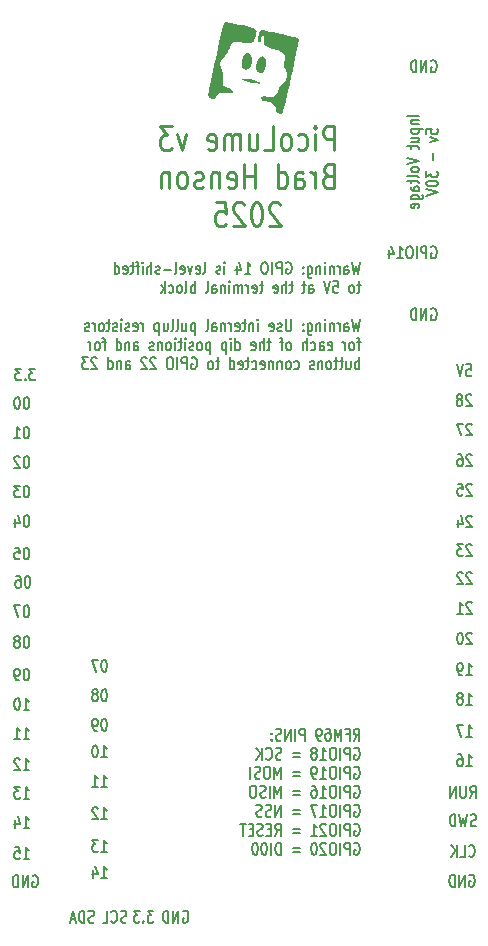
<source format=gbo>
G04 #@! TF.GenerationSoftware,KiCad,Pcbnew,9.0.4-9.0.4-0~ubuntu22.04.1*
G04 #@! TF.CreationDate,2025-09-21T20:46:59-04:00*
G04 #@! TF.ProjectId,Pico_RF_V1,5069636f-5f52-4465-9f56-312e6b696361,rev?*
G04 #@! TF.SameCoordinates,Original*
G04 #@! TF.FileFunction,Legend,Bot*
G04 #@! TF.FilePolarity,Positive*
%FSLAX46Y46*%
G04 Gerber Fmt 4.6, Leading zero omitted, Abs format (unit mm)*
G04 Created by KiCad (PCBNEW 9.0.4-9.0.4-0~ubuntu22.04.1) date 2025-09-21 20:46:59*
%MOMM*%
%LPD*%
G01*
G04 APERTURE LIST*
%ADD10C,0.152400*%
%ADD11C,0.250000*%
%ADD12C,0.000000*%
G04 APERTURE END LIST*
D10*
X142280460Y-126669694D02*
X142744917Y-126669694D01*
X142512689Y-126669694D02*
X142512689Y-125669694D01*
X142512689Y-125669694D02*
X142590098Y-125812551D01*
X142590098Y-125812551D02*
X142667508Y-125907789D01*
X142667508Y-125907789D02*
X142744917Y-125955408D01*
X141816003Y-126098265D02*
X141893413Y-126050646D01*
X141893413Y-126050646D02*
X141932118Y-126003027D01*
X141932118Y-126003027D02*
X141970822Y-125907789D01*
X141970822Y-125907789D02*
X141970822Y-125860170D01*
X141970822Y-125860170D02*
X141932118Y-125764932D01*
X141932118Y-125764932D02*
X141893413Y-125717313D01*
X141893413Y-125717313D02*
X141816003Y-125669694D01*
X141816003Y-125669694D02*
X141661184Y-125669694D01*
X141661184Y-125669694D02*
X141583775Y-125717313D01*
X141583775Y-125717313D02*
X141545070Y-125764932D01*
X141545070Y-125764932D02*
X141506365Y-125860170D01*
X141506365Y-125860170D02*
X141506365Y-125907789D01*
X141506365Y-125907789D02*
X141545070Y-126003027D01*
X141545070Y-126003027D02*
X141583775Y-126050646D01*
X141583775Y-126050646D02*
X141661184Y-126098265D01*
X141661184Y-126098265D02*
X141816003Y-126098265D01*
X141816003Y-126098265D02*
X141893413Y-126145884D01*
X141893413Y-126145884D02*
X141932118Y-126193503D01*
X141932118Y-126193503D02*
X141970822Y-126288741D01*
X141970822Y-126288741D02*
X141970822Y-126479217D01*
X141970822Y-126479217D02*
X141932118Y-126574455D01*
X141932118Y-126574455D02*
X141893413Y-126622075D01*
X141893413Y-126622075D02*
X141816003Y-126669694D01*
X141816003Y-126669694D02*
X141661184Y-126669694D01*
X141661184Y-126669694D02*
X141583775Y-126622075D01*
X141583775Y-126622075D02*
X141545070Y-126574455D01*
X141545070Y-126574455D02*
X141506365Y-126479217D01*
X141506365Y-126479217D02*
X141506365Y-126288741D01*
X141506365Y-126288741D02*
X141545070Y-126193503D01*
X141545070Y-126193503D02*
X141583775Y-126145884D01*
X141583775Y-126145884D02*
X141661184Y-126098265D01*
X133283622Y-89210030D02*
X133090098Y-90210030D01*
X133090098Y-90210030D02*
X132935279Y-89495744D01*
X132935279Y-89495744D02*
X132780460Y-90210030D01*
X132780460Y-90210030D02*
X132586937Y-89210030D01*
X131928956Y-90210030D02*
X131928956Y-89686220D01*
X131928956Y-89686220D02*
X131967661Y-89590982D01*
X131967661Y-89590982D02*
X132045070Y-89543363D01*
X132045070Y-89543363D02*
X132199889Y-89543363D01*
X132199889Y-89543363D02*
X132277299Y-89590982D01*
X131928956Y-90162411D02*
X132006365Y-90210030D01*
X132006365Y-90210030D02*
X132199889Y-90210030D01*
X132199889Y-90210030D02*
X132277299Y-90162411D01*
X132277299Y-90162411D02*
X132316003Y-90067172D01*
X132316003Y-90067172D02*
X132316003Y-89971934D01*
X132316003Y-89971934D02*
X132277299Y-89876696D01*
X132277299Y-89876696D02*
X132199889Y-89829077D01*
X132199889Y-89829077D02*
X132006365Y-89829077D01*
X132006365Y-89829077D02*
X131928956Y-89781458D01*
X131541909Y-90210030D02*
X131541909Y-89543363D01*
X131541909Y-89733839D02*
X131503204Y-89638601D01*
X131503204Y-89638601D02*
X131464499Y-89590982D01*
X131464499Y-89590982D02*
X131387090Y-89543363D01*
X131387090Y-89543363D02*
X131309680Y-89543363D01*
X131038747Y-89543363D02*
X131038747Y-90210030D01*
X131038747Y-89638601D02*
X131000042Y-89590982D01*
X131000042Y-89590982D02*
X130922632Y-89543363D01*
X130922632Y-89543363D02*
X130806518Y-89543363D01*
X130806518Y-89543363D02*
X130729109Y-89590982D01*
X130729109Y-89590982D02*
X130690404Y-89686220D01*
X130690404Y-89686220D02*
X130690404Y-90210030D01*
X130303357Y-90210030D02*
X130303357Y-89543363D01*
X130303357Y-89210030D02*
X130342061Y-89257649D01*
X130342061Y-89257649D02*
X130303357Y-89305268D01*
X130303357Y-89305268D02*
X130264652Y-89257649D01*
X130264652Y-89257649D02*
X130303357Y-89210030D01*
X130303357Y-89210030D02*
X130303357Y-89305268D01*
X129916309Y-89543363D02*
X129916309Y-90210030D01*
X129916309Y-89638601D02*
X129877604Y-89590982D01*
X129877604Y-89590982D02*
X129800194Y-89543363D01*
X129800194Y-89543363D02*
X129684080Y-89543363D01*
X129684080Y-89543363D02*
X129606671Y-89590982D01*
X129606671Y-89590982D02*
X129567966Y-89686220D01*
X129567966Y-89686220D02*
X129567966Y-90210030D01*
X128832576Y-89543363D02*
X128832576Y-90352887D01*
X128832576Y-90352887D02*
X128871281Y-90448125D01*
X128871281Y-90448125D02*
X128909985Y-90495744D01*
X128909985Y-90495744D02*
X128987395Y-90543363D01*
X128987395Y-90543363D02*
X129103509Y-90543363D01*
X129103509Y-90543363D02*
X129180919Y-90495744D01*
X128832576Y-90162411D02*
X128909985Y-90210030D01*
X128909985Y-90210030D02*
X129064804Y-90210030D01*
X129064804Y-90210030D02*
X129142214Y-90162411D01*
X129142214Y-90162411D02*
X129180919Y-90114791D01*
X129180919Y-90114791D02*
X129219623Y-90019553D01*
X129219623Y-90019553D02*
X129219623Y-89733839D01*
X129219623Y-89733839D02*
X129180919Y-89638601D01*
X129180919Y-89638601D02*
X129142214Y-89590982D01*
X129142214Y-89590982D02*
X129064804Y-89543363D01*
X129064804Y-89543363D02*
X128909985Y-89543363D01*
X128909985Y-89543363D02*
X128832576Y-89590982D01*
X128445529Y-90114791D02*
X128406824Y-90162411D01*
X128406824Y-90162411D02*
X128445529Y-90210030D01*
X128445529Y-90210030D02*
X128484233Y-90162411D01*
X128484233Y-90162411D02*
X128445529Y-90114791D01*
X128445529Y-90114791D02*
X128445529Y-90210030D01*
X128445529Y-89590982D02*
X128406824Y-89638601D01*
X128406824Y-89638601D02*
X128445529Y-89686220D01*
X128445529Y-89686220D02*
X128484233Y-89638601D01*
X128484233Y-89638601D02*
X128445529Y-89590982D01*
X128445529Y-89590982D02*
X128445529Y-89686220D01*
X127013452Y-89257649D02*
X127090862Y-89210030D01*
X127090862Y-89210030D02*
X127206976Y-89210030D01*
X127206976Y-89210030D02*
X127323090Y-89257649D01*
X127323090Y-89257649D02*
X127400500Y-89352887D01*
X127400500Y-89352887D02*
X127439205Y-89448125D01*
X127439205Y-89448125D02*
X127477909Y-89638601D01*
X127477909Y-89638601D02*
X127477909Y-89781458D01*
X127477909Y-89781458D02*
X127439205Y-89971934D01*
X127439205Y-89971934D02*
X127400500Y-90067172D01*
X127400500Y-90067172D02*
X127323090Y-90162411D01*
X127323090Y-90162411D02*
X127206976Y-90210030D01*
X127206976Y-90210030D02*
X127129567Y-90210030D01*
X127129567Y-90210030D02*
X127013452Y-90162411D01*
X127013452Y-90162411D02*
X126974748Y-90114791D01*
X126974748Y-90114791D02*
X126974748Y-89781458D01*
X126974748Y-89781458D02*
X127129567Y-89781458D01*
X126626405Y-90210030D02*
X126626405Y-89210030D01*
X126626405Y-89210030D02*
X126316767Y-89210030D01*
X126316767Y-89210030D02*
X126239357Y-89257649D01*
X126239357Y-89257649D02*
X126200652Y-89305268D01*
X126200652Y-89305268D02*
X126161948Y-89400506D01*
X126161948Y-89400506D02*
X126161948Y-89543363D01*
X126161948Y-89543363D02*
X126200652Y-89638601D01*
X126200652Y-89638601D02*
X126239357Y-89686220D01*
X126239357Y-89686220D02*
X126316767Y-89733839D01*
X126316767Y-89733839D02*
X126626405Y-89733839D01*
X125813605Y-90210030D02*
X125813605Y-89210030D01*
X125271738Y-89210030D02*
X125116919Y-89210030D01*
X125116919Y-89210030D02*
X125039509Y-89257649D01*
X125039509Y-89257649D02*
X124962100Y-89352887D01*
X124962100Y-89352887D02*
X124923395Y-89543363D01*
X124923395Y-89543363D02*
X124923395Y-89876696D01*
X124923395Y-89876696D02*
X124962100Y-90067172D01*
X124962100Y-90067172D02*
X125039509Y-90162411D01*
X125039509Y-90162411D02*
X125116919Y-90210030D01*
X125116919Y-90210030D02*
X125271738Y-90210030D01*
X125271738Y-90210030D02*
X125349147Y-90162411D01*
X125349147Y-90162411D02*
X125426557Y-90067172D01*
X125426557Y-90067172D02*
X125465261Y-89876696D01*
X125465261Y-89876696D02*
X125465261Y-89543363D01*
X125465261Y-89543363D02*
X125426557Y-89352887D01*
X125426557Y-89352887D02*
X125349147Y-89257649D01*
X125349147Y-89257649D02*
X125271738Y-89210030D01*
X123530023Y-90210030D02*
X123994480Y-90210030D01*
X123762252Y-90210030D02*
X123762252Y-89210030D01*
X123762252Y-89210030D02*
X123839661Y-89352887D01*
X123839661Y-89352887D02*
X123917071Y-89448125D01*
X123917071Y-89448125D02*
X123994480Y-89495744D01*
X122833338Y-89543363D02*
X122833338Y-90210030D01*
X123026862Y-89162411D02*
X123220385Y-89876696D01*
X123220385Y-89876696D02*
X122717224Y-89876696D01*
X121788310Y-90210030D02*
X121788310Y-89543363D01*
X121788310Y-89210030D02*
X121827014Y-89257649D01*
X121827014Y-89257649D02*
X121788310Y-89305268D01*
X121788310Y-89305268D02*
X121749605Y-89257649D01*
X121749605Y-89257649D02*
X121788310Y-89210030D01*
X121788310Y-89210030D02*
X121788310Y-89305268D01*
X121439966Y-90162411D02*
X121362557Y-90210030D01*
X121362557Y-90210030D02*
X121207738Y-90210030D01*
X121207738Y-90210030D02*
X121130328Y-90162411D01*
X121130328Y-90162411D02*
X121091624Y-90067172D01*
X121091624Y-90067172D02*
X121091624Y-90019553D01*
X121091624Y-90019553D02*
X121130328Y-89924315D01*
X121130328Y-89924315D02*
X121207738Y-89876696D01*
X121207738Y-89876696D02*
X121323852Y-89876696D01*
X121323852Y-89876696D02*
X121401262Y-89829077D01*
X121401262Y-89829077D02*
X121439966Y-89733839D01*
X121439966Y-89733839D02*
X121439966Y-89686220D01*
X121439966Y-89686220D02*
X121401262Y-89590982D01*
X121401262Y-89590982D02*
X121323852Y-89543363D01*
X121323852Y-89543363D02*
X121207738Y-89543363D01*
X121207738Y-89543363D02*
X121130328Y-89590982D01*
X120007890Y-90210030D02*
X120085300Y-90162411D01*
X120085300Y-90162411D02*
X120124005Y-90067172D01*
X120124005Y-90067172D02*
X120124005Y-89210030D01*
X119388615Y-90162411D02*
X119466024Y-90210030D01*
X119466024Y-90210030D02*
X119620843Y-90210030D01*
X119620843Y-90210030D02*
X119698253Y-90162411D01*
X119698253Y-90162411D02*
X119736957Y-90067172D01*
X119736957Y-90067172D02*
X119736957Y-89686220D01*
X119736957Y-89686220D02*
X119698253Y-89590982D01*
X119698253Y-89590982D02*
X119620843Y-89543363D01*
X119620843Y-89543363D02*
X119466024Y-89543363D01*
X119466024Y-89543363D02*
X119388615Y-89590982D01*
X119388615Y-89590982D02*
X119349910Y-89686220D01*
X119349910Y-89686220D02*
X119349910Y-89781458D01*
X119349910Y-89781458D02*
X119736957Y-89876696D01*
X119078976Y-89543363D02*
X118885452Y-90210030D01*
X118885452Y-90210030D02*
X118691929Y-89543363D01*
X118072653Y-90162411D02*
X118150062Y-90210030D01*
X118150062Y-90210030D02*
X118304881Y-90210030D01*
X118304881Y-90210030D02*
X118382291Y-90162411D01*
X118382291Y-90162411D02*
X118420995Y-90067172D01*
X118420995Y-90067172D02*
X118420995Y-89686220D01*
X118420995Y-89686220D02*
X118382291Y-89590982D01*
X118382291Y-89590982D02*
X118304881Y-89543363D01*
X118304881Y-89543363D02*
X118150062Y-89543363D01*
X118150062Y-89543363D02*
X118072653Y-89590982D01*
X118072653Y-89590982D02*
X118033948Y-89686220D01*
X118033948Y-89686220D02*
X118033948Y-89781458D01*
X118033948Y-89781458D02*
X118420995Y-89876696D01*
X117569490Y-90210030D02*
X117646900Y-90162411D01*
X117646900Y-90162411D02*
X117685605Y-90067172D01*
X117685605Y-90067172D02*
X117685605Y-89210030D01*
X117259853Y-89829077D02*
X116640577Y-89829077D01*
X116292233Y-90162411D02*
X116214824Y-90210030D01*
X116214824Y-90210030D02*
X116060005Y-90210030D01*
X116060005Y-90210030D02*
X115982595Y-90162411D01*
X115982595Y-90162411D02*
X115943891Y-90067172D01*
X115943891Y-90067172D02*
X115943891Y-90019553D01*
X115943891Y-90019553D02*
X115982595Y-89924315D01*
X115982595Y-89924315D02*
X116060005Y-89876696D01*
X116060005Y-89876696D02*
X116176119Y-89876696D01*
X116176119Y-89876696D02*
X116253529Y-89829077D01*
X116253529Y-89829077D02*
X116292233Y-89733839D01*
X116292233Y-89733839D02*
X116292233Y-89686220D01*
X116292233Y-89686220D02*
X116253529Y-89590982D01*
X116253529Y-89590982D02*
X116176119Y-89543363D01*
X116176119Y-89543363D02*
X116060005Y-89543363D01*
X116060005Y-89543363D02*
X115982595Y-89590982D01*
X115595548Y-90210030D02*
X115595548Y-89210030D01*
X115247205Y-90210030D02*
X115247205Y-89686220D01*
X115247205Y-89686220D02*
X115285910Y-89590982D01*
X115285910Y-89590982D02*
X115363319Y-89543363D01*
X115363319Y-89543363D02*
X115479433Y-89543363D01*
X115479433Y-89543363D02*
X115556843Y-89590982D01*
X115556843Y-89590982D02*
X115595548Y-89638601D01*
X114860158Y-90210030D02*
X114860158Y-89543363D01*
X114860158Y-89210030D02*
X114898862Y-89257649D01*
X114898862Y-89257649D02*
X114860158Y-89305268D01*
X114860158Y-89305268D02*
X114821453Y-89257649D01*
X114821453Y-89257649D02*
X114860158Y-89210030D01*
X114860158Y-89210030D02*
X114860158Y-89305268D01*
X114589224Y-89543363D02*
X114279586Y-89543363D01*
X114473110Y-90210030D02*
X114473110Y-89352887D01*
X114473110Y-89352887D02*
X114434405Y-89257649D01*
X114434405Y-89257649D02*
X114356995Y-89210030D01*
X114356995Y-89210030D02*
X114279586Y-89210030D01*
X114124767Y-89543363D02*
X113815129Y-89543363D01*
X114008653Y-89210030D02*
X114008653Y-90067172D01*
X114008653Y-90067172D02*
X113969948Y-90162411D01*
X113969948Y-90162411D02*
X113892538Y-90210030D01*
X113892538Y-90210030D02*
X113815129Y-90210030D01*
X113234558Y-90162411D02*
X113311967Y-90210030D01*
X113311967Y-90210030D02*
X113466786Y-90210030D01*
X113466786Y-90210030D02*
X113544196Y-90162411D01*
X113544196Y-90162411D02*
X113582900Y-90067172D01*
X113582900Y-90067172D02*
X113582900Y-89686220D01*
X113582900Y-89686220D02*
X113544196Y-89590982D01*
X113544196Y-89590982D02*
X113466786Y-89543363D01*
X113466786Y-89543363D02*
X113311967Y-89543363D01*
X113311967Y-89543363D02*
X113234558Y-89590982D01*
X113234558Y-89590982D02*
X113195853Y-89686220D01*
X113195853Y-89686220D02*
X113195853Y-89781458D01*
X113195853Y-89781458D02*
X113582900Y-89876696D01*
X112499167Y-90210030D02*
X112499167Y-89210030D01*
X112499167Y-90162411D02*
X112576576Y-90210030D01*
X112576576Y-90210030D02*
X112731395Y-90210030D01*
X112731395Y-90210030D02*
X112808805Y-90162411D01*
X112808805Y-90162411D02*
X112847510Y-90114791D01*
X112847510Y-90114791D02*
X112886214Y-90019553D01*
X112886214Y-90019553D02*
X112886214Y-89733839D01*
X112886214Y-89733839D02*
X112847510Y-89638601D01*
X112847510Y-89638601D02*
X112808805Y-89590982D01*
X112808805Y-89590982D02*
X112731395Y-89543363D01*
X112731395Y-89543363D02*
X112576576Y-89543363D01*
X112576576Y-89543363D02*
X112499167Y-89590982D01*
X133322327Y-91153307D02*
X133012689Y-91153307D01*
X133206213Y-90819974D02*
X133206213Y-91677116D01*
X133206213Y-91677116D02*
X133167508Y-91772355D01*
X133167508Y-91772355D02*
X133090098Y-91819974D01*
X133090098Y-91819974D02*
X133012689Y-91819974D01*
X132625641Y-91819974D02*
X132703051Y-91772355D01*
X132703051Y-91772355D02*
X132741756Y-91724735D01*
X132741756Y-91724735D02*
X132780460Y-91629497D01*
X132780460Y-91629497D02*
X132780460Y-91343783D01*
X132780460Y-91343783D02*
X132741756Y-91248545D01*
X132741756Y-91248545D02*
X132703051Y-91200926D01*
X132703051Y-91200926D02*
X132625641Y-91153307D01*
X132625641Y-91153307D02*
X132509527Y-91153307D01*
X132509527Y-91153307D02*
X132432118Y-91200926D01*
X132432118Y-91200926D02*
X132393413Y-91248545D01*
X132393413Y-91248545D02*
X132354708Y-91343783D01*
X132354708Y-91343783D02*
X132354708Y-91629497D01*
X132354708Y-91629497D02*
X132393413Y-91724735D01*
X132393413Y-91724735D02*
X132432118Y-91772355D01*
X132432118Y-91772355D02*
X132509527Y-91819974D01*
X132509527Y-91819974D02*
X132625641Y-91819974D01*
X131000042Y-90819974D02*
X131387090Y-90819974D01*
X131387090Y-90819974D02*
X131425794Y-91296164D01*
X131425794Y-91296164D02*
X131387090Y-91248545D01*
X131387090Y-91248545D02*
X131309680Y-91200926D01*
X131309680Y-91200926D02*
X131116156Y-91200926D01*
X131116156Y-91200926D02*
X131038747Y-91248545D01*
X131038747Y-91248545D02*
X131000042Y-91296164D01*
X131000042Y-91296164D02*
X130961337Y-91391402D01*
X130961337Y-91391402D02*
X130961337Y-91629497D01*
X130961337Y-91629497D02*
X131000042Y-91724735D01*
X131000042Y-91724735D02*
X131038747Y-91772355D01*
X131038747Y-91772355D02*
X131116156Y-91819974D01*
X131116156Y-91819974D02*
X131309680Y-91819974D01*
X131309680Y-91819974D02*
X131387090Y-91772355D01*
X131387090Y-91772355D02*
X131425794Y-91724735D01*
X130729109Y-90819974D02*
X130458176Y-91819974D01*
X130458176Y-91819974D02*
X130187242Y-90819974D01*
X128948690Y-91819974D02*
X128948690Y-91296164D01*
X128948690Y-91296164D02*
X128987395Y-91200926D01*
X128987395Y-91200926D02*
X129064804Y-91153307D01*
X129064804Y-91153307D02*
X129219623Y-91153307D01*
X129219623Y-91153307D02*
X129297033Y-91200926D01*
X128948690Y-91772355D02*
X129026099Y-91819974D01*
X129026099Y-91819974D02*
X129219623Y-91819974D01*
X129219623Y-91819974D02*
X129297033Y-91772355D01*
X129297033Y-91772355D02*
X129335737Y-91677116D01*
X129335737Y-91677116D02*
X129335737Y-91581878D01*
X129335737Y-91581878D02*
X129297033Y-91486640D01*
X129297033Y-91486640D02*
X129219623Y-91439021D01*
X129219623Y-91439021D02*
X129026099Y-91439021D01*
X129026099Y-91439021D02*
X128948690Y-91391402D01*
X128677757Y-91153307D02*
X128368119Y-91153307D01*
X128561643Y-90819974D02*
X128561643Y-91677116D01*
X128561643Y-91677116D02*
X128522938Y-91772355D01*
X128522938Y-91772355D02*
X128445528Y-91819974D01*
X128445528Y-91819974D02*
X128368119Y-91819974D01*
X127594024Y-91153307D02*
X127284386Y-91153307D01*
X127477910Y-90819974D02*
X127477910Y-91677116D01*
X127477910Y-91677116D02*
X127439205Y-91772355D01*
X127439205Y-91772355D02*
X127361795Y-91819974D01*
X127361795Y-91819974D02*
X127284386Y-91819974D01*
X127013453Y-91819974D02*
X127013453Y-90819974D01*
X126665110Y-91819974D02*
X126665110Y-91296164D01*
X126665110Y-91296164D02*
X126703815Y-91200926D01*
X126703815Y-91200926D02*
X126781224Y-91153307D01*
X126781224Y-91153307D02*
X126897338Y-91153307D01*
X126897338Y-91153307D02*
X126974748Y-91200926D01*
X126974748Y-91200926D02*
X127013453Y-91248545D01*
X125968425Y-91772355D02*
X126045834Y-91819974D01*
X126045834Y-91819974D02*
X126200653Y-91819974D01*
X126200653Y-91819974D02*
X126278063Y-91772355D01*
X126278063Y-91772355D02*
X126316767Y-91677116D01*
X126316767Y-91677116D02*
X126316767Y-91296164D01*
X126316767Y-91296164D02*
X126278063Y-91200926D01*
X126278063Y-91200926D02*
X126200653Y-91153307D01*
X126200653Y-91153307D02*
X126045834Y-91153307D01*
X126045834Y-91153307D02*
X125968425Y-91200926D01*
X125968425Y-91200926D02*
X125929720Y-91296164D01*
X125929720Y-91296164D02*
X125929720Y-91391402D01*
X125929720Y-91391402D02*
X126316767Y-91486640D01*
X125078215Y-91153307D02*
X124768577Y-91153307D01*
X124962101Y-90819974D02*
X124962101Y-91677116D01*
X124962101Y-91677116D02*
X124923396Y-91772355D01*
X124923396Y-91772355D02*
X124845986Y-91819974D01*
X124845986Y-91819974D02*
X124768577Y-91819974D01*
X124188006Y-91772355D02*
X124265415Y-91819974D01*
X124265415Y-91819974D02*
X124420234Y-91819974D01*
X124420234Y-91819974D02*
X124497644Y-91772355D01*
X124497644Y-91772355D02*
X124536348Y-91677116D01*
X124536348Y-91677116D02*
X124536348Y-91296164D01*
X124536348Y-91296164D02*
X124497644Y-91200926D01*
X124497644Y-91200926D02*
X124420234Y-91153307D01*
X124420234Y-91153307D02*
X124265415Y-91153307D01*
X124265415Y-91153307D02*
X124188006Y-91200926D01*
X124188006Y-91200926D02*
X124149301Y-91296164D01*
X124149301Y-91296164D02*
X124149301Y-91391402D01*
X124149301Y-91391402D02*
X124536348Y-91486640D01*
X123800958Y-91819974D02*
X123800958Y-91153307D01*
X123800958Y-91343783D02*
X123762253Y-91248545D01*
X123762253Y-91248545D02*
X123723548Y-91200926D01*
X123723548Y-91200926D02*
X123646139Y-91153307D01*
X123646139Y-91153307D02*
X123568729Y-91153307D01*
X123297796Y-91819974D02*
X123297796Y-91153307D01*
X123297796Y-91248545D02*
X123259091Y-91200926D01*
X123259091Y-91200926D02*
X123181681Y-91153307D01*
X123181681Y-91153307D02*
X123065567Y-91153307D01*
X123065567Y-91153307D02*
X122988158Y-91200926D01*
X122988158Y-91200926D02*
X122949453Y-91296164D01*
X122949453Y-91296164D02*
X122949453Y-91819974D01*
X122949453Y-91296164D02*
X122910748Y-91200926D01*
X122910748Y-91200926D02*
X122833339Y-91153307D01*
X122833339Y-91153307D02*
X122717224Y-91153307D01*
X122717224Y-91153307D02*
X122639815Y-91200926D01*
X122639815Y-91200926D02*
X122601110Y-91296164D01*
X122601110Y-91296164D02*
X122601110Y-91819974D01*
X122214063Y-91819974D02*
X122214063Y-91153307D01*
X122214063Y-90819974D02*
X122252767Y-90867593D01*
X122252767Y-90867593D02*
X122214063Y-90915212D01*
X122214063Y-90915212D02*
X122175358Y-90867593D01*
X122175358Y-90867593D02*
X122214063Y-90819974D01*
X122214063Y-90819974D02*
X122214063Y-90915212D01*
X121827015Y-91153307D02*
X121827015Y-91819974D01*
X121827015Y-91248545D02*
X121788310Y-91200926D01*
X121788310Y-91200926D02*
X121710900Y-91153307D01*
X121710900Y-91153307D02*
X121594786Y-91153307D01*
X121594786Y-91153307D02*
X121517377Y-91200926D01*
X121517377Y-91200926D02*
X121478672Y-91296164D01*
X121478672Y-91296164D02*
X121478672Y-91819974D01*
X120743282Y-91819974D02*
X120743282Y-91296164D01*
X120743282Y-91296164D02*
X120781987Y-91200926D01*
X120781987Y-91200926D02*
X120859396Y-91153307D01*
X120859396Y-91153307D02*
X121014215Y-91153307D01*
X121014215Y-91153307D02*
X121091625Y-91200926D01*
X120743282Y-91772355D02*
X120820691Y-91819974D01*
X120820691Y-91819974D02*
X121014215Y-91819974D01*
X121014215Y-91819974D02*
X121091625Y-91772355D01*
X121091625Y-91772355D02*
X121130329Y-91677116D01*
X121130329Y-91677116D02*
X121130329Y-91581878D01*
X121130329Y-91581878D02*
X121091625Y-91486640D01*
X121091625Y-91486640D02*
X121014215Y-91439021D01*
X121014215Y-91439021D02*
X120820691Y-91439021D01*
X120820691Y-91439021D02*
X120743282Y-91391402D01*
X120240120Y-91819974D02*
X120317530Y-91772355D01*
X120317530Y-91772355D02*
X120356235Y-91677116D01*
X120356235Y-91677116D02*
X120356235Y-90819974D01*
X119311207Y-91819974D02*
X119311207Y-90819974D01*
X119311207Y-91200926D02*
X119233797Y-91153307D01*
X119233797Y-91153307D02*
X119078978Y-91153307D01*
X119078978Y-91153307D02*
X119001569Y-91200926D01*
X119001569Y-91200926D02*
X118962864Y-91248545D01*
X118962864Y-91248545D02*
X118924159Y-91343783D01*
X118924159Y-91343783D02*
X118924159Y-91629497D01*
X118924159Y-91629497D02*
X118962864Y-91724735D01*
X118962864Y-91724735D02*
X119001569Y-91772355D01*
X119001569Y-91772355D02*
X119078978Y-91819974D01*
X119078978Y-91819974D02*
X119233797Y-91819974D01*
X119233797Y-91819974D02*
X119311207Y-91772355D01*
X118459702Y-91819974D02*
X118537112Y-91772355D01*
X118537112Y-91772355D02*
X118575817Y-91677116D01*
X118575817Y-91677116D02*
X118575817Y-90819974D01*
X118033950Y-91819974D02*
X118111360Y-91772355D01*
X118111360Y-91772355D02*
X118150065Y-91724735D01*
X118150065Y-91724735D02*
X118188769Y-91629497D01*
X118188769Y-91629497D02*
X118188769Y-91343783D01*
X118188769Y-91343783D02*
X118150065Y-91248545D01*
X118150065Y-91248545D02*
X118111360Y-91200926D01*
X118111360Y-91200926D02*
X118033950Y-91153307D01*
X118033950Y-91153307D02*
X117917836Y-91153307D01*
X117917836Y-91153307D02*
X117840427Y-91200926D01*
X117840427Y-91200926D02*
X117801722Y-91248545D01*
X117801722Y-91248545D02*
X117763017Y-91343783D01*
X117763017Y-91343783D02*
X117763017Y-91629497D01*
X117763017Y-91629497D02*
X117801722Y-91724735D01*
X117801722Y-91724735D02*
X117840427Y-91772355D01*
X117840427Y-91772355D02*
X117917836Y-91819974D01*
X117917836Y-91819974D02*
X118033950Y-91819974D01*
X117066332Y-91772355D02*
X117143741Y-91819974D01*
X117143741Y-91819974D02*
X117298560Y-91819974D01*
X117298560Y-91819974D02*
X117375970Y-91772355D01*
X117375970Y-91772355D02*
X117414675Y-91724735D01*
X117414675Y-91724735D02*
X117453379Y-91629497D01*
X117453379Y-91629497D02*
X117453379Y-91343783D01*
X117453379Y-91343783D02*
X117414675Y-91248545D01*
X117414675Y-91248545D02*
X117375970Y-91200926D01*
X117375970Y-91200926D02*
X117298560Y-91153307D01*
X117298560Y-91153307D02*
X117143741Y-91153307D01*
X117143741Y-91153307D02*
X117066332Y-91200926D01*
X116717989Y-91819974D02*
X116717989Y-90819974D01*
X116640579Y-91439021D02*
X116408351Y-91819974D01*
X116408351Y-91153307D02*
X116717989Y-91534259D01*
X133283622Y-94039862D02*
X133090098Y-95039862D01*
X133090098Y-95039862D02*
X132935279Y-94325576D01*
X132935279Y-94325576D02*
X132780460Y-95039862D01*
X132780460Y-95039862D02*
X132586937Y-94039862D01*
X131928956Y-95039862D02*
X131928956Y-94516052D01*
X131928956Y-94516052D02*
X131967661Y-94420814D01*
X131967661Y-94420814D02*
X132045070Y-94373195D01*
X132045070Y-94373195D02*
X132199889Y-94373195D01*
X132199889Y-94373195D02*
X132277299Y-94420814D01*
X131928956Y-94992243D02*
X132006365Y-95039862D01*
X132006365Y-95039862D02*
X132199889Y-95039862D01*
X132199889Y-95039862D02*
X132277299Y-94992243D01*
X132277299Y-94992243D02*
X132316003Y-94897004D01*
X132316003Y-94897004D02*
X132316003Y-94801766D01*
X132316003Y-94801766D02*
X132277299Y-94706528D01*
X132277299Y-94706528D02*
X132199889Y-94658909D01*
X132199889Y-94658909D02*
X132006365Y-94658909D01*
X132006365Y-94658909D02*
X131928956Y-94611290D01*
X131541909Y-95039862D02*
X131541909Y-94373195D01*
X131541909Y-94563671D02*
X131503204Y-94468433D01*
X131503204Y-94468433D02*
X131464499Y-94420814D01*
X131464499Y-94420814D02*
X131387090Y-94373195D01*
X131387090Y-94373195D02*
X131309680Y-94373195D01*
X131038747Y-94373195D02*
X131038747Y-95039862D01*
X131038747Y-94468433D02*
X131000042Y-94420814D01*
X131000042Y-94420814D02*
X130922632Y-94373195D01*
X130922632Y-94373195D02*
X130806518Y-94373195D01*
X130806518Y-94373195D02*
X130729109Y-94420814D01*
X130729109Y-94420814D02*
X130690404Y-94516052D01*
X130690404Y-94516052D02*
X130690404Y-95039862D01*
X130303357Y-95039862D02*
X130303357Y-94373195D01*
X130303357Y-94039862D02*
X130342061Y-94087481D01*
X130342061Y-94087481D02*
X130303357Y-94135100D01*
X130303357Y-94135100D02*
X130264652Y-94087481D01*
X130264652Y-94087481D02*
X130303357Y-94039862D01*
X130303357Y-94039862D02*
X130303357Y-94135100D01*
X129916309Y-94373195D02*
X129916309Y-95039862D01*
X129916309Y-94468433D02*
X129877604Y-94420814D01*
X129877604Y-94420814D02*
X129800194Y-94373195D01*
X129800194Y-94373195D02*
X129684080Y-94373195D01*
X129684080Y-94373195D02*
X129606671Y-94420814D01*
X129606671Y-94420814D02*
X129567966Y-94516052D01*
X129567966Y-94516052D02*
X129567966Y-95039862D01*
X128832576Y-94373195D02*
X128832576Y-95182719D01*
X128832576Y-95182719D02*
X128871281Y-95277957D01*
X128871281Y-95277957D02*
X128909985Y-95325576D01*
X128909985Y-95325576D02*
X128987395Y-95373195D01*
X128987395Y-95373195D02*
X129103509Y-95373195D01*
X129103509Y-95373195D02*
X129180919Y-95325576D01*
X128832576Y-94992243D02*
X128909985Y-95039862D01*
X128909985Y-95039862D02*
X129064804Y-95039862D01*
X129064804Y-95039862D02*
X129142214Y-94992243D01*
X129142214Y-94992243D02*
X129180919Y-94944623D01*
X129180919Y-94944623D02*
X129219623Y-94849385D01*
X129219623Y-94849385D02*
X129219623Y-94563671D01*
X129219623Y-94563671D02*
X129180919Y-94468433D01*
X129180919Y-94468433D02*
X129142214Y-94420814D01*
X129142214Y-94420814D02*
X129064804Y-94373195D01*
X129064804Y-94373195D02*
X128909985Y-94373195D01*
X128909985Y-94373195D02*
X128832576Y-94420814D01*
X128445529Y-94944623D02*
X128406824Y-94992243D01*
X128406824Y-94992243D02*
X128445529Y-95039862D01*
X128445529Y-95039862D02*
X128484233Y-94992243D01*
X128484233Y-94992243D02*
X128445529Y-94944623D01*
X128445529Y-94944623D02*
X128445529Y-95039862D01*
X128445529Y-94420814D02*
X128406824Y-94468433D01*
X128406824Y-94468433D02*
X128445529Y-94516052D01*
X128445529Y-94516052D02*
X128484233Y-94468433D01*
X128484233Y-94468433D02*
X128445529Y-94420814D01*
X128445529Y-94420814D02*
X128445529Y-94516052D01*
X127439205Y-94039862D02*
X127439205Y-94849385D01*
X127439205Y-94849385D02*
X127400500Y-94944623D01*
X127400500Y-94944623D02*
X127361795Y-94992243D01*
X127361795Y-94992243D02*
X127284386Y-95039862D01*
X127284386Y-95039862D02*
X127129567Y-95039862D01*
X127129567Y-95039862D02*
X127052157Y-94992243D01*
X127052157Y-94992243D02*
X127013452Y-94944623D01*
X127013452Y-94944623D02*
X126974748Y-94849385D01*
X126974748Y-94849385D02*
X126974748Y-94039862D01*
X126626404Y-94992243D02*
X126548995Y-95039862D01*
X126548995Y-95039862D02*
X126394176Y-95039862D01*
X126394176Y-95039862D02*
X126316766Y-94992243D01*
X126316766Y-94992243D02*
X126278062Y-94897004D01*
X126278062Y-94897004D02*
X126278062Y-94849385D01*
X126278062Y-94849385D02*
X126316766Y-94754147D01*
X126316766Y-94754147D02*
X126394176Y-94706528D01*
X126394176Y-94706528D02*
X126510290Y-94706528D01*
X126510290Y-94706528D02*
X126587700Y-94658909D01*
X126587700Y-94658909D02*
X126626404Y-94563671D01*
X126626404Y-94563671D02*
X126626404Y-94516052D01*
X126626404Y-94516052D02*
X126587700Y-94420814D01*
X126587700Y-94420814D02*
X126510290Y-94373195D01*
X126510290Y-94373195D02*
X126394176Y-94373195D01*
X126394176Y-94373195D02*
X126316766Y-94420814D01*
X125620081Y-94992243D02*
X125697490Y-95039862D01*
X125697490Y-95039862D02*
X125852309Y-95039862D01*
X125852309Y-95039862D02*
X125929719Y-94992243D01*
X125929719Y-94992243D02*
X125968423Y-94897004D01*
X125968423Y-94897004D02*
X125968423Y-94516052D01*
X125968423Y-94516052D02*
X125929719Y-94420814D01*
X125929719Y-94420814D02*
X125852309Y-94373195D01*
X125852309Y-94373195D02*
X125697490Y-94373195D01*
X125697490Y-94373195D02*
X125620081Y-94420814D01*
X125620081Y-94420814D02*
X125581376Y-94516052D01*
X125581376Y-94516052D02*
X125581376Y-94611290D01*
X125581376Y-94611290D02*
X125968423Y-94706528D01*
X124613757Y-95039862D02*
X124613757Y-94373195D01*
X124613757Y-94039862D02*
X124652461Y-94087481D01*
X124652461Y-94087481D02*
X124613757Y-94135100D01*
X124613757Y-94135100D02*
X124575052Y-94087481D01*
X124575052Y-94087481D02*
X124613757Y-94039862D01*
X124613757Y-94039862D02*
X124613757Y-94135100D01*
X124226709Y-94373195D02*
X124226709Y-95039862D01*
X124226709Y-94468433D02*
X124188004Y-94420814D01*
X124188004Y-94420814D02*
X124110594Y-94373195D01*
X124110594Y-94373195D02*
X123994480Y-94373195D01*
X123994480Y-94373195D02*
X123917071Y-94420814D01*
X123917071Y-94420814D02*
X123878366Y-94516052D01*
X123878366Y-94516052D02*
X123878366Y-95039862D01*
X123607433Y-94373195D02*
X123297795Y-94373195D01*
X123491319Y-94039862D02*
X123491319Y-94897004D01*
X123491319Y-94897004D02*
X123452614Y-94992243D01*
X123452614Y-94992243D02*
X123375204Y-95039862D01*
X123375204Y-95039862D02*
X123297795Y-95039862D01*
X122717224Y-94992243D02*
X122794633Y-95039862D01*
X122794633Y-95039862D02*
X122949452Y-95039862D01*
X122949452Y-95039862D02*
X123026862Y-94992243D01*
X123026862Y-94992243D02*
X123065566Y-94897004D01*
X123065566Y-94897004D02*
X123065566Y-94516052D01*
X123065566Y-94516052D02*
X123026862Y-94420814D01*
X123026862Y-94420814D02*
X122949452Y-94373195D01*
X122949452Y-94373195D02*
X122794633Y-94373195D01*
X122794633Y-94373195D02*
X122717224Y-94420814D01*
X122717224Y-94420814D02*
X122678519Y-94516052D01*
X122678519Y-94516052D02*
X122678519Y-94611290D01*
X122678519Y-94611290D02*
X123065566Y-94706528D01*
X122330176Y-95039862D02*
X122330176Y-94373195D01*
X122330176Y-94563671D02*
X122291471Y-94468433D01*
X122291471Y-94468433D02*
X122252766Y-94420814D01*
X122252766Y-94420814D02*
X122175357Y-94373195D01*
X122175357Y-94373195D02*
X122097947Y-94373195D01*
X121827014Y-94373195D02*
X121827014Y-95039862D01*
X121827014Y-94468433D02*
X121788309Y-94420814D01*
X121788309Y-94420814D02*
X121710899Y-94373195D01*
X121710899Y-94373195D02*
X121594785Y-94373195D01*
X121594785Y-94373195D02*
X121517376Y-94420814D01*
X121517376Y-94420814D02*
X121478671Y-94516052D01*
X121478671Y-94516052D02*
X121478671Y-95039862D01*
X120743281Y-95039862D02*
X120743281Y-94516052D01*
X120743281Y-94516052D02*
X120781986Y-94420814D01*
X120781986Y-94420814D02*
X120859395Y-94373195D01*
X120859395Y-94373195D02*
X121014214Y-94373195D01*
X121014214Y-94373195D02*
X121091624Y-94420814D01*
X120743281Y-94992243D02*
X120820690Y-95039862D01*
X120820690Y-95039862D02*
X121014214Y-95039862D01*
X121014214Y-95039862D02*
X121091624Y-94992243D01*
X121091624Y-94992243D02*
X121130328Y-94897004D01*
X121130328Y-94897004D02*
X121130328Y-94801766D01*
X121130328Y-94801766D02*
X121091624Y-94706528D01*
X121091624Y-94706528D02*
X121014214Y-94658909D01*
X121014214Y-94658909D02*
X120820690Y-94658909D01*
X120820690Y-94658909D02*
X120743281Y-94611290D01*
X120240119Y-95039862D02*
X120317529Y-94992243D01*
X120317529Y-94992243D02*
X120356234Y-94897004D01*
X120356234Y-94897004D02*
X120356234Y-94039862D01*
X119311206Y-94373195D02*
X119311206Y-95373195D01*
X119311206Y-94420814D02*
X119233796Y-94373195D01*
X119233796Y-94373195D02*
X119078977Y-94373195D01*
X119078977Y-94373195D02*
X119001568Y-94420814D01*
X119001568Y-94420814D02*
X118962863Y-94468433D01*
X118962863Y-94468433D02*
X118924158Y-94563671D01*
X118924158Y-94563671D02*
X118924158Y-94849385D01*
X118924158Y-94849385D02*
X118962863Y-94944623D01*
X118962863Y-94944623D02*
X119001568Y-94992243D01*
X119001568Y-94992243D02*
X119078977Y-95039862D01*
X119078977Y-95039862D02*
X119233796Y-95039862D01*
X119233796Y-95039862D02*
X119311206Y-94992243D01*
X118227473Y-94373195D02*
X118227473Y-95039862D01*
X118575816Y-94373195D02*
X118575816Y-94897004D01*
X118575816Y-94897004D02*
X118537111Y-94992243D01*
X118537111Y-94992243D02*
X118459701Y-95039862D01*
X118459701Y-95039862D02*
X118343587Y-95039862D01*
X118343587Y-95039862D02*
X118266178Y-94992243D01*
X118266178Y-94992243D02*
X118227473Y-94944623D01*
X117724311Y-95039862D02*
X117801721Y-94992243D01*
X117801721Y-94992243D02*
X117840426Y-94897004D01*
X117840426Y-94897004D02*
X117840426Y-94039862D01*
X117298559Y-95039862D02*
X117375969Y-94992243D01*
X117375969Y-94992243D02*
X117414674Y-94897004D01*
X117414674Y-94897004D02*
X117414674Y-94039862D01*
X116640579Y-94373195D02*
X116640579Y-95039862D01*
X116988922Y-94373195D02*
X116988922Y-94897004D01*
X116988922Y-94897004D02*
X116950217Y-94992243D01*
X116950217Y-94992243D02*
X116872807Y-95039862D01*
X116872807Y-95039862D02*
X116756693Y-95039862D01*
X116756693Y-95039862D02*
X116679284Y-94992243D01*
X116679284Y-94992243D02*
X116640579Y-94944623D01*
X116253532Y-94373195D02*
X116253532Y-95373195D01*
X116253532Y-94420814D02*
X116176122Y-94373195D01*
X116176122Y-94373195D02*
X116021303Y-94373195D01*
X116021303Y-94373195D02*
X115943894Y-94420814D01*
X115943894Y-94420814D02*
X115905189Y-94468433D01*
X115905189Y-94468433D02*
X115866484Y-94563671D01*
X115866484Y-94563671D02*
X115866484Y-94849385D01*
X115866484Y-94849385D02*
X115905189Y-94944623D01*
X115905189Y-94944623D02*
X115943894Y-94992243D01*
X115943894Y-94992243D02*
X116021303Y-95039862D01*
X116021303Y-95039862D02*
X116176122Y-95039862D01*
X116176122Y-95039862D02*
X116253532Y-94992243D01*
X114898866Y-95039862D02*
X114898866Y-94373195D01*
X114898866Y-94563671D02*
X114860161Y-94468433D01*
X114860161Y-94468433D02*
X114821456Y-94420814D01*
X114821456Y-94420814D02*
X114744047Y-94373195D01*
X114744047Y-94373195D02*
X114666637Y-94373195D01*
X114086066Y-94992243D02*
X114163475Y-95039862D01*
X114163475Y-95039862D02*
X114318294Y-95039862D01*
X114318294Y-95039862D02*
X114395704Y-94992243D01*
X114395704Y-94992243D02*
X114434408Y-94897004D01*
X114434408Y-94897004D02*
X114434408Y-94516052D01*
X114434408Y-94516052D02*
X114395704Y-94420814D01*
X114395704Y-94420814D02*
X114318294Y-94373195D01*
X114318294Y-94373195D02*
X114163475Y-94373195D01*
X114163475Y-94373195D02*
X114086066Y-94420814D01*
X114086066Y-94420814D02*
X114047361Y-94516052D01*
X114047361Y-94516052D02*
X114047361Y-94611290D01*
X114047361Y-94611290D02*
X114434408Y-94706528D01*
X113737722Y-94992243D02*
X113660313Y-95039862D01*
X113660313Y-95039862D02*
X113505494Y-95039862D01*
X113505494Y-95039862D02*
X113428084Y-94992243D01*
X113428084Y-94992243D02*
X113389380Y-94897004D01*
X113389380Y-94897004D02*
X113389380Y-94849385D01*
X113389380Y-94849385D02*
X113428084Y-94754147D01*
X113428084Y-94754147D02*
X113505494Y-94706528D01*
X113505494Y-94706528D02*
X113621608Y-94706528D01*
X113621608Y-94706528D02*
X113699018Y-94658909D01*
X113699018Y-94658909D02*
X113737722Y-94563671D01*
X113737722Y-94563671D02*
X113737722Y-94516052D01*
X113737722Y-94516052D02*
X113699018Y-94420814D01*
X113699018Y-94420814D02*
X113621608Y-94373195D01*
X113621608Y-94373195D02*
X113505494Y-94373195D01*
X113505494Y-94373195D02*
X113428084Y-94420814D01*
X113041037Y-95039862D02*
X113041037Y-94373195D01*
X113041037Y-94039862D02*
X113079741Y-94087481D01*
X113079741Y-94087481D02*
X113041037Y-94135100D01*
X113041037Y-94135100D02*
X113002332Y-94087481D01*
X113002332Y-94087481D02*
X113041037Y-94039862D01*
X113041037Y-94039862D02*
X113041037Y-94135100D01*
X112692693Y-94992243D02*
X112615284Y-95039862D01*
X112615284Y-95039862D02*
X112460465Y-95039862D01*
X112460465Y-95039862D02*
X112383055Y-94992243D01*
X112383055Y-94992243D02*
X112344351Y-94897004D01*
X112344351Y-94897004D02*
X112344351Y-94849385D01*
X112344351Y-94849385D02*
X112383055Y-94754147D01*
X112383055Y-94754147D02*
X112460465Y-94706528D01*
X112460465Y-94706528D02*
X112576579Y-94706528D01*
X112576579Y-94706528D02*
X112653989Y-94658909D01*
X112653989Y-94658909D02*
X112692693Y-94563671D01*
X112692693Y-94563671D02*
X112692693Y-94516052D01*
X112692693Y-94516052D02*
X112653989Y-94420814D01*
X112653989Y-94420814D02*
X112576579Y-94373195D01*
X112576579Y-94373195D02*
X112460465Y-94373195D01*
X112460465Y-94373195D02*
X112383055Y-94420814D01*
X112112122Y-94373195D02*
X111802484Y-94373195D01*
X111996008Y-94039862D02*
X111996008Y-94897004D01*
X111996008Y-94897004D02*
X111957303Y-94992243D01*
X111957303Y-94992243D02*
X111879893Y-95039862D01*
X111879893Y-95039862D02*
X111802484Y-95039862D01*
X111415436Y-95039862D02*
X111492846Y-94992243D01*
X111492846Y-94992243D02*
X111531551Y-94944623D01*
X111531551Y-94944623D02*
X111570255Y-94849385D01*
X111570255Y-94849385D02*
X111570255Y-94563671D01*
X111570255Y-94563671D02*
X111531551Y-94468433D01*
X111531551Y-94468433D02*
X111492846Y-94420814D01*
X111492846Y-94420814D02*
X111415436Y-94373195D01*
X111415436Y-94373195D02*
X111299322Y-94373195D01*
X111299322Y-94373195D02*
X111221913Y-94420814D01*
X111221913Y-94420814D02*
X111183208Y-94468433D01*
X111183208Y-94468433D02*
X111144503Y-94563671D01*
X111144503Y-94563671D02*
X111144503Y-94849385D01*
X111144503Y-94849385D02*
X111183208Y-94944623D01*
X111183208Y-94944623D02*
X111221913Y-94992243D01*
X111221913Y-94992243D02*
X111299322Y-95039862D01*
X111299322Y-95039862D02*
X111415436Y-95039862D01*
X110796161Y-95039862D02*
X110796161Y-94373195D01*
X110796161Y-94563671D02*
X110757456Y-94468433D01*
X110757456Y-94468433D02*
X110718751Y-94420814D01*
X110718751Y-94420814D02*
X110641342Y-94373195D01*
X110641342Y-94373195D02*
X110563932Y-94373195D01*
X110331703Y-94992243D02*
X110254294Y-95039862D01*
X110254294Y-95039862D02*
X110099475Y-95039862D01*
X110099475Y-95039862D02*
X110022065Y-94992243D01*
X110022065Y-94992243D02*
X109983361Y-94897004D01*
X109983361Y-94897004D02*
X109983361Y-94849385D01*
X109983361Y-94849385D02*
X110022065Y-94754147D01*
X110022065Y-94754147D02*
X110099475Y-94706528D01*
X110099475Y-94706528D02*
X110215589Y-94706528D01*
X110215589Y-94706528D02*
X110292999Y-94658909D01*
X110292999Y-94658909D02*
X110331703Y-94563671D01*
X110331703Y-94563671D02*
X110331703Y-94516052D01*
X110331703Y-94516052D02*
X110292999Y-94420814D01*
X110292999Y-94420814D02*
X110215589Y-94373195D01*
X110215589Y-94373195D02*
X110099475Y-94373195D01*
X110099475Y-94373195D02*
X110022065Y-94420814D01*
X133322327Y-95983139D02*
X133012689Y-95983139D01*
X133206213Y-96649806D02*
X133206213Y-95792663D01*
X133206213Y-95792663D02*
X133167508Y-95697425D01*
X133167508Y-95697425D02*
X133090098Y-95649806D01*
X133090098Y-95649806D02*
X133012689Y-95649806D01*
X132625641Y-96649806D02*
X132703051Y-96602187D01*
X132703051Y-96602187D02*
X132741756Y-96554567D01*
X132741756Y-96554567D02*
X132780460Y-96459329D01*
X132780460Y-96459329D02*
X132780460Y-96173615D01*
X132780460Y-96173615D02*
X132741756Y-96078377D01*
X132741756Y-96078377D02*
X132703051Y-96030758D01*
X132703051Y-96030758D02*
X132625641Y-95983139D01*
X132625641Y-95983139D02*
X132509527Y-95983139D01*
X132509527Y-95983139D02*
X132432118Y-96030758D01*
X132432118Y-96030758D02*
X132393413Y-96078377D01*
X132393413Y-96078377D02*
X132354708Y-96173615D01*
X132354708Y-96173615D02*
X132354708Y-96459329D01*
X132354708Y-96459329D02*
X132393413Y-96554567D01*
X132393413Y-96554567D02*
X132432118Y-96602187D01*
X132432118Y-96602187D02*
X132509527Y-96649806D01*
X132509527Y-96649806D02*
X132625641Y-96649806D01*
X132006366Y-96649806D02*
X132006366Y-95983139D01*
X132006366Y-96173615D02*
X131967661Y-96078377D01*
X131967661Y-96078377D02*
X131928956Y-96030758D01*
X131928956Y-96030758D02*
X131851547Y-95983139D01*
X131851547Y-95983139D02*
X131774137Y-95983139D01*
X130574290Y-96602187D02*
X130651699Y-96649806D01*
X130651699Y-96649806D02*
X130806518Y-96649806D01*
X130806518Y-96649806D02*
X130883928Y-96602187D01*
X130883928Y-96602187D02*
X130922632Y-96506948D01*
X130922632Y-96506948D02*
X130922632Y-96125996D01*
X130922632Y-96125996D02*
X130883928Y-96030758D01*
X130883928Y-96030758D02*
X130806518Y-95983139D01*
X130806518Y-95983139D02*
X130651699Y-95983139D01*
X130651699Y-95983139D02*
X130574290Y-96030758D01*
X130574290Y-96030758D02*
X130535585Y-96125996D01*
X130535585Y-96125996D02*
X130535585Y-96221234D01*
X130535585Y-96221234D02*
X130922632Y-96316472D01*
X129838899Y-96649806D02*
X129838899Y-96125996D01*
X129838899Y-96125996D02*
X129877604Y-96030758D01*
X129877604Y-96030758D02*
X129955013Y-95983139D01*
X129955013Y-95983139D02*
X130109832Y-95983139D01*
X130109832Y-95983139D02*
X130187242Y-96030758D01*
X129838899Y-96602187D02*
X129916308Y-96649806D01*
X129916308Y-96649806D02*
X130109832Y-96649806D01*
X130109832Y-96649806D02*
X130187242Y-96602187D01*
X130187242Y-96602187D02*
X130225946Y-96506948D01*
X130225946Y-96506948D02*
X130225946Y-96411710D01*
X130225946Y-96411710D02*
X130187242Y-96316472D01*
X130187242Y-96316472D02*
X130109832Y-96268853D01*
X130109832Y-96268853D02*
X129916308Y-96268853D01*
X129916308Y-96268853D02*
X129838899Y-96221234D01*
X129103509Y-96602187D02*
X129180918Y-96649806D01*
X129180918Y-96649806D02*
X129335737Y-96649806D01*
X129335737Y-96649806D02*
X129413147Y-96602187D01*
X129413147Y-96602187D02*
X129451852Y-96554567D01*
X129451852Y-96554567D02*
X129490556Y-96459329D01*
X129490556Y-96459329D02*
X129490556Y-96173615D01*
X129490556Y-96173615D02*
X129451852Y-96078377D01*
X129451852Y-96078377D02*
X129413147Y-96030758D01*
X129413147Y-96030758D02*
X129335737Y-95983139D01*
X129335737Y-95983139D02*
X129180918Y-95983139D01*
X129180918Y-95983139D02*
X129103509Y-96030758D01*
X128755166Y-96649806D02*
X128755166Y-95649806D01*
X128406823Y-96649806D02*
X128406823Y-96125996D01*
X128406823Y-96125996D02*
X128445528Y-96030758D01*
X128445528Y-96030758D02*
X128522937Y-95983139D01*
X128522937Y-95983139D02*
X128639051Y-95983139D01*
X128639051Y-95983139D02*
X128716461Y-96030758D01*
X128716461Y-96030758D02*
X128755166Y-96078377D01*
X127284385Y-96649806D02*
X127361795Y-96602187D01*
X127361795Y-96602187D02*
X127400500Y-96554567D01*
X127400500Y-96554567D02*
X127439204Y-96459329D01*
X127439204Y-96459329D02*
X127439204Y-96173615D01*
X127439204Y-96173615D02*
X127400500Y-96078377D01*
X127400500Y-96078377D02*
X127361795Y-96030758D01*
X127361795Y-96030758D02*
X127284385Y-95983139D01*
X127284385Y-95983139D02*
X127168271Y-95983139D01*
X127168271Y-95983139D02*
X127090862Y-96030758D01*
X127090862Y-96030758D02*
X127052157Y-96078377D01*
X127052157Y-96078377D02*
X127013452Y-96173615D01*
X127013452Y-96173615D02*
X127013452Y-96459329D01*
X127013452Y-96459329D02*
X127052157Y-96554567D01*
X127052157Y-96554567D02*
X127090862Y-96602187D01*
X127090862Y-96602187D02*
X127168271Y-96649806D01*
X127168271Y-96649806D02*
X127284385Y-96649806D01*
X126781224Y-95983139D02*
X126471586Y-95983139D01*
X126665110Y-96649806D02*
X126665110Y-95792663D01*
X126665110Y-95792663D02*
X126626405Y-95697425D01*
X126626405Y-95697425D02*
X126548995Y-95649806D01*
X126548995Y-95649806D02*
X126471586Y-95649806D01*
X125697491Y-95983139D02*
X125387853Y-95983139D01*
X125581377Y-95649806D02*
X125581377Y-96506948D01*
X125581377Y-96506948D02*
X125542672Y-96602187D01*
X125542672Y-96602187D02*
X125465262Y-96649806D01*
X125465262Y-96649806D02*
X125387853Y-96649806D01*
X125116920Y-96649806D02*
X125116920Y-95649806D01*
X124768577Y-96649806D02*
X124768577Y-96125996D01*
X124768577Y-96125996D02*
X124807282Y-96030758D01*
X124807282Y-96030758D02*
X124884691Y-95983139D01*
X124884691Y-95983139D02*
X125000805Y-95983139D01*
X125000805Y-95983139D02*
X125078215Y-96030758D01*
X125078215Y-96030758D02*
X125116920Y-96078377D01*
X124071892Y-96602187D02*
X124149301Y-96649806D01*
X124149301Y-96649806D02*
X124304120Y-96649806D01*
X124304120Y-96649806D02*
X124381530Y-96602187D01*
X124381530Y-96602187D02*
X124420234Y-96506948D01*
X124420234Y-96506948D02*
X124420234Y-96125996D01*
X124420234Y-96125996D02*
X124381530Y-96030758D01*
X124381530Y-96030758D02*
X124304120Y-95983139D01*
X124304120Y-95983139D02*
X124149301Y-95983139D01*
X124149301Y-95983139D02*
X124071892Y-96030758D01*
X124071892Y-96030758D02*
X124033187Y-96125996D01*
X124033187Y-96125996D02*
X124033187Y-96221234D01*
X124033187Y-96221234D02*
X124420234Y-96316472D01*
X122717225Y-96649806D02*
X122717225Y-95649806D01*
X122717225Y-96602187D02*
X122794634Y-96649806D01*
X122794634Y-96649806D02*
X122949453Y-96649806D01*
X122949453Y-96649806D02*
X123026863Y-96602187D01*
X123026863Y-96602187D02*
X123065568Y-96554567D01*
X123065568Y-96554567D02*
X123104272Y-96459329D01*
X123104272Y-96459329D02*
X123104272Y-96173615D01*
X123104272Y-96173615D02*
X123065568Y-96078377D01*
X123065568Y-96078377D02*
X123026863Y-96030758D01*
X123026863Y-96030758D02*
X122949453Y-95983139D01*
X122949453Y-95983139D02*
X122794634Y-95983139D01*
X122794634Y-95983139D02*
X122717225Y-96030758D01*
X122330178Y-96649806D02*
X122330178Y-95983139D01*
X122330178Y-95649806D02*
X122368882Y-95697425D01*
X122368882Y-95697425D02*
X122330178Y-95745044D01*
X122330178Y-95745044D02*
X122291473Y-95697425D01*
X122291473Y-95697425D02*
X122330178Y-95649806D01*
X122330178Y-95649806D02*
X122330178Y-95745044D01*
X121943130Y-95983139D02*
X121943130Y-96983139D01*
X121943130Y-96030758D02*
X121865720Y-95983139D01*
X121865720Y-95983139D02*
X121710901Y-95983139D01*
X121710901Y-95983139D02*
X121633492Y-96030758D01*
X121633492Y-96030758D02*
X121594787Y-96078377D01*
X121594787Y-96078377D02*
X121556082Y-96173615D01*
X121556082Y-96173615D02*
X121556082Y-96459329D01*
X121556082Y-96459329D02*
X121594787Y-96554567D01*
X121594787Y-96554567D02*
X121633492Y-96602187D01*
X121633492Y-96602187D02*
X121710901Y-96649806D01*
X121710901Y-96649806D02*
X121865720Y-96649806D01*
X121865720Y-96649806D02*
X121943130Y-96602187D01*
X120588464Y-95983139D02*
X120588464Y-96983139D01*
X120588464Y-96030758D02*
X120511054Y-95983139D01*
X120511054Y-95983139D02*
X120356235Y-95983139D01*
X120356235Y-95983139D02*
X120278826Y-96030758D01*
X120278826Y-96030758D02*
X120240121Y-96078377D01*
X120240121Y-96078377D02*
X120201416Y-96173615D01*
X120201416Y-96173615D02*
X120201416Y-96459329D01*
X120201416Y-96459329D02*
X120240121Y-96554567D01*
X120240121Y-96554567D02*
X120278826Y-96602187D01*
X120278826Y-96602187D02*
X120356235Y-96649806D01*
X120356235Y-96649806D02*
X120511054Y-96649806D01*
X120511054Y-96649806D02*
X120588464Y-96602187D01*
X119736959Y-96649806D02*
X119814369Y-96602187D01*
X119814369Y-96602187D02*
X119853074Y-96554567D01*
X119853074Y-96554567D02*
X119891778Y-96459329D01*
X119891778Y-96459329D02*
X119891778Y-96173615D01*
X119891778Y-96173615D02*
X119853074Y-96078377D01*
X119853074Y-96078377D02*
X119814369Y-96030758D01*
X119814369Y-96030758D02*
X119736959Y-95983139D01*
X119736959Y-95983139D02*
X119620845Y-95983139D01*
X119620845Y-95983139D02*
X119543436Y-96030758D01*
X119543436Y-96030758D02*
X119504731Y-96078377D01*
X119504731Y-96078377D02*
X119466026Y-96173615D01*
X119466026Y-96173615D02*
X119466026Y-96459329D01*
X119466026Y-96459329D02*
X119504731Y-96554567D01*
X119504731Y-96554567D02*
X119543436Y-96602187D01*
X119543436Y-96602187D02*
X119620845Y-96649806D01*
X119620845Y-96649806D02*
X119736959Y-96649806D01*
X119156388Y-96602187D02*
X119078979Y-96649806D01*
X119078979Y-96649806D02*
X118924160Y-96649806D01*
X118924160Y-96649806D02*
X118846750Y-96602187D01*
X118846750Y-96602187D02*
X118808046Y-96506948D01*
X118808046Y-96506948D02*
X118808046Y-96459329D01*
X118808046Y-96459329D02*
X118846750Y-96364091D01*
X118846750Y-96364091D02*
X118924160Y-96316472D01*
X118924160Y-96316472D02*
X119040274Y-96316472D01*
X119040274Y-96316472D02*
X119117684Y-96268853D01*
X119117684Y-96268853D02*
X119156388Y-96173615D01*
X119156388Y-96173615D02*
X119156388Y-96125996D01*
X119156388Y-96125996D02*
X119117684Y-96030758D01*
X119117684Y-96030758D02*
X119040274Y-95983139D01*
X119040274Y-95983139D02*
X118924160Y-95983139D01*
X118924160Y-95983139D02*
X118846750Y-96030758D01*
X118459703Y-96649806D02*
X118459703Y-95983139D01*
X118459703Y-95649806D02*
X118498407Y-95697425D01*
X118498407Y-95697425D02*
X118459703Y-95745044D01*
X118459703Y-95745044D02*
X118420998Y-95697425D01*
X118420998Y-95697425D02*
X118459703Y-95649806D01*
X118459703Y-95649806D02*
X118459703Y-95745044D01*
X118188769Y-95983139D02*
X117879131Y-95983139D01*
X118072655Y-95649806D02*
X118072655Y-96506948D01*
X118072655Y-96506948D02*
X118033950Y-96602187D01*
X118033950Y-96602187D02*
X117956540Y-96649806D01*
X117956540Y-96649806D02*
X117879131Y-96649806D01*
X117608198Y-96649806D02*
X117608198Y-95983139D01*
X117608198Y-95649806D02*
X117646902Y-95697425D01*
X117646902Y-95697425D02*
X117608198Y-95745044D01*
X117608198Y-95745044D02*
X117569493Y-95697425D01*
X117569493Y-95697425D02*
X117608198Y-95649806D01*
X117608198Y-95649806D02*
X117608198Y-95745044D01*
X117105035Y-96649806D02*
X117182445Y-96602187D01*
X117182445Y-96602187D02*
X117221150Y-96554567D01*
X117221150Y-96554567D02*
X117259854Y-96459329D01*
X117259854Y-96459329D02*
X117259854Y-96173615D01*
X117259854Y-96173615D02*
X117221150Y-96078377D01*
X117221150Y-96078377D02*
X117182445Y-96030758D01*
X117182445Y-96030758D02*
X117105035Y-95983139D01*
X117105035Y-95983139D02*
X116988921Y-95983139D01*
X116988921Y-95983139D02*
X116911512Y-96030758D01*
X116911512Y-96030758D02*
X116872807Y-96078377D01*
X116872807Y-96078377D02*
X116834102Y-96173615D01*
X116834102Y-96173615D02*
X116834102Y-96459329D01*
X116834102Y-96459329D02*
X116872807Y-96554567D01*
X116872807Y-96554567D02*
X116911512Y-96602187D01*
X116911512Y-96602187D02*
X116988921Y-96649806D01*
X116988921Y-96649806D02*
X117105035Y-96649806D01*
X116485760Y-95983139D02*
X116485760Y-96649806D01*
X116485760Y-96078377D02*
X116447055Y-96030758D01*
X116447055Y-96030758D02*
X116369645Y-95983139D01*
X116369645Y-95983139D02*
X116253531Y-95983139D01*
X116253531Y-95983139D02*
X116176122Y-96030758D01*
X116176122Y-96030758D02*
X116137417Y-96125996D01*
X116137417Y-96125996D02*
X116137417Y-96649806D01*
X115789074Y-96602187D02*
X115711665Y-96649806D01*
X115711665Y-96649806D02*
X115556846Y-96649806D01*
X115556846Y-96649806D02*
X115479436Y-96602187D01*
X115479436Y-96602187D02*
X115440732Y-96506948D01*
X115440732Y-96506948D02*
X115440732Y-96459329D01*
X115440732Y-96459329D02*
X115479436Y-96364091D01*
X115479436Y-96364091D02*
X115556846Y-96316472D01*
X115556846Y-96316472D02*
X115672960Y-96316472D01*
X115672960Y-96316472D02*
X115750370Y-96268853D01*
X115750370Y-96268853D02*
X115789074Y-96173615D01*
X115789074Y-96173615D02*
X115789074Y-96125996D01*
X115789074Y-96125996D02*
X115750370Y-96030758D01*
X115750370Y-96030758D02*
X115672960Y-95983139D01*
X115672960Y-95983139D02*
X115556846Y-95983139D01*
X115556846Y-95983139D02*
X115479436Y-96030758D01*
X114124770Y-96649806D02*
X114124770Y-96125996D01*
X114124770Y-96125996D02*
X114163475Y-96030758D01*
X114163475Y-96030758D02*
X114240884Y-95983139D01*
X114240884Y-95983139D02*
X114395703Y-95983139D01*
X114395703Y-95983139D02*
X114473113Y-96030758D01*
X114124770Y-96602187D02*
X114202179Y-96649806D01*
X114202179Y-96649806D02*
X114395703Y-96649806D01*
X114395703Y-96649806D02*
X114473113Y-96602187D01*
X114473113Y-96602187D02*
X114511817Y-96506948D01*
X114511817Y-96506948D02*
X114511817Y-96411710D01*
X114511817Y-96411710D02*
X114473113Y-96316472D01*
X114473113Y-96316472D02*
X114395703Y-96268853D01*
X114395703Y-96268853D02*
X114202179Y-96268853D01*
X114202179Y-96268853D02*
X114124770Y-96221234D01*
X113737723Y-95983139D02*
X113737723Y-96649806D01*
X113737723Y-96078377D02*
X113699018Y-96030758D01*
X113699018Y-96030758D02*
X113621608Y-95983139D01*
X113621608Y-95983139D02*
X113505494Y-95983139D01*
X113505494Y-95983139D02*
X113428085Y-96030758D01*
X113428085Y-96030758D02*
X113389380Y-96125996D01*
X113389380Y-96125996D02*
X113389380Y-96649806D01*
X112653990Y-96649806D02*
X112653990Y-95649806D01*
X112653990Y-96602187D02*
X112731399Y-96649806D01*
X112731399Y-96649806D02*
X112886218Y-96649806D01*
X112886218Y-96649806D02*
X112963628Y-96602187D01*
X112963628Y-96602187D02*
X113002333Y-96554567D01*
X113002333Y-96554567D02*
X113041037Y-96459329D01*
X113041037Y-96459329D02*
X113041037Y-96173615D01*
X113041037Y-96173615D02*
X113002333Y-96078377D01*
X113002333Y-96078377D02*
X112963628Y-96030758D01*
X112963628Y-96030758D02*
X112886218Y-95983139D01*
X112886218Y-95983139D02*
X112731399Y-95983139D01*
X112731399Y-95983139D02*
X112653990Y-96030758D01*
X111763781Y-95983139D02*
X111454143Y-95983139D01*
X111647667Y-96649806D02*
X111647667Y-95792663D01*
X111647667Y-95792663D02*
X111608962Y-95697425D01*
X111608962Y-95697425D02*
X111531552Y-95649806D01*
X111531552Y-95649806D02*
X111454143Y-95649806D01*
X111067095Y-96649806D02*
X111144505Y-96602187D01*
X111144505Y-96602187D02*
X111183210Y-96554567D01*
X111183210Y-96554567D02*
X111221914Y-96459329D01*
X111221914Y-96459329D02*
X111221914Y-96173615D01*
X111221914Y-96173615D02*
X111183210Y-96078377D01*
X111183210Y-96078377D02*
X111144505Y-96030758D01*
X111144505Y-96030758D02*
X111067095Y-95983139D01*
X111067095Y-95983139D02*
X110950981Y-95983139D01*
X110950981Y-95983139D02*
X110873572Y-96030758D01*
X110873572Y-96030758D02*
X110834867Y-96078377D01*
X110834867Y-96078377D02*
X110796162Y-96173615D01*
X110796162Y-96173615D02*
X110796162Y-96459329D01*
X110796162Y-96459329D02*
X110834867Y-96554567D01*
X110834867Y-96554567D02*
X110873572Y-96602187D01*
X110873572Y-96602187D02*
X110950981Y-96649806D01*
X110950981Y-96649806D02*
X111067095Y-96649806D01*
X110447820Y-96649806D02*
X110447820Y-95983139D01*
X110447820Y-96173615D02*
X110409115Y-96078377D01*
X110409115Y-96078377D02*
X110370410Y-96030758D01*
X110370410Y-96030758D02*
X110293001Y-95983139D01*
X110293001Y-95983139D02*
X110215591Y-95983139D01*
X133206213Y-98259750D02*
X133206213Y-97259750D01*
X133206213Y-97640702D02*
X133128803Y-97593083D01*
X133128803Y-97593083D02*
X132973984Y-97593083D01*
X132973984Y-97593083D02*
X132896575Y-97640702D01*
X132896575Y-97640702D02*
X132857870Y-97688321D01*
X132857870Y-97688321D02*
X132819165Y-97783559D01*
X132819165Y-97783559D02*
X132819165Y-98069273D01*
X132819165Y-98069273D02*
X132857870Y-98164511D01*
X132857870Y-98164511D02*
X132896575Y-98212131D01*
X132896575Y-98212131D02*
X132973984Y-98259750D01*
X132973984Y-98259750D02*
X133128803Y-98259750D01*
X133128803Y-98259750D02*
X133206213Y-98212131D01*
X132122480Y-97593083D02*
X132122480Y-98259750D01*
X132470823Y-97593083D02*
X132470823Y-98116892D01*
X132470823Y-98116892D02*
X132432118Y-98212131D01*
X132432118Y-98212131D02*
X132354708Y-98259750D01*
X132354708Y-98259750D02*
X132238594Y-98259750D01*
X132238594Y-98259750D02*
X132161185Y-98212131D01*
X132161185Y-98212131D02*
X132122480Y-98164511D01*
X131851547Y-97593083D02*
X131541909Y-97593083D01*
X131735433Y-97259750D02*
X131735433Y-98116892D01*
X131735433Y-98116892D02*
X131696728Y-98212131D01*
X131696728Y-98212131D02*
X131619318Y-98259750D01*
X131619318Y-98259750D02*
X131541909Y-98259750D01*
X131387090Y-97593083D02*
X131077452Y-97593083D01*
X131270976Y-97259750D02*
X131270976Y-98116892D01*
X131270976Y-98116892D02*
X131232271Y-98212131D01*
X131232271Y-98212131D02*
X131154861Y-98259750D01*
X131154861Y-98259750D02*
X131077452Y-98259750D01*
X130690404Y-98259750D02*
X130767814Y-98212131D01*
X130767814Y-98212131D02*
X130806519Y-98164511D01*
X130806519Y-98164511D02*
X130845223Y-98069273D01*
X130845223Y-98069273D02*
X130845223Y-97783559D01*
X130845223Y-97783559D02*
X130806519Y-97688321D01*
X130806519Y-97688321D02*
X130767814Y-97640702D01*
X130767814Y-97640702D02*
X130690404Y-97593083D01*
X130690404Y-97593083D02*
X130574290Y-97593083D01*
X130574290Y-97593083D02*
X130496881Y-97640702D01*
X130496881Y-97640702D02*
X130458176Y-97688321D01*
X130458176Y-97688321D02*
X130419471Y-97783559D01*
X130419471Y-97783559D02*
X130419471Y-98069273D01*
X130419471Y-98069273D02*
X130458176Y-98164511D01*
X130458176Y-98164511D02*
X130496881Y-98212131D01*
X130496881Y-98212131D02*
X130574290Y-98259750D01*
X130574290Y-98259750D02*
X130690404Y-98259750D01*
X130071129Y-97593083D02*
X130071129Y-98259750D01*
X130071129Y-97688321D02*
X130032424Y-97640702D01*
X130032424Y-97640702D02*
X129955014Y-97593083D01*
X129955014Y-97593083D02*
X129838900Y-97593083D01*
X129838900Y-97593083D02*
X129761491Y-97640702D01*
X129761491Y-97640702D02*
X129722786Y-97735940D01*
X129722786Y-97735940D02*
X129722786Y-98259750D01*
X129374443Y-98212131D02*
X129297034Y-98259750D01*
X129297034Y-98259750D02*
X129142215Y-98259750D01*
X129142215Y-98259750D02*
X129064805Y-98212131D01*
X129064805Y-98212131D02*
X129026101Y-98116892D01*
X129026101Y-98116892D02*
X129026101Y-98069273D01*
X129026101Y-98069273D02*
X129064805Y-97974035D01*
X129064805Y-97974035D02*
X129142215Y-97926416D01*
X129142215Y-97926416D02*
X129258329Y-97926416D01*
X129258329Y-97926416D02*
X129335739Y-97878797D01*
X129335739Y-97878797D02*
X129374443Y-97783559D01*
X129374443Y-97783559D02*
X129374443Y-97735940D01*
X129374443Y-97735940D02*
X129335739Y-97640702D01*
X129335739Y-97640702D02*
X129258329Y-97593083D01*
X129258329Y-97593083D02*
X129142215Y-97593083D01*
X129142215Y-97593083D02*
X129064805Y-97640702D01*
X127710139Y-98212131D02*
X127787548Y-98259750D01*
X127787548Y-98259750D02*
X127942367Y-98259750D01*
X127942367Y-98259750D02*
X128019777Y-98212131D01*
X128019777Y-98212131D02*
X128058482Y-98164511D01*
X128058482Y-98164511D02*
X128097186Y-98069273D01*
X128097186Y-98069273D02*
X128097186Y-97783559D01*
X128097186Y-97783559D02*
X128058482Y-97688321D01*
X128058482Y-97688321D02*
X128019777Y-97640702D01*
X128019777Y-97640702D02*
X127942367Y-97593083D01*
X127942367Y-97593083D02*
X127787548Y-97593083D01*
X127787548Y-97593083D02*
X127710139Y-97640702D01*
X127245681Y-98259750D02*
X127323091Y-98212131D01*
X127323091Y-98212131D02*
X127361796Y-98164511D01*
X127361796Y-98164511D02*
X127400500Y-98069273D01*
X127400500Y-98069273D02*
X127400500Y-97783559D01*
X127400500Y-97783559D02*
X127361796Y-97688321D01*
X127361796Y-97688321D02*
X127323091Y-97640702D01*
X127323091Y-97640702D02*
X127245681Y-97593083D01*
X127245681Y-97593083D02*
X127129567Y-97593083D01*
X127129567Y-97593083D02*
X127052158Y-97640702D01*
X127052158Y-97640702D02*
X127013453Y-97688321D01*
X127013453Y-97688321D02*
X126974748Y-97783559D01*
X126974748Y-97783559D02*
X126974748Y-98069273D01*
X126974748Y-98069273D02*
X127013453Y-98164511D01*
X127013453Y-98164511D02*
X127052158Y-98212131D01*
X127052158Y-98212131D02*
X127129567Y-98259750D01*
X127129567Y-98259750D02*
X127245681Y-98259750D01*
X126626406Y-97593083D02*
X126626406Y-98259750D01*
X126626406Y-97688321D02*
X126587701Y-97640702D01*
X126587701Y-97640702D02*
X126510291Y-97593083D01*
X126510291Y-97593083D02*
X126394177Y-97593083D01*
X126394177Y-97593083D02*
X126316768Y-97640702D01*
X126316768Y-97640702D02*
X126278063Y-97735940D01*
X126278063Y-97735940D02*
X126278063Y-98259750D01*
X125891016Y-97593083D02*
X125891016Y-98259750D01*
X125891016Y-97688321D02*
X125852311Y-97640702D01*
X125852311Y-97640702D02*
X125774901Y-97593083D01*
X125774901Y-97593083D02*
X125658787Y-97593083D01*
X125658787Y-97593083D02*
X125581378Y-97640702D01*
X125581378Y-97640702D02*
X125542673Y-97735940D01*
X125542673Y-97735940D02*
X125542673Y-98259750D01*
X124845988Y-98212131D02*
X124923397Y-98259750D01*
X124923397Y-98259750D02*
X125078216Y-98259750D01*
X125078216Y-98259750D02*
X125155626Y-98212131D01*
X125155626Y-98212131D02*
X125194330Y-98116892D01*
X125194330Y-98116892D02*
X125194330Y-97735940D01*
X125194330Y-97735940D02*
X125155626Y-97640702D01*
X125155626Y-97640702D02*
X125078216Y-97593083D01*
X125078216Y-97593083D02*
X124923397Y-97593083D01*
X124923397Y-97593083D02*
X124845988Y-97640702D01*
X124845988Y-97640702D02*
X124807283Y-97735940D01*
X124807283Y-97735940D02*
X124807283Y-97831178D01*
X124807283Y-97831178D02*
X125194330Y-97926416D01*
X124110597Y-98212131D02*
X124188006Y-98259750D01*
X124188006Y-98259750D02*
X124342825Y-98259750D01*
X124342825Y-98259750D02*
X124420235Y-98212131D01*
X124420235Y-98212131D02*
X124458940Y-98164511D01*
X124458940Y-98164511D02*
X124497644Y-98069273D01*
X124497644Y-98069273D02*
X124497644Y-97783559D01*
X124497644Y-97783559D02*
X124458940Y-97688321D01*
X124458940Y-97688321D02*
X124420235Y-97640702D01*
X124420235Y-97640702D02*
X124342825Y-97593083D01*
X124342825Y-97593083D02*
X124188006Y-97593083D01*
X124188006Y-97593083D02*
X124110597Y-97640702D01*
X123878368Y-97593083D02*
X123568730Y-97593083D01*
X123762254Y-97259750D02*
X123762254Y-98116892D01*
X123762254Y-98116892D02*
X123723549Y-98212131D01*
X123723549Y-98212131D02*
X123646139Y-98259750D01*
X123646139Y-98259750D02*
X123568730Y-98259750D01*
X122988159Y-98212131D02*
X123065568Y-98259750D01*
X123065568Y-98259750D02*
X123220387Y-98259750D01*
X123220387Y-98259750D02*
X123297797Y-98212131D01*
X123297797Y-98212131D02*
X123336501Y-98116892D01*
X123336501Y-98116892D02*
X123336501Y-97735940D01*
X123336501Y-97735940D02*
X123297797Y-97640702D01*
X123297797Y-97640702D02*
X123220387Y-97593083D01*
X123220387Y-97593083D02*
X123065568Y-97593083D01*
X123065568Y-97593083D02*
X122988159Y-97640702D01*
X122988159Y-97640702D02*
X122949454Y-97735940D01*
X122949454Y-97735940D02*
X122949454Y-97831178D01*
X122949454Y-97831178D02*
X123336501Y-97926416D01*
X122252768Y-98259750D02*
X122252768Y-97259750D01*
X122252768Y-98212131D02*
X122330177Y-98259750D01*
X122330177Y-98259750D02*
X122484996Y-98259750D01*
X122484996Y-98259750D02*
X122562406Y-98212131D01*
X122562406Y-98212131D02*
X122601111Y-98164511D01*
X122601111Y-98164511D02*
X122639815Y-98069273D01*
X122639815Y-98069273D02*
X122639815Y-97783559D01*
X122639815Y-97783559D02*
X122601111Y-97688321D01*
X122601111Y-97688321D02*
X122562406Y-97640702D01*
X122562406Y-97640702D02*
X122484996Y-97593083D01*
X122484996Y-97593083D02*
X122330177Y-97593083D01*
X122330177Y-97593083D02*
X122252768Y-97640702D01*
X121362559Y-97593083D02*
X121052921Y-97593083D01*
X121246445Y-97259750D02*
X121246445Y-98116892D01*
X121246445Y-98116892D02*
X121207740Y-98212131D01*
X121207740Y-98212131D02*
X121130330Y-98259750D01*
X121130330Y-98259750D02*
X121052921Y-98259750D01*
X120665873Y-98259750D02*
X120743283Y-98212131D01*
X120743283Y-98212131D02*
X120781988Y-98164511D01*
X120781988Y-98164511D02*
X120820692Y-98069273D01*
X120820692Y-98069273D02*
X120820692Y-97783559D01*
X120820692Y-97783559D02*
X120781988Y-97688321D01*
X120781988Y-97688321D02*
X120743283Y-97640702D01*
X120743283Y-97640702D02*
X120665873Y-97593083D01*
X120665873Y-97593083D02*
X120549759Y-97593083D01*
X120549759Y-97593083D02*
X120472350Y-97640702D01*
X120472350Y-97640702D02*
X120433645Y-97688321D01*
X120433645Y-97688321D02*
X120394940Y-97783559D01*
X120394940Y-97783559D02*
X120394940Y-98069273D01*
X120394940Y-98069273D02*
X120433645Y-98164511D01*
X120433645Y-98164511D02*
X120472350Y-98212131D01*
X120472350Y-98212131D02*
X120549759Y-98259750D01*
X120549759Y-98259750D02*
X120665873Y-98259750D01*
X119001569Y-97307369D02*
X119078979Y-97259750D01*
X119078979Y-97259750D02*
X119195093Y-97259750D01*
X119195093Y-97259750D02*
X119311207Y-97307369D01*
X119311207Y-97307369D02*
X119388617Y-97402607D01*
X119388617Y-97402607D02*
X119427322Y-97497845D01*
X119427322Y-97497845D02*
X119466026Y-97688321D01*
X119466026Y-97688321D02*
X119466026Y-97831178D01*
X119466026Y-97831178D02*
X119427322Y-98021654D01*
X119427322Y-98021654D02*
X119388617Y-98116892D01*
X119388617Y-98116892D02*
X119311207Y-98212131D01*
X119311207Y-98212131D02*
X119195093Y-98259750D01*
X119195093Y-98259750D02*
X119117684Y-98259750D01*
X119117684Y-98259750D02*
X119001569Y-98212131D01*
X119001569Y-98212131D02*
X118962865Y-98164511D01*
X118962865Y-98164511D02*
X118962865Y-97831178D01*
X118962865Y-97831178D02*
X119117684Y-97831178D01*
X118614522Y-98259750D02*
X118614522Y-97259750D01*
X118614522Y-97259750D02*
X118304884Y-97259750D01*
X118304884Y-97259750D02*
X118227474Y-97307369D01*
X118227474Y-97307369D02*
X118188769Y-97354988D01*
X118188769Y-97354988D02*
X118150065Y-97450226D01*
X118150065Y-97450226D02*
X118150065Y-97593083D01*
X118150065Y-97593083D02*
X118188769Y-97688321D01*
X118188769Y-97688321D02*
X118227474Y-97735940D01*
X118227474Y-97735940D02*
X118304884Y-97783559D01*
X118304884Y-97783559D02*
X118614522Y-97783559D01*
X117801722Y-98259750D02*
X117801722Y-97259750D01*
X117259855Y-97259750D02*
X117105036Y-97259750D01*
X117105036Y-97259750D02*
X117027626Y-97307369D01*
X117027626Y-97307369D02*
X116950217Y-97402607D01*
X116950217Y-97402607D02*
X116911512Y-97593083D01*
X116911512Y-97593083D02*
X116911512Y-97926416D01*
X116911512Y-97926416D02*
X116950217Y-98116892D01*
X116950217Y-98116892D02*
X117027626Y-98212131D01*
X117027626Y-98212131D02*
X117105036Y-98259750D01*
X117105036Y-98259750D02*
X117259855Y-98259750D01*
X117259855Y-98259750D02*
X117337264Y-98212131D01*
X117337264Y-98212131D02*
X117414674Y-98116892D01*
X117414674Y-98116892D02*
X117453378Y-97926416D01*
X117453378Y-97926416D02*
X117453378Y-97593083D01*
X117453378Y-97593083D02*
X117414674Y-97402607D01*
X117414674Y-97402607D02*
X117337264Y-97307369D01*
X117337264Y-97307369D02*
X117259855Y-97259750D01*
X115982597Y-97354988D02*
X115943893Y-97307369D01*
X115943893Y-97307369D02*
X115866483Y-97259750D01*
X115866483Y-97259750D02*
X115672959Y-97259750D01*
X115672959Y-97259750D02*
X115595550Y-97307369D01*
X115595550Y-97307369D02*
X115556845Y-97354988D01*
X115556845Y-97354988D02*
X115518140Y-97450226D01*
X115518140Y-97450226D02*
X115518140Y-97545464D01*
X115518140Y-97545464D02*
X115556845Y-97688321D01*
X115556845Y-97688321D02*
X116021302Y-98259750D01*
X116021302Y-98259750D02*
X115518140Y-98259750D01*
X115208502Y-97354988D02*
X115169798Y-97307369D01*
X115169798Y-97307369D02*
X115092388Y-97259750D01*
X115092388Y-97259750D02*
X114898864Y-97259750D01*
X114898864Y-97259750D02*
X114821455Y-97307369D01*
X114821455Y-97307369D02*
X114782750Y-97354988D01*
X114782750Y-97354988D02*
X114744045Y-97450226D01*
X114744045Y-97450226D02*
X114744045Y-97545464D01*
X114744045Y-97545464D02*
X114782750Y-97688321D01*
X114782750Y-97688321D02*
X115247207Y-98259750D01*
X115247207Y-98259750D02*
X114744045Y-98259750D01*
X113428084Y-98259750D02*
X113428084Y-97735940D01*
X113428084Y-97735940D02*
X113466789Y-97640702D01*
X113466789Y-97640702D02*
X113544198Y-97593083D01*
X113544198Y-97593083D02*
X113699017Y-97593083D01*
X113699017Y-97593083D02*
X113776427Y-97640702D01*
X113428084Y-98212131D02*
X113505493Y-98259750D01*
X113505493Y-98259750D02*
X113699017Y-98259750D01*
X113699017Y-98259750D02*
X113776427Y-98212131D01*
X113776427Y-98212131D02*
X113815131Y-98116892D01*
X113815131Y-98116892D02*
X113815131Y-98021654D01*
X113815131Y-98021654D02*
X113776427Y-97926416D01*
X113776427Y-97926416D02*
X113699017Y-97878797D01*
X113699017Y-97878797D02*
X113505493Y-97878797D01*
X113505493Y-97878797D02*
X113428084Y-97831178D01*
X113041037Y-97593083D02*
X113041037Y-98259750D01*
X113041037Y-97688321D02*
X113002332Y-97640702D01*
X113002332Y-97640702D02*
X112924922Y-97593083D01*
X112924922Y-97593083D02*
X112808808Y-97593083D01*
X112808808Y-97593083D02*
X112731399Y-97640702D01*
X112731399Y-97640702D02*
X112692694Y-97735940D01*
X112692694Y-97735940D02*
X112692694Y-98259750D01*
X111957304Y-98259750D02*
X111957304Y-97259750D01*
X111957304Y-98212131D02*
X112034713Y-98259750D01*
X112034713Y-98259750D02*
X112189532Y-98259750D01*
X112189532Y-98259750D02*
X112266942Y-98212131D01*
X112266942Y-98212131D02*
X112305647Y-98164511D01*
X112305647Y-98164511D02*
X112344351Y-98069273D01*
X112344351Y-98069273D02*
X112344351Y-97783559D01*
X112344351Y-97783559D02*
X112305647Y-97688321D01*
X112305647Y-97688321D02*
X112266942Y-97640702D01*
X112266942Y-97640702D02*
X112189532Y-97593083D01*
X112189532Y-97593083D02*
X112034713Y-97593083D01*
X112034713Y-97593083D02*
X111957304Y-97640702D01*
X110989685Y-97354988D02*
X110950981Y-97307369D01*
X110950981Y-97307369D02*
X110873571Y-97259750D01*
X110873571Y-97259750D02*
X110680047Y-97259750D01*
X110680047Y-97259750D02*
X110602638Y-97307369D01*
X110602638Y-97307369D02*
X110563933Y-97354988D01*
X110563933Y-97354988D02*
X110525228Y-97450226D01*
X110525228Y-97450226D02*
X110525228Y-97545464D01*
X110525228Y-97545464D02*
X110563933Y-97688321D01*
X110563933Y-97688321D02*
X111028390Y-98259750D01*
X111028390Y-98259750D02*
X110525228Y-98259750D01*
X110254295Y-97259750D02*
X109751133Y-97259750D01*
X109751133Y-97259750D02*
X110022067Y-97640702D01*
X110022067Y-97640702D02*
X109905952Y-97640702D01*
X109905952Y-97640702D02*
X109828543Y-97688321D01*
X109828543Y-97688321D02*
X109789838Y-97735940D01*
X109789838Y-97735940D02*
X109751133Y-97831178D01*
X109751133Y-97831178D02*
X109751133Y-98069273D01*
X109751133Y-98069273D02*
X109789838Y-98164511D01*
X109789838Y-98164511D02*
X109828543Y-98212131D01*
X109828543Y-98212131D02*
X109905952Y-98259750D01*
X109905952Y-98259750D02*
X110138181Y-98259750D01*
X110138181Y-98259750D02*
X110215590Y-98212131D01*
X110215590Y-98212131D02*
X110254295Y-98164511D01*
X142280460Y-131869694D02*
X142744917Y-131869694D01*
X142512689Y-131869694D02*
X142512689Y-130869694D01*
X142512689Y-130869694D02*
X142590098Y-131012551D01*
X142590098Y-131012551D02*
X142667508Y-131107789D01*
X142667508Y-131107789D02*
X142744917Y-131155408D01*
X141583775Y-130869694D02*
X141738594Y-130869694D01*
X141738594Y-130869694D02*
X141816003Y-130917313D01*
X141816003Y-130917313D02*
X141854708Y-130964932D01*
X141854708Y-130964932D02*
X141932118Y-131107789D01*
X141932118Y-131107789D02*
X141970822Y-131298265D01*
X141970822Y-131298265D02*
X141970822Y-131679217D01*
X141970822Y-131679217D02*
X141932118Y-131774455D01*
X141932118Y-131774455D02*
X141893413Y-131822075D01*
X141893413Y-131822075D02*
X141816003Y-131869694D01*
X141816003Y-131869694D02*
X141661184Y-131869694D01*
X141661184Y-131869694D02*
X141583775Y-131822075D01*
X141583775Y-131822075D02*
X141545070Y-131774455D01*
X141545070Y-131774455D02*
X141506365Y-131679217D01*
X141506365Y-131679217D02*
X141506365Y-131441122D01*
X141506365Y-131441122D02*
X141545070Y-131345884D01*
X141545070Y-131345884D02*
X141583775Y-131298265D01*
X141583775Y-131298265D02*
X141661184Y-131250646D01*
X141661184Y-131250646D02*
X141816003Y-131250646D01*
X141816003Y-131250646D02*
X141893413Y-131298265D01*
X141893413Y-131298265D02*
X141932118Y-131345884D01*
X141932118Y-131345884D02*
X141970822Y-131441122D01*
X111373290Y-136369694D02*
X111837747Y-136369694D01*
X111605519Y-136369694D02*
X111605519Y-135369694D01*
X111605519Y-135369694D02*
X111682928Y-135512551D01*
X111682928Y-135512551D02*
X111760338Y-135607789D01*
X111760338Y-135607789D02*
X111837747Y-135655408D01*
X111063652Y-135464932D02*
X111024948Y-135417313D01*
X111024948Y-135417313D02*
X110947538Y-135369694D01*
X110947538Y-135369694D02*
X110754014Y-135369694D01*
X110754014Y-135369694D02*
X110676605Y-135417313D01*
X110676605Y-135417313D02*
X110637900Y-135464932D01*
X110637900Y-135464932D02*
X110599195Y-135560170D01*
X110599195Y-135560170D02*
X110599195Y-135655408D01*
X110599195Y-135655408D02*
X110637900Y-135798265D01*
X110637900Y-135798265D02*
X111102357Y-136369694D01*
X111102357Y-136369694D02*
X110599195Y-136369694D01*
X142280460Y-124169694D02*
X142744917Y-124169694D01*
X142512689Y-124169694D02*
X142512689Y-123169694D01*
X142512689Y-123169694D02*
X142590098Y-123312551D01*
X142590098Y-123312551D02*
X142667508Y-123407789D01*
X142667508Y-123407789D02*
X142744917Y-123455408D01*
X141893413Y-124169694D02*
X141738594Y-124169694D01*
X141738594Y-124169694D02*
X141661184Y-124122075D01*
X141661184Y-124122075D02*
X141622480Y-124074455D01*
X141622480Y-124074455D02*
X141545070Y-123931598D01*
X141545070Y-123931598D02*
X141506365Y-123741122D01*
X141506365Y-123741122D02*
X141506365Y-123360170D01*
X141506365Y-123360170D02*
X141545070Y-123264932D01*
X141545070Y-123264932D02*
X141583775Y-123217313D01*
X141583775Y-123217313D02*
X141661184Y-123169694D01*
X141661184Y-123169694D02*
X141816003Y-123169694D01*
X141816003Y-123169694D02*
X141893413Y-123217313D01*
X141893413Y-123217313D02*
X141932118Y-123264932D01*
X141932118Y-123264932D02*
X141970822Y-123360170D01*
X141970822Y-123360170D02*
X141970822Y-123598265D01*
X141970822Y-123598265D02*
X141932118Y-123693503D01*
X141932118Y-123693503D02*
X141893413Y-123741122D01*
X141893413Y-123741122D02*
X141816003Y-123788741D01*
X141816003Y-123788741D02*
X141661184Y-123788741D01*
X141661184Y-123788741D02*
X141583775Y-123741122D01*
X141583775Y-123741122D02*
X141545070Y-123693503D01*
X141545070Y-123693503D02*
X141506365Y-123598265D01*
X142744917Y-115564932D02*
X142706213Y-115517313D01*
X142706213Y-115517313D02*
X142628803Y-115469694D01*
X142628803Y-115469694D02*
X142435279Y-115469694D01*
X142435279Y-115469694D02*
X142357870Y-115517313D01*
X142357870Y-115517313D02*
X142319165Y-115564932D01*
X142319165Y-115564932D02*
X142280460Y-115660170D01*
X142280460Y-115660170D02*
X142280460Y-115755408D01*
X142280460Y-115755408D02*
X142319165Y-115898265D01*
X142319165Y-115898265D02*
X142783622Y-116469694D01*
X142783622Y-116469694D02*
X142280460Y-116469694D01*
X141970822Y-115564932D02*
X141932118Y-115517313D01*
X141932118Y-115517313D02*
X141854708Y-115469694D01*
X141854708Y-115469694D02*
X141661184Y-115469694D01*
X141661184Y-115469694D02*
X141583775Y-115517313D01*
X141583775Y-115517313D02*
X141545070Y-115564932D01*
X141545070Y-115564932D02*
X141506365Y-115660170D01*
X141506365Y-115660170D02*
X141506365Y-115755408D01*
X141506365Y-115755408D02*
X141545070Y-115898265D01*
X141545070Y-115898265D02*
X142009527Y-116469694D01*
X142009527Y-116469694D02*
X141506365Y-116469694D01*
X139280460Y-72167313D02*
X139357870Y-72119694D01*
X139357870Y-72119694D02*
X139473984Y-72119694D01*
X139473984Y-72119694D02*
X139590098Y-72167313D01*
X139590098Y-72167313D02*
X139667508Y-72262551D01*
X139667508Y-72262551D02*
X139706213Y-72357789D01*
X139706213Y-72357789D02*
X139744917Y-72548265D01*
X139744917Y-72548265D02*
X139744917Y-72691122D01*
X139744917Y-72691122D02*
X139706213Y-72881598D01*
X139706213Y-72881598D02*
X139667508Y-72976836D01*
X139667508Y-72976836D02*
X139590098Y-73072075D01*
X139590098Y-73072075D02*
X139473984Y-73119694D01*
X139473984Y-73119694D02*
X139396575Y-73119694D01*
X139396575Y-73119694D02*
X139280460Y-73072075D01*
X139280460Y-73072075D02*
X139241756Y-73024455D01*
X139241756Y-73024455D02*
X139241756Y-72691122D01*
X139241756Y-72691122D02*
X139396575Y-72691122D01*
X138893413Y-73119694D02*
X138893413Y-72119694D01*
X138893413Y-72119694D02*
X138428956Y-73119694D01*
X138428956Y-73119694D02*
X138428956Y-72119694D01*
X138041908Y-73119694D02*
X138041908Y-72119694D01*
X138041908Y-72119694D02*
X137848384Y-72119694D01*
X137848384Y-72119694D02*
X137732270Y-72167313D01*
X137732270Y-72167313D02*
X137654860Y-72262551D01*
X137654860Y-72262551D02*
X137616155Y-72357789D01*
X137616155Y-72357789D02*
X137577451Y-72548265D01*
X137577451Y-72548265D02*
X137577451Y-72691122D01*
X137577451Y-72691122D02*
X137616155Y-72881598D01*
X137616155Y-72881598D02*
X137654860Y-72976836D01*
X137654860Y-72976836D02*
X137732270Y-73072075D01*
X137732270Y-73072075D02*
X137848384Y-73119694D01*
X137848384Y-73119694D02*
X138041908Y-73119694D01*
X132741756Y-129710030D02*
X133012689Y-129233839D01*
X133206213Y-129710030D02*
X133206213Y-128710030D01*
X133206213Y-128710030D02*
X132896575Y-128710030D01*
X132896575Y-128710030D02*
X132819165Y-128757649D01*
X132819165Y-128757649D02*
X132780460Y-128805268D01*
X132780460Y-128805268D02*
X132741756Y-128900506D01*
X132741756Y-128900506D02*
X132741756Y-129043363D01*
X132741756Y-129043363D02*
X132780460Y-129138601D01*
X132780460Y-129138601D02*
X132819165Y-129186220D01*
X132819165Y-129186220D02*
X132896575Y-129233839D01*
X132896575Y-129233839D02*
X133206213Y-129233839D01*
X132122479Y-129186220D02*
X132393413Y-129186220D01*
X132393413Y-129710030D02*
X132393413Y-128710030D01*
X132393413Y-128710030D02*
X132006365Y-128710030D01*
X131696727Y-129710030D02*
X131696727Y-128710030D01*
X131696727Y-128710030D02*
X131425793Y-129424315D01*
X131425793Y-129424315D02*
X131154860Y-128710030D01*
X131154860Y-128710030D02*
X131154860Y-129710030D01*
X130419470Y-128710030D02*
X130574289Y-128710030D01*
X130574289Y-128710030D02*
X130651698Y-128757649D01*
X130651698Y-128757649D02*
X130690403Y-128805268D01*
X130690403Y-128805268D02*
X130767813Y-128948125D01*
X130767813Y-128948125D02*
X130806517Y-129138601D01*
X130806517Y-129138601D02*
X130806517Y-129519553D01*
X130806517Y-129519553D02*
X130767813Y-129614791D01*
X130767813Y-129614791D02*
X130729108Y-129662411D01*
X130729108Y-129662411D02*
X130651698Y-129710030D01*
X130651698Y-129710030D02*
X130496879Y-129710030D01*
X130496879Y-129710030D02*
X130419470Y-129662411D01*
X130419470Y-129662411D02*
X130380765Y-129614791D01*
X130380765Y-129614791D02*
X130342060Y-129519553D01*
X130342060Y-129519553D02*
X130342060Y-129281458D01*
X130342060Y-129281458D02*
X130380765Y-129186220D01*
X130380765Y-129186220D02*
X130419470Y-129138601D01*
X130419470Y-129138601D02*
X130496879Y-129090982D01*
X130496879Y-129090982D02*
X130651698Y-129090982D01*
X130651698Y-129090982D02*
X130729108Y-129138601D01*
X130729108Y-129138601D02*
X130767813Y-129186220D01*
X130767813Y-129186220D02*
X130806517Y-129281458D01*
X129955013Y-129710030D02*
X129800194Y-129710030D01*
X129800194Y-129710030D02*
X129722784Y-129662411D01*
X129722784Y-129662411D02*
X129684080Y-129614791D01*
X129684080Y-129614791D02*
X129606670Y-129471934D01*
X129606670Y-129471934D02*
X129567965Y-129281458D01*
X129567965Y-129281458D02*
X129567965Y-128900506D01*
X129567965Y-128900506D02*
X129606670Y-128805268D01*
X129606670Y-128805268D02*
X129645375Y-128757649D01*
X129645375Y-128757649D02*
X129722784Y-128710030D01*
X129722784Y-128710030D02*
X129877603Y-128710030D01*
X129877603Y-128710030D02*
X129955013Y-128757649D01*
X129955013Y-128757649D02*
X129993718Y-128805268D01*
X129993718Y-128805268D02*
X130032422Y-128900506D01*
X130032422Y-128900506D02*
X130032422Y-129138601D01*
X130032422Y-129138601D02*
X129993718Y-129233839D01*
X129993718Y-129233839D02*
X129955013Y-129281458D01*
X129955013Y-129281458D02*
X129877603Y-129329077D01*
X129877603Y-129329077D02*
X129722784Y-129329077D01*
X129722784Y-129329077D02*
X129645375Y-129281458D01*
X129645375Y-129281458D02*
X129606670Y-129233839D01*
X129606670Y-129233839D02*
X129567965Y-129138601D01*
X128600347Y-129710030D02*
X128600347Y-128710030D01*
X128600347Y-128710030D02*
X128290709Y-128710030D01*
X128290709Y-128710030D02*
X128213299Y-128757649D01*
X128213299Y-128757649D02*
X128174594Y-128805268D01*
X128174594Y-128805268D02*
X128135890Y-128900506D01*
X128135890Y-128900506D02*
X128135890Y-129043363D01*
X128135890Y-129043363D02*
X128174594Y-129138601D01*
X128174594Y-129138601D02*
X128213299Y-129186220D01*
X128213299Y-129186220D02*
X128290709Y-129233839D01*
X128290709Y-129233839D02*
X128600347Y-129233839D01*
X127787547Y-129710030D02*
X127787547Y-128710030D01*
X127400499Y-129710030D02*
X127400499Y-128710030D01*
X127400499Y-128710030D02*
X126936042Y-129710030D01*
X126936042Y-129710030D02*
X126936042Y-128710030D01*
X126587698Y-129662411D02*
X126471584Y-129710030D01*
X126471584Y-129710030D02*
X126278060Y-129710030D01*
X126278060Y-129710030D02*
X126200651Y-129662411D01*
X126200651Y-129662411D02*
X126161946Y-129614791D01*
X126161946Y-129614791D02*
X126123241Y-129519553D01*
X126123241Y-129519553D02*
X126123241Y-129424315D01*
X126123241Y-129424315D02*
X126161946Y-129329077D01*
X126161946Y-129329077D02*
X126200651Y-129281458D01*
X126200651Y-129281458D02*
X126278060Y-129233839D01*
X126278060Y-129233839D02*
X126432879Y-129186220D01*
X126432879Y-129186220D02*
X126510289Y-129138601D01*
X126510289Y-129138601D02*
X126548994Y-129090982D01*
X126548994Y-129090982D02*
X126587698Y-128995744D01*
X126587698Y-128995744D02*
X126587698Y-128900506D01*
X126587698Y-128900506D02*
X126548994Y-128805268D01*
X126548994Y-128805268D02*
X126510289Y-128757649D01*
X126510289Y-128757649D02*
X126432879Y-128710030D01*
X126432879Y-128710030D02*
X126239356Y-128710030D01*
X126239356Y-128710030D02*
X126123241Y-128757649D01*
X125774899Y-129614791D02*
X125736194Y-129662411D01*
X125736194Y-129662411D02*
X125774899Y-129710030D01*
X125774899Y-129710030D02*
X125813603Y-129662411D01*
X125813603Y-129662411D02*
X125774899Y-129614791D01*
X125774899Y-129614791D02*
X125774899Y-129710030D01*
X125774899Y-129090982D02*
X125736194Y-129138601D01*
X125736194Y-129138601D02*
X125774899Y-129186220D01*
X125774899Y-129186220D02*
X125813603Y-129138601D01*
X125813603Y-129138601D02*
X125774899Y-129090982D01*
X125774899Y-129090982D02*
X125774899Y-129186220D01*
X132780460Y-130367593D02*
X132857870Y-130319974D01*
X132857870Y-130319974D02*
X132973984Y-130319974D01*
X132973984Y-130319974D02*
X133090098Y-130367593D01*
X133090098Y-130367593D02*
X133167508Y-130462831D01*
X133167508Y-130462831D02*
X133206213Y-130558069D01*
X133206213Y-130558069D02*
X133244917Y-130748545D01*
X133244917Y-130748545D02*
X133244917Y-130891402D01*
X133244917Y-130891402D02*
X133206213Y-131081878D01*
X133206213Y-131081878D02*
X133167508Y-131177116D01*
X133167508Y-131177116D02*
X133090098Y-131272355D01*
X133090098Y-131272355D02*
X132973984Y-131319974D01*
X132973984Y-131319974D02*
X132896575Y-131319974D01*
X132896575Y-131319974D02*
X132780460Y-131272355D01*
X132780460Y-131272355D02*
X132741756Y-131224735D01*
X132741756Y-131224735D02*
X132741756Y-130891402D01*
X132741756Y-130891402D02*
X132896575Y-130891402D01*
X132393413Y-131319974D02*
X132393413Y-130319974D01*
X132393413Y-130319974D02*
X132083775Y-130319974D01*
X132083775Y-130319974D02*
X132006365Y-130367593D01*
X132006365Y-130367593D02*
X131967660Y-130415212D01*
X131967660Y-130415212D02*
X131928956Y-130510450D01*
X131928956Y-130510450D02*
X131928956Y-130653307D01*
X131928956Y-130653307D02*
X131967660Y-130748545D01*
X131967660Y-130748545D02*
X132006365Y-130796164D01*
X132006365Y-130796164D02*
X132083775Y-130843783D01*
X132083775Y-130843783D02*
X132393413Y-130843783D01*
X131580613Y-131319974D02*
X131580613Y-130319974D01*
X131038746Y-130319974D02*
X130883927Y-130319974D01*
X130883927Y-130319974D02*
X130806517Y-130367593D01*
X130806517Y-130367593D02*
X130729108Y-130462831D01*
X130729108Y-130462831D02*
X130690403Y-130653307D01*
X130690403Y-130653307D02*
X130690403Y-130986640D01*
X130690403Y-130986640D02*
X130729108Y-131177116D01*
X130729108Y-131177116D02*
X130806517Y-131272355D01*
X130806517Y-131272355D02*
X130883927Y-131319974D01*
X130883927Y-131319974D02*
X131038746Y-131319974D01*
X131038746Y-131319974D02*
X131116155Y-131272355D01*
X131116155Y-131272355D02*
X131193565Y-131177116D01*
X131193565Y-131177116D02*
X131232269Y-130986640D01*
X131232269Y-130986640D02*
X131232269Y-130653307D01*
X131232269Y-130653307D02*
X131193565Y-130462831D01*
X131193565Y-130462831D02*
X131116155Y-130367593D01*
X131116155Y-130367593D02*
X131038746Y-130319974D01*
X129916307Y-131319974D02*
X130380764Y-131319974D01*
X130148536Y-131319974D02*
X130148536Y-130319974D01*
X130148536Y-130319974D02*
X130225945Y-130462831D01*
X130225945Y-130462831D02*
X130303355Y-130558069D01*
X130303355Y-130558069D02*
X130380764Y-130605688D01*
X129451850Y-130748545D02*
X129529260Y-130700926D01*
X129529260Y-130700926D02*
X129567965Y-130653307D01*
X129567965Y-130653307D02*
X129606669Y-130558069D01*
X129606669Y-130558069D02*
X129606669Y-130510450D01*
X129606669Y-130510450D02*
X129567965Y-130415212D01*
X129567965Y-130415212D02*
X129529260Y-130367593D01*
X129529260Y-130367593D02*
X129451850Y-130319974D01*
X129451850Y-130319974D02*
X129297031Y-130319974D01*
X129297031Y-130319974D02*
X129219622Y-130367593D01*
X129219622Y-130367593D02*
X129180917Y-130415212D01*
X129180917Y-130415212D02*
X129142212Y-130510450D01*
X129142212Y-130510450D02*
X129142212Y-130558069D01*
X129142212Y-130558069D02*
X129180917Y-130653307D01*
X129180917Y-130653307D02*
X129219622Y-130700926D01*
X129219622Y-130700926D02*
X129297031Y-130748545D01*
X129297031Y-130748545D02*
X129451850Y-130748545D01*
X129451850Y-130748545D02*
X129529260Y-130796164D01*
X129529260Y-130796164D02*
X129567965Y-130843783D01*
X129567965Y-130843783D02*
X129606669Y-130939021D01*
X129606669Y-130939021D02*
X129606669Y-131129497D01*
X129606669Y-131129497D02*
X129567965Y-131224735D01*
X129567965Y-131224735D02*
X129529260Y-131272355D01*
X129529260Y-131272355D02*
X129451850Y-131319974D01*
X129451850Y-131319974D02*
X129297031Y-131319974D01*
X129297031Y-131319974D02*
X129219622Y-131272355D01*
X129219622Y-131272355D02*
X129180917Y-131224735D01*
X129180917Y-131224735D02*
X129142212Y-131129497D01*
X129142212Y-131129497D02*
X129142212Y-130939021D01*
X129142212Y-130939021D02*
X129180917Y-130843783D01*
X129180917Y-130843783D02*
X129219622Y-130796164D01*
X129219622Y-130796164D02*
X129297031Y-130748545D01*
X128174594Y-130796164D02*
X127555318Y-130796164D01*
X127555318Y-131081878D02*
X128174594Y-131081878D01*
X126587698Y-131272355D02*
X126471584Y-131319974D01*
X126471584Y-131319974D02*
X126278060Y-131319974D01*
X126278060Y-131319974D02*
X126200651Y-131272355D01*
X126200651Y-131272355D02*
X126161946Y-131224735D01*
X126161946Y-131224735D02*
X126123241Y-131129497D01*
X126123241Y-131129497D02*
X126123241Y-131034259D01*
X126123241Y-131034259D02*
X126161946Y-130939021D01*
X126161946Y-130939021D02*
X126200651Y-130891402D01*
X126200651Y-130891402D02*
X126278060Y-130843783D01*
X126278060Y-130843783D02*
X126432879Y-130796164D01*
X126432879Y-130796164D02*
X126510289Y-130748545D01*
X126510289Y-130748545D02*
X126548994Y-130700926D01*
X126548994Y-130700926D02*
X126587698Y-130605688D01*
X126587698Y-130605688D02*
X126587698Y-130510450D01*
X126587698Y-130510450D02*
X126548994Y-130415212D01*
X126548994Y-130415212D02*
X126510289Y-130367593D01*
X126510289Y-130367593D02*
X126432879Y-130319974D01*
X126432879Y-130319974D02*
X126239356Y-130319974D01*
X126239356Y-130319974D02*
X126123241Y-130367593D01*
X125310442Y-131224735D02*
X125349146Y-131272355D01*
X125349146Y-131272355D02*
X125465261Y-131319974D01*
X125465261Y-131319974D02*
X125542670Y-131319974D01*
X125542670Y-131319974D02*
X125658784Y-131272355D01*
X125658784Y-131272355D02*
X125736194Y-131177116D01*
X125736194Y-131177116D02*
X125774899Y-131081878D01*
X125774899Y-131081878D02*
X125813603Y-130891402D01*
X125813603Y-130891402D02*
X125813603Y-130748545D01*
X125813603Y-130748545D02*
X125774899Y-130558069D01*
X125774899Y-130558069D02*
X125736194Y-130462831D01*
X125736194Y-130462831D02*
X125658784Y-130367593D01*
X125658784Y-130367593D02*
X125542670Y-130319974D01*
X125542670Y-130319974D02*
X125465261Y-130319974D01*
X125465261Y-130319974D02*
X125349146Y-130367593D01*
X125349146Y-130367593D02*
X125310442Y-130415212D01*
X124962099Y-131319974D02*
X124962099Y-130319974D01*
X124497642Y-131319974D02*
X124845984Y-130748545D01*
X124497642Y-130319974D02*
X124962099Y-130891402D01*
X132780460Y-131977537D02*
X132857870Y-131929918D01*
X132857870Y-131929918D02*
X132973984Y-131929918D01*
X132973984Y-131929918D02*
X133090098Y-131977537D01*
X133090098Y-131977537D02*
X133167508Y-132072775D01*
X133167508Y-132072775D02*
X133206213Y-132168013D01*
X133206213Y-132168013D02*
X133244917Y-132358489D01*
X133244917Y-132358489D02*
X133244917Y-132501346D01*
X133244917Y-132501346D02*
X133206213Y-132691822D01*
X133206213Y-132691822D02*
X133167508Y-132787060D01*
X133167508Y-132787060D02*
X133090098Y-132882299D01*
X133090098Y-132882299D02*
X132973984Y-132929918D01*
X132973984Y-132929918D02*
X132896575Y-132929918D01*
X132896575Y-132929918D02*
X132780460Y-132882299D01*
X132780460Y-132882299D02*
X132741756Y-132834679D01*
X132741756Y-132834679D02*
X132741756Y-132501346D01*
X132741756Y-132501346D02*
X132896575Y-132501346D01*
X132393413Y-132929918D02*
X132393413Y-131929918D01*
X132393413Y-131929918D02*
X132083775Y-131929918D01*
X132083775Y-131929918D02*
X132006365Y-131977537D01*
X132006365Y-131977537D02*
X131967660Y-132025156D01*
X131967660Y-132025156D02*
X131928956Y-132120394D01*
X131928956Y-132120394D02*
X131928956Y-132263251D01*
X131928956Y-132263251D02*
X131967660Y-132358489D01*
X131967660Y-132358489D02*
X132006365Y-132406108D01*
X132006365Y-132406108D02*
X132083775Y-132453727D01*
X132083775Y-132453727D02*
X132393413Y-132453727D01*
X131580613Y-132929918D02*
X131580613Y-131929918D01*
X131038746Y-131929918D02*
X130883927Y-131929918D01*
X130883927Y-131929918D02*
X130806517Y-131977537D01*
X130806517Y-131977537D02*
X130729108Y-132072775D01*
X130729108Y-132072775D02*
X130690403Y-132263251D01*
X130690403Y-132263251D02*
X130690403Y-132596584D01*
X130690403Y-132596584D02*
X130729108Y-132787060D01*
X130729108Y-132787060D02*
X130806517Y-132882299D01*
X130806517Y-132882299D02*
X130883927Y-132929918D01*
X130883927Y-132929918D02*
X131038746Y-132929918D01*
X131038746Y-132929918D02*
X131116155Y-132882299D01*
X131116155Y-132882299D02*
X131193565Y-132787060D01*
X131193565Y-132787060D02*
X131232269Y-132596584D01*
X131232269Y-132596584D02*
X131232269Y-132263251D01*
X131232269Y-132263251D02*
X131193565Y-132072775D01*
X131193565Y-132072775D02*
X131116155Y-131977537D01*
X131116155Y-131977537D02*
X131038746Y-131929918D01*
X129916307Y-132929918D02*
X130380764Y-132929918D01*
X130148536Y-132929918D02*
X130148536Y-131929918D01*
X130148536Y-131929918D02*
X130225945Y-132072775D01*
X130225945Y-132072775D02*
X130303355Y-132168013D01*
X130303355Y-132168013D02*
X130380764Y-132215632D01*
X129529260Y-132929918D02*
X129374441Y-132929918D01*
X129374441Y-132929918D02*
X129297031Y-132882299D01*
X129297031Y-132882299D02*
X129258327Y-132834679D01*
X129258327Y-132834679D02*
X129180917Y-132691822D01*
X129180917Y-132691822D02*
X129142212Y-132501346D01*
X129142212Y-132501346D02*
X129142212Y-132120394D01*
X129142212Y-132120394D02*
X129180917Y-132025156D01*
X129180917Y-132025156D02*
X129219622Y-131977537D01*
X129219622Y-131977537D02*
X129297031Y-131929918D01*
X129297031Y-131929918D02*
X129451850Y-131929918D01*
X129451850Y-131929918D02*
X129529260Y-131977537D01*
X129529260Y-131977537D02*
X129567965Y-132025156D01*
X129567965Y-132025156D02*
X129606669Y-132120394D01*
X129606669Y-132120394D02*
X129606669Y-132358489D01*
X129606669Y-132358489D02*
X129567965Y-132453727D01*
X129567965Y-132453727D02*
X129529260Y-132501346D01*
X129529260Y-132501346D02*
X129451850Y-132548965D01*
X129451850Y-132548965D02*
X129297031Y-132548965D01*
X129297031Y-132548965D02*
X129219622Y-132501346D01*
X129219622Y-132501346D02*
X129180917Y-132453727D01*
X129180917Y-132453727D02*
X129142212Y-132358489D01*
X128174594Y-132406108D02*
X127555318Y-132406108D01*
X127555318Y-132691822D02*
X128174594Y-132691822D01*
X126548994Y-132929918D02*
X126548994Y-131929918D01*
X126548994Y-131929918D02*
X126278060Y-132644203D01*
X126278060Y-132644203D02*
X126007127Y-131929918D01*
X126007127Y-131929918D02*
X126007127Y-132929918D01*
X125465261Y-131929918D02*
X125310442Y-131929918D01*
X125310442Y-131929918D02*
X125233032Y-131977537D01*
X125233032Y-131977537D02*
X125155623Y-132072775D01*
X125155623Y-132072775D02*
X125116918Y-132263251D01*
X125116918Y-132263251D02*
X125116918Y-132596584D01*
X125116918Y-132596584D02*
X125155623Y-132787060D01*
X125155623Y-132787060D02*
X125233032Y-132882299D01*
X125233032Y-132882299D02*
X125310442Y-132929918D01*
X125310442Y-132929918D02*
X125465261Y-132929918D01*
X125465261Y-132929918D02*
X125542670Y-132882299D01*
X125542670Y-132882299D02*
X125620080Y-132787060D01*
X125620080Y-132787060D02*
X125658784Y-132596584D01*
X125658784Y-132596584D02*
X125658784Y-132263251D01*
X125658784Y-132263251D02*
X125620080Y-132072775D01*
X125620080Y-132072775D02*
X125542670Y-131977537D01*
X125542670Y-131977537D02*
X125465261Y-131929918D01*
X124807279Y-132882299D02*
X124691165Y-132929918D01*
X124691165Y-132929918D02*
X124497641Y-132929918D01*
X124497641Y-132929918D02*
X124420232Y-132882299D01*
X124420232Y-132882299D02*
X124381527Y-132834679D01*
X124381527Y-132834679D02*
X124342822Y-132739441D01*
X124342822Y-132739441D02*
X124342822Y-132644203D01*
X124342822Y-132644203D02*
X124381527Y-132548965D01*
X124381527Y-132548965D02*
X124420232Y-132501346D01*
X124420232Y-132501346D02*
X124497641Y-132453727D01*
X124497641Y-132453727D02*
X124652460Y-132406108D01*
X124652460Y-132406108D02*
X124729870Y-132358489D01*
X124729870Y-132358489D02*
X124768575Y-132310870D01*
X124768575Y-132310870D02*
X124807279Y-132215632D01*
X124807279Y-132215632D02*
X124807279Y-132120394D01*
X124807279Y-132120394D02*
X124768575Y-132025156D01*
X124768575Y-132025156D02*
X124729870Y-131977537D01*
X124729870Y-131977537D02*
X124652460Y-131929918D01*
X124652460Y-131929918D02*
X124458937Y-131929918D01*
X124458937Y-131929918D02*
X124342822Y-131977537D01*
X123994480Y-132929918D02*
X123994480Y-131929918D01*
X132780460Y-133587481D02*
X132857870Y-133539862D01*
X132857870Y-133539862D02*
X132973984Y-133539862D01*
X132973984Y-133539862D02*
X133090098Y-133587481D01*
X133090098Y-133587481D02*
X133167508Y-133682719D01*
X133167508Y-133682719D02*
X133206213Y-133777957D01*
X133206213Y-133777957D02*
X133244917Y-133968433D01*
X133244917Y-133968433D02*
X133244917Y-134111290D01*
X133244917Y-134111290D02*
X133206213Y-134301766D01*
X133206213Y-134301766D02*
X133167508Y-134397004D01*
X133167508Y-134397004D02*
X133090098Y-134492243D01*
X133090098Y-134492243D02*
X132973984Y-134539862D01*
X132973984Y-134539862D02*
X132896575Y-134539862D01*
X132896575Y-134539862D02*
X132780460Y-134492243D01*
X132780460Y-134492243D02*
X132741756Y-134444623D01*
X132741756Y-134444623D02*
X132741756Y-134111290D01*
X132741756Y-134111290D02*
X132896575Y-134111290D01*
X132393413Y-134539862D02*
X132393413Y-133539862D01*
X132393413Y-133539862D02*
X132083775Y-133539862D01*
X132083775Y-133539862D02*
X132006365Y-133587481D01*
X132006365Y-133587481D02*
X131967660Y-133635100D01*
X131967660Y-133635100D02*
X131928956Y-133730338D01*
X131928956Y-133730338D02*
X131928956Y-133873195D01*
X131928956Y-133873195D02*
X131967660Y-133968433D01*
X131967660Y-133968433D02*
X132006365Y-134016052D01*
X132006365Y-134016052D02*
X132083775Y-134063671D01*
X132083775Y-134063671D02*
X132393413Y-134063671D01*
X131580613Y-134539862D02*
X131580613Y-133539862D01*
X131038746Y-133539862D02*
X130883927Y-133539862D01*
X130883927Y-133539862D02*
X130806517Y-133587481D01*
X130806517Y-133587481D02*
X130729108Y-133682719D01*
X130729108Y-133682719D02*
X130690403Y-133873195D01*
X130690403Y-133873195D02*
X130690403Y-134206528D01*
X130690403Y-134206528D02*
X130729108Y-134397004D01*
X130729108Y-134397004D02*
X130806517Y-134492243D01*
X130806517Y-134492243D02*
X130883927Y-134539862D01*
X130883927Y-134539862D02*
X131038746Y-134539862D01*
X131038746Y-134539862D02*
X131116155Y-134492243D01*
X131116155Y-134492243D02*
X131193565Y-134397004D01*
X131193565Y-134397004D02*
X131232269Y-134206528D01*
X131232269Y-134206528D02*
X131232269Y-133873195D01*
X131232269Y-133873195D02*
X131193565Y-133682719D01*
X131193565Y-133682719D02*
X131116155Y-133587481D01*
X131116155Y-133587481D02*
X131038746Y-133539862D01*
X129916307Y-134539862D02*
X130380764Y-134539862D01*
X130148536Y-134539862D02*
X130148536Y-133539862D01*
X130148536Y-133539862D02*
X130225945Y-133682719D01*
X130225945Y-133682719D02*
X130303355Y-133777957D01*
X130303355Y-133777957D02*
X130380764Y-133825576D01*
X129219622Y-133539862D02*
X129374441Y-133539862D01*
X129374441Y-133539862D02*
X129451850Y-133587481D01*
X129451850Y-133587481D02*
X129490555Y-133635100D01*
X129490555Y-133635100D02*
X129567965Y-133777957D01*
X129567965Y-133777957D02*
X129606669Y-133968433D01*
X129606669Y-133968433D02*
X129606669Y-134349385D01*
X129606669Y-134349385D02*
X129567965Y-134444623D01*
X129567965Y-134444623D02*
X129529260Y-134492243D01*
X129529260Y-134492243D02*
X129451850Y-134539862D01*
X129451850Y-134539862D02*
X129297031Y-134539862D01*
X129297031Y-134539862D02*
X129219622Y-134492243D01*
X129219622Y-134492243D02*
X129180917Y-134444623D01*
X129180917Y-134444623D02*
X129142212Y-134349385D01*
X129142212Y-134349385D02*
X129142212Y-134111290D01*
X129142212Y-134111290D02*
X129180917Y-134016052D01*
X129180917Y-134016052D02*
X129219622Y-133968433D01*
X129219622Y-133968433D02*
X129297031Y-133920814D01*
X129297031Y-133920814D02*
X129451850Y-133920814D01*
X129451850Y-133920814D02*
X129529260Y-133968433D01*
X129529260Y-133968433D02*
X129567965Y-134016052D01*
X129567965Y-134016052D02*
X129606669Y-134111290D01*
X128174594Y-134016052D02*
X127555318Y-134016052D01*
X127555318Y-134301766D02*
X128174594Y-134301766D01*
X126548994Y-134539862D02*
X126548994Y-133539862D01*
X126548994Y-133539862D02*
X126278060Y-134254147D01*
X126278060Y-134254147D02*
X126007127Y-133539862D01*
X126007127Y-133539862D02*
X126007127Y-134539862D01*
X125620080Y-134539862D02*
X125620080Y-133539862D01*
X125271736Y-134492243D02*
X125155622Y-134539862D01*
X125155622Y-134539862D02*
X124962098Y-134539862D01*
X124962098Y-134539862D02*
X124884689Y-134492243D01*
X124884689Y-134492243D02*
X124845984Y-134444623D01*
X124845984Y-134444623D02*
X124807279Y-134349385D01*
X124807279Y-134349385D02*
X124807279Y-134254147D01*
X124807279Y-134254147D02*
X124845984Y-134158909D01*
X124845984Y-134158909D02*
X124884689Y-134111290D01*
X124884689Y-134111290D02*
X124962098Y-134063671D01*
X124962098Y-134063671D02*
X125116917Y-134016052D01*
X125116917Y-134016052D02*
X125194327Y-133968433D01*
X125194327Y-133968433D02*
X125233032Y-133920814D01*
X125233032Y-133920814D02*
X125271736Y-133825576D01*
X125271736Y-133825576D02*
X125271736Y-133730338D01*
X125271736Y-133730338D02*
X125233032Y-133635100D01*
X125233032Y-133635100D02*
X125194327Y-133587481D01*
X125194327Y-133587481D02*
X125116917Y-133539862D01*
X125116917Y-133539862D02*
X124923394Y-133539862D01*
X124923394Y-133539862D02*
X124807279Y-133587481D01*
X124304118Y-133539862D02*
X124149299Y-133539862D01*
X124149299Y-133539862D02*
X124071889Y-133587481D01*
X124071889Y-133587481D02*
X123994480Y-133682719D01*
X123994480Y-133682719D02*
X123955775Y-133873195D01*
X123955775Y-133873195D02*
X123955775Y-134206528D01*
X123955775Y-134206528D02*
X123994480Y-134397004D01*
X123994480Y-134397004D02*
X124071889Y-134492243D01*
X124071889Y-134492243D02*
X124149299Y-134539862D01*
X124149299Y-134539862D02*
X124304118Y-134539862D01*
X124304118Y-134539862D02*
X124381527Y-134492243D01*
X124381527Y-134492243D02*
X124458937Y-134397004D01*
X124458937Y-134397004D02*
X124497641Y-134206528D01*
X124497641Y-134206528D02*
X124497641Y-133873195D01*
X124497641Y-133873195D02*
X124458937Y-133682719D01*
X124458937Y-133682719D02*
X124381527Y-133587481D01*
X124381527Y-133587481D02*
X124304118Y-133539862D01*
X132780460Y-135197425D02*
X132857870Y-135149806D01*
X132857870Y-135149806D02*
X132973984Y-135149806D01*
X132973984Y-135149806D02*
X133090098Y-135197425D01*
X133090098Y-135197425D02*
X133167508Y-135292663D01*
X133167508Y-135292663D02*
X133206213Y-135387901D01*
X133206213Y-135387901D02*
X133244917Y-135578377D01*
X133244917Y-135578377D02*
X133244917Y-135721234D01*
X133244917Y-135721234D02*
X133206213Y-135911710D01*
X133206213Y-135911710D02*
X133167508Y-136006948D01*
X133167508Y-136006948D02*
X133090098Y-136102187D01*
X133090098Y-136102187D02*
X132973984Y-136149806D01*
X132973984Y-136149806D02*
X132896575Y-136149806D01*
X132896575Y-136149806D02*
X132780460Y-136102187D01*
X132780460Y-136102187D02*
X132741756Y-136054567D01*
X132741756Y-136054567D02*
X132741756Y-135721234D01*
X132741756Y-135721234D02*
X132896575Y-135721234D01*
X132393413Y-136149806D02*
X132393413Y-135149806D01*
X132393413Y-135149806D02*
X132083775Y-135149806D01*
X132083775Y-135149806D02*
X132006365Y-135197425D01*
X132006365Y-135197425D02*
X131967660Y-135245044D01*
X131967660Y-135245044D02*
X131928956Y-135340282D01*
X131928956Y-135340282D02*
X131928956Y-135483139D01*
X131928956Y-135483139D02*
X131967660Y-135578377D01*
X131967660Y-135578377D02*
X132006365Y-135625996D01*
X132006365Y-135625996D02*
X132083775Y-135673615D01*
X132083775Y-135673615D02*
X132393413Y-135673615D01*
X131580613Y-136149806D02*
X131580613Y-135149806D01*
X131038746Y-135149806D02*
X130883927Y-135149806D01*
X130883927Y-135149806D02*
X130806517Y-135197425D01*
X130806517Y-135197425D02*
X130729108Y-135292663D01*
X130729108Y-135292663D02*
X130690403Y-135483139D01*
X130690403Y-135483139D02*
X130690403Y-135816472D01*
X130690403Y-135816472D02*
X130729108Y-136006948D01*
X130729108Y-136006948D02*
X130806517Y-136102187D01*
X130806517Y-136102187D02*
X130883927Y-136149806D01*
X130883927Y-136149806D02*
X131038746Y-136149806D01*
X131038746Y-136149806D02*
X131116155Y-136102187D01*
X131116155Y-136102187D02*
X131193565Y-136006948D01*
X131193565Y-136006948D02*
X131232269Y-135816472D01*
X131232269Y-135816472D02*
X131232269Y-135483139D01*
X131232269Y-135483139D02*
X131193565Y-135292663D01*
X131193565Y-135292663D02*
X131116155Y-135197425D01*
X131116155Y-135197425D02*
X131038746Y-135149806D01*
X129916307Y-136149806D02*
X130380764Y-136149806D01*
X130148536Y-136149806D02*
X130148536Y-135149806D01*
X130148536Y-135149806D02*
X130225945Y-135292663D01*
X130225945Y-135292663D02*
X130303355Y-135387901D01*
X130303355Y-135387901D02*
X130380764Y-135435520D01*
X129645374Y-135149806D02*
X129103508Y-135149806D01*
X129103508Y-135149806D02*
X129451850Y-136149806D01*
X128174594Y-135625996D02*
X127555318Y-135625996D01*
X127555318Y-135911710D02*
X128174594Y-135911710D01*
X126548994Y-136149806D02*
X126548994Y-135149806D01*
X126548994Y-135149806D02*
X126084537Y-136149806D01*
X126084537Y-136149806D02*
X126084537Y-135149806D01*
X125736193Y-136102187D02*
X125620079Y-136149806D01*
X125620079Y-136149806D02*
X125426555Y-136149806D01*
X125426555Y-136149806D02*
X125349146Y-136102187D01*
X125349146Y-136102187D02*
X125310441Y-136054567D01*
X125310441Y-136054567D02*
X125271736Y-135959329D01*
X125271736Y-135959329D02*
X125271736Y-135864091D01*
X125271736Y-135864091D02*
X125310441Y-135768853D01*
X125310441Y-135768853D02*
X125349146Y-135721234D01*
X125349146Y-135721234D02*
X125426555Y-135673615D01*
X125426555Y-135673615D02*
X125581374Y-135625996D01*
X125581374Y-135625996D02*
X125658784Y-135578377D01*
X125658784Y-135578377D02*
X125697489Y-135530758D01*
X125697489Y-135530758D02*
X125736193Y-135435520D01*
X125736193Y-135435520D02*
X125736193Y-135340282D01*
X125736193Y-135340282D02*
X125697489Y-135245044D01*
X125697489Y-135245044D02*
X125658784Y-135197425D01*
X125658784Y-135197425D02*
X125581374Y-135149806D01*
X125581374Y-135149806D02*
X125387851Y-135149806D01*
X125387851Y-135149806D02*
X125271736Y-135197425D01*
X124962098Y-136102187D02*
X124845984Y-136149806D01*
X124845984Y-136149806D02*
X124652460Y-136149806D01*
X124652460Y-136149806D02*
X124575051Y-136102187D01*
X124575051Y-136102187D02*
X124536346Y-136054567D01*
X124536346Y-136054567D02*
X124497641Y-135959329D01*
X124497641Y-135959329D02*
X124497641Y-135864091D01*
X124497641Y-135864091D02*
X124536346Y-135768853D01*
X124536346Y-135768853D02*
X124575051Y-135721234D01*
X124575051Y-135721234D02*
X124652460Y-135673615D01*
X124652460Y-135673615D02*
X124807279Y-135625996D01*
X124807279Y-135625996D02*
X124884689Y-135578377D01*
X124884689Y-135578377D02*
X124923394Y-135530758D01*
X124923394Y-135530758D02*
X124962098Y-135435520D01*
X124962098Y-135435520D02*
X124962098Y-135340282D01*
X124962098Y-135340282D02*
X124923394Y-135245044D01*
X124923394Y-135245044D02*
X124884689Y-135197425D01*
X124884689Y-135197425D02*
X124807279Y-135149806D01*
X124807279Y-135149806D02*
X124613756Y-135149806D01*
X124613756Y-135149806D02*
X124497641Y-135197425D01*
X132780460Y-136807369D02*
X132857870Y-136759750D01*
X132857870Y-136759750D02*
X132973984Y-136759750D01*
X132973984Y-136759750D02*
X133090098Y-136807369D01*
X133090098Y-136807369D02*
X133167508Y-136902607D01*
X133167508Y-136902607D02*
X133206213Y-136997845D01*
X133206213Y-136997845D02*
X133244917Y-137188321D01*
X133244917Y-137188321D02*
X133244917Y-137331178D01*
X133244917Y-137331178D02*
X133206213Y-137521654D01*
X133206213Y-137521654D02*
X133167508Y-137616892D01*
X133167508Y-137616892D02*
X133090098Y-137712131D01*
X133090098Y-137712131D02*
X132973984Y-137759750D01*
X132973984Y-137759750D02*
X132896575Y-137759750D01*
X132896575Y-137759750D02*
X132780460Y-137712131D01*
X132780460Y-137712131D02*
X132741756Y-137664511D01*
X132741756Y-137664511D02*
X132741756Y-137331178D01*
X132741756Y-137331178D02*
X132896575Y-137331178D01*
X132393413Y-137759750D02*
X132393413Y-136759750D01*
X132393413Y-136759750D02*
X132083775Y-136759750D01*
X132083775Y-136759750D02*
X132006365Y-136807369D01*
X132006365Y-136807369D02*
X131967660Y-136854988D01*
X131967660Y-136854988D02*
X131928956Y-136950226D01*
X131928956Y-136950226D02*
X131928956Y-137093083D01*
X131928956Y-137093083D02*
X131967660Y-137188321D01*
X131967660Y-137188321D02*
X132006365Y-137235940D01*
X132006365Y-137235940D02*
X132083775Y-137283559D01*
X132083775Y-137283559D02*
X132393413Y-137283559D01*
X131580613Y-137759750D02*
X131580613Y-136759750D01*
X131038746Y-136759750D02*
X130883927Y-136759750D01*
X130883927Y-136759750D02*
X130806517Y-136807369D01*
X130806517Y-136807369D02*
X130729108Y-136902607D01*
X130729108Y-136902607D02*
X130690403Y-137093083D01*
X130690403Y-137093083D02*
X130690403Y-137426416D01*
X130690403Y-137426416D02*
X130729108Y-137616892D01*
X130729108Y-137616892D02*
X130806517Y-137712131D01*
X130806517Y-137712131D02*
X130883927Y-137759750D01*
X130883927Y-137759750D02*
X131038746Y-137759750D01*
X131038746Y-137759750D02*
X131116155Y-137712131D01*
X131116155Y-137712131D02*
X131193565Y-137616892D01*
X131193565Y-137616892D02*
X131232269Y-137426416D01*
X131232269Y-137426416D02*
X131232269Y-137093083D01*
X131232269Y-137093083D02*
X131193565Y-136902607D01*
X131193565Y-136902607D02*
X131116155Y-136807369D01*
X131116155Y-136807369D02*
X131038746Y-136759750D01*
X130380764Y-136854988D02*
X130342060Y-136807369D01*
X130342060Y-136807369D02*
X130264650Y-136759750D01*
X130264650Y-136759750D02*
X130071126Y-136759750D01*
X130071126Y-136759750D02*
X129993717Y-136807369D01*
X129993717Y-136807369D02*
X129955012Y-136854988D01*
X129955012Y-136854988D02*
X129916307Y-136950226D01*
X129916307Y-136950226D02*
X129916307Y-137045464D01*
X129916307Y-137045464D02*
X129955012Y-137188321D01*
X129955012Y-137188321D02*
X130419469Y-137759750D01*
X130419469Y-137759750D02*
X129916307Y-137759750D01*
X129142212Y-137759750D02*
X129606669Y-137759750D01*
X129374441Y-137759750D02*
X129374441Y-136759750D01*
X129374441Y-136759750D02*
X129451850Y-136902607D01*
X129451850Y-136902607D02*
X129529260Y-136997845D01*
X129529260Y-136997845D02*
X129606669Y-137045464D01*
X128174594Y-137235940D02*
X127555318Y-137235940D01*
X127555318Y-137521654D02*
X128174594Y-137521654D01*
X126084537Y-137759750D02*
X126355470Y-137283559D01*
X126548994Y-137759750D02*
X126548994Y-136759750D01*
X126548994Y-136759750D02*
X126239356Y-136759750D01*
X126239356Y-136759750D02*
X126161946Y-136807369D01*
X126161946Y-136807369D02*
X126123241Y-136854988D01*
X126123241Y-136854988D02*
X126084537Y-136950226D01*
X126084537Y-136950226D02*
X126084537Y-137093083D01*
X126084537Y-137093083D02*
X126123241Y-137188321D01*
X126123241Y-137188321D02*
X126161946Y-137235940D01*
X126161946Y-137235940D02*
X126239356Y-137283559D01*
X126239356Y-137283559D02*
X126548994Y-137283559D01*
X125736194Y-137235940D02*
X125465260Y-137235940D01*
X125349146Y-137759750D02*
X125736194Y-137759750D01*
X125736194Y-137759750D02*
X125736194Y-136759750D01*
X125736194Y-136759750D02*
X125349146Y-136759750D01*
X125039508Y-137712131D02*
X124923394Y-137759750D01*
X124923394Y-137759750D02*
X124729870Y-137759750D01*
X124729870Y-137759750D02*
X124652461Y-137712131D01*
X124652461Y-137712131D02*
X124613756Y-137664511D01*
X124613756Y-137664511D02*
X124575051Y-137569273D01*
X124575051Y-137569273D02*
X124575051Y-137474035D01*
X124575051Y-137474035D02*
X124613756Y-137378797D01*
X124613756Y-137378797D02*
X124652461Y-137331178D01*
X124652461Y-137331178D02*
X124729870Y-137283559D01*
X124729870Y-137283559D02*
X124884689Y-137235940D01*
X124884689Y-137235940D02*
X124962099Y-137188321D01*
X124962099Y-137188321D02*
X125000804Y-137140702D01*
X125000804Y-137140702D02*
X125039508Y-137045464D01*
X125039508Y-137045464D02*
X125039508Y-136950226D01*
X125039508Y-136950226D02*
X125000804Y-136854988D01*
X125000804Y-136854988D02*
X124962099Y-136807369D01*
X124962099Y-136807369D02*
X124884689Y-136759750D01*
X124884689Y-136759750D02*
X124691166Y-136759750D01*
X124691166Y-136759750D02*
X124575051Y-136807369D01*
X124226709Y-137235940D02*
X123955775Y-137235940D01*
X123839661Y-137759750D02*
X124226709Y-137759750D01*
X124226709Y-137759750D02*
X124226709Y-136759750D01*
X124226709Y-136759750D02*
X123839661Y-136759750D01*
X123607433Y-136759750D02*
X123142976Y-136759750D01*
X123375204Y-137759750D02*
X123375204Y-136759750D01*
X132780460Y-138417313D02*
X132857870Y-138369694D01*
X132857870Y-138369694D02*
X132973984Y-138369694D01*
X132973984Y-138369694D02*
X133090098Y-138417313D01*
X133090098Y-138417313D02*
X133167508Y-138512551D01*
X133167508Y-138512551D02*
X133206213Y-138607789D01*
X133206213Y-138607789D02*
X133244917Y-138798265D01*
X133244917Y-138798265D02*
X133244917Y-138941122D01*
X133244917Y-138941122D02*
X133206213Y-139131598D01*
X133206213Y-139131598D02*
X133167508Y-139226836D01*
X133167508Y-139226836D02*
X133090098Y-139322075D01*
X133090098Y-139322075D02*
X132973984Y-139369694D01*
X132973984Y-139369694D02*
X132896575Y-139369694D01*
X132896575Y-139369694D02*
X132780460Y-139322075D01*
X132780460Y-139322075D02*
X132741756Y-139274455D01*
X132741756Y-139274455D02*
X132741756Y-138941122D01*
X132741756Y-138941122D02*
X132896575Y-138941122D01*
X132393413Y-139369694D02*
X132393413Y-138369694D01*
X132393413Y-138369694D02*
X132083775Y-138369694D01*
X132083775Y-138369694D02*
X132006365Y-138417313D01*
X132006365Y-138417313D02*
X131967660Y-138464932D01*
X131967660Y-138464932D02*
X131928956Y-138560170D01*
X131928956Y-138560170D02*
X131928956Y-138703027D01*
X131928956Y-138703027D02*
X131967660Y-138798265D01*
X131967660Y-138798265D02*
X132006365Y-138845884D01*
X132006365Y-138845884D02*
X132083775Y-138893503D01*
X132083775Y-138893503D02*
X132393413Y-138893503D01*
X131580613Y-139369694D02*
X131580613Y-138369694D01*
X131038746Y-138369694D02*
X130883927Y-138369694D01*
X130883927Y-138369694D02*
X130806517Y-138417313D01*
X130806517Y-138417313D02*
X130729108Y-138512551D01*
X130729108Y-138512551D02*
X130690403Y-138703027D01*
X130690403Y-138703027D02*
X130690403Y-139036360D01*
X130690403Y-139036360D02*
X130729108Y-139226836D01*
X130729108Y-139226836D02*
X130806517Y-139322075D01*
X130806517Y-139322075D02*
X130883927Y-139369694D01*
X130883927Y-139369694D02*
X131038746Y-139369694D01*
X131038746Y-139369694D02*
X131116155Y-139322075D01*
X131116155Y-139322075D02*
X131193565Y-139226836D01*
X131193565Y-139226836D02*
X131232269Y-139036360D01*
X131232269Y-139036360D02*
X131232269Y-138703027D01*
X131232269Y-138703027D02*
X131193565Y-138512551D01*
X131193565Y-138512551D02*
X131116155Y-138417313D01*
X131116155Y-138417313D02*
X131038746Y-138369694D01*
X130380764Y-138464932D02*
X130342060Y-138417313D01*
X130342060Y-138417313D02*
X130264650Y-138369694D01*
X130264650Y-138369694D02*
X130071126Y-138369694D01*
X130071126Y-138369694D02*
X129993717Y-138417313D01*
X129993717Y-138417313D02*
X129955012Y-138464932D01*
X129955012Y-138464932D02*
X129916307Y-138560170D01*
X129916307Y-138560170D02*
X129916307Y-138655408D01*
X129916307Y-138655408D02*
X129955012Y-138798265D01*
X129955012Y-138798265D02*
X130419469Y-139369694D01*
X130419469Y-139369694D02*
X129916307Y-139369694D01*
X129413146Y-138369694D02*
X129335736Y-138369694D01*
X129335736Y-138369694D02*
X129258327Y-138417313D01*
X129258327Y-138417313D02*
X129219622Y-138464932D01*
X129219622Y-138464932D02*
X129180917Y-138560170D01*
X129180917Y-138560170D02*
X129142212Y-138750646D01*
X129142212Y-138750646D02*
X129142212Y-138988741D01*
X129142212Y-138988741D02*
X129180917Y-139179217D01*
X129180917Y-139179217D02*
X129219622Y-139274455D01*
X129219622Y-139274455D02*
X129258327Y-139322075D01*
X129258327Y-139322075D02*
X129335736Y-139369694D01*
X129335736Y-139369694D02*
X129413146Y-139369694D01*
X129413146Y-139369694D02*
X129490555Y-139322075D01*
X129490555Y-139322075D02*
X129529260Y-139274455D01*
X129529260Y-139274455D02*
X129567965Y-139179217D01*
X129567965Y-139179217D02*
X129606669Y-138988741D01*
X129606669Y-138988741D02*
X129606669Y-138750646D01*
X129606669Y-138750646D02*
X129567965Y-138560170D01*
X129567965Y-138560170D02*
X129529260Y-138464932D01*
X129529260Y-138464932D02*
X129490555Y-138417313D01*
X129490555Y-138417313D02*
X129413146Y-138369694D01*
X128174594Y-138845884D02*
X127555318Y-138845884D01*
X127555318Y-139131598D02*
X128174594Y-139131598D01*
X126548994Y-139369694D02*
X126548994Y-138369694D01*
X126548994Y-138369694D02*
X126355470Y-138369694D01*
X126355470Y-138369694D02*
X126239356Y-138417313D01*
X126239356Y-138417313D02*
X126161946Y-138512551D01*
X126161946Y-138512551D02*
X126123241Y-138607789D01*
X126123241Y-138607789D02*
X126084537Y-138798265D01*
X126084537Y-138798265D02*
X126084537Y-138941122D01*
X126084537Y-138941122D02*
X126123241Y-139131598D01*
X126123241Y-139131598D02*
X126161946Y-139226836D01*
X126161946Y-139226836D02*
X126239356Y-139322075D01*
X126239356Y-139322075D02*
X126355470Y-139369694D01*
X126355470Y-139369694D02*
X126548994Y-139369694D01*
X125736194Y-139369694D02*
X125736194Y-138369694D01*
X125194327Y-138369694D02*
X125116917Y-138369694D01*
X125116917Y-138369694D02*
X125039508Y-138417313D01*
X125039508Y-138417313D02*
X125000803Y-138464932D01*
X125000803Y-138464932D02*
X124962098Y-138560170D01*
X124962098Y-138560170D02*
X124923393Y-138750646D01*
X124923393Y-138750646D02*
X124923393Y-138988741D01*
X124923393Y-138988741D02*
X124962098Y-139179217D01*
X124962098Y-139179217D02*
X125000803Y-139274455D01*
X125000803Y-139274455D02*
X125039508Y-139322075D01*
X125039508Y-139322075D02*
X125116917Y-139369694D01*
X125116917Y-139369694D02*
X125194327Y-139369694D01*
X125194327Y-139369694D02*
X125271736Y-139322075D01*
X125271736Y-139322075D02*
X125310441Y-139274455D01*
X125310441Y-139274455D02*
X125349146Y-139179217D01*
X125349146Y-139179217D02*
X125387850Y-138988741D01*
X125387850Y-138988741D02*
X125387850Y-138750646D01*
X125387850Y-138750646D02*
X125349146Y-138560170D01*
X125349146Y-138560170D02*
X125310441Y-138464932D01*
X125310441Y-138464932D02*
X125271736Y-138417313D01*
X125271736Y-138417313D02*
X125194327Y-138369694D01*
X124420232Y-138369694D02*
X124342822Y-138369694D01*
X124342822Y-138369694D02*
X124265413Y-138417313D01*
X124265413Y-138417313D02*
X124226708Y-138464932D01*
X124226708Y-138464932D02*
X124188003Y-138560170D01*
X124188003Y-138560170D02*
X124149298Y-138750646D01*
X124149298Y-138750646D02*
X124149298Y-138988741D01*
X124149298Y-138988741D02*
X124188003Y-139179217D01*
X124188003Y-139179217D02*
X124226708Y-139274455D01*
X124226708Y-139274455D02*
X124265413Y-139322075D01*
X124265413Y-139322075D02*
X124342822Y-139369694D01*
X124342822Y-139369694D02*
X124420232Y-139369694D01*
X124420232Y-139369694D02*
X124497641Y-139322075D01*
X124497641Y-139322075D02*
X124536346Y-139274455D01*
X124536346Y-139274455D02*
X124575051Y-139179217D01*
X124575051Y-139179217D02*
X124613755Y-138988741D01*
X124613755Y-138988741D02*
X124613755Y-138750646D01*
X124613755Y-138750646D02*
X124575051Y-138560170D01*
X124575051Y-138560170D02*
X124536346Y-138464932D01*
X124536346Y-138464932D02*
X124497641Y-138417313D01*
X124497641Y-138417313D02*
X124420232Y-138369694D01*
X142744917Y-108064932D02*
X142706213Y-108017313D01*
X142706213Y-108017313D02*
X142628803Y-107969694D01*
X142628803Y-107969694D02*
X142435279Y-107969694D01*
X142435279Y-107969694D02*
X142357870Y-108017313D01*
X142357870Y-108017313D02*
X142319165Y-108064932D01*
X142319165Y-108064932D02*
X142280460Y-108160170D01*
X142280460Y-108160170D02*
X142280460Y-108255408D01*
X142280460Y-108255408D02*
X142319165Y-108398265D01*
X142319165Y-108398265D02*
X142783622Y-108969694D01*
X142783622Y-108969694D02*
X142280460Y-108969694D01*
X141545070Y-107969694D02*
X141932118Y-107969694D01*
X141932118Y-107969694D02*
X141970822Y-108445884D01*
X141970822Y-108445884D02*
X141932118Y-108398265D01*
X141932118Y-108398265D02*
X141854708Y-108350646D01*
X141854708Y-108350646D02*
X141661184Y-108350646D01*
X141661184Y-108350646D02*
X141583775Y-108398265D01*
X141583775Y-108398265D02*
X141545070Y-108445884D01*
X141545070Y-108445884D02*
X141506365Y-108541122D01*
X141506365Y-108541122D02*
X141506365Y-108779217D01*
X141506365Y-108779217D02*
X141545070Y-108874455D01*
X141545070Y-108874455D02*
X141583775Y-108922075D01*
X141583775Y-108922075D02*
X141661184Y-108969694D01*
X141661184Y-108969694D02*
X141854708Y-108969694D01*
X141854708Y-108969694D02*
X141932118Y-108922075D01*
X141932118Y-108922075D02*
X141970822Y-108874455D01*
X105763500Y-98219694D02*
X105260338Y-98219694D01*
X105260338Y-98219694D02*
X105531272Y-98600646D01*
X105531272Y-98600646D02*
X105415157Y-98600646D01*
X105415157Y-98600646D02*
X105337748Y-98648265D01*
X105337748Y-98648265D02*
X105299043Y-98695884D01*
X105299043Y-98695884D02*
X105260338Y-98791122D01*
X105260338Y-98791122D02*
X105260338Y-99029217D01*
X105260338Y-99029217D02*
X105299043Y-99124455D01*
X105299043Y-99124455D02*
X105337748Y-99172075D01*
X105337748Y-99172075D02*
X105415157Y-99219694D01*
X105415157Y-99219694D02*
X105647386Y-99219694D01*
X105647386Y-99219694D02*
X105724795Y-99172075D01*
X105724795Y-99172075D02*
X105763500Y-99124455D01*
X104911996Y-99124455D02*
X104873291Y-99172075D01*
X104873291Y-99172075D02*
X104911996Y-99219694D01*
X104911996Y-99219694D02*
X104950700Y-99172075D01*
X104950700Y-99172075D02*
X104911996Y-99124455D01*
X104911996Y-99124455D02*
X104911996Y-99219694D01*
X104602357Y-98219694D02*
X104099195Y-98219694D01*
X104099195Y-98219694D02*
X104370129Y-98600646D01*
X104370129Y-98600646D02*
X104254014Y-98600646D01*
X104254014Y-98600646D02*
X104176605Y-98648265D01*
X104176605Y-98648265D02*
X104137900Y-98695884D01*
X104137900Y-98695884D02*
X104099195Y-98791122D01*
X104099195Y-98791122D02*
X104099195Y-99029217D01*
X104099195Y-99029217D02*
X104137900Y-99124455D01*
X104137900Y-99124455D02*
X104176605Y-99172075D01*
X104176605Y-99172075D02*
X104254014Y-99219694D01*
X104254014Y-99219694D02*
X104486243Y-99219694D01*
X104486243Y-99219694D02*
X104563652Y-99172075D01*
X104563652Y-99172075D02*
X104602357Y-99124455D01*
X142484586Y-139474455D02*
X142523290Y-139522075D01*
X142523290Y-139522075D02*
X142639405Y-139569694D01*
X142639405Y-139569694D02*
X142716814Y-139569694D01*
X142716814Y-139569694D02*
X142832928Y-139522075D01*
X142832928Y-139522075D02*
X142910338Y-139426836D01*
X142910338Y-139426836D02*
X142949043Y-139331598D01*
X142949043Y-139331598D02*
X142987747Y-139141122D01*
X142987747Y-139141122D02*
X142987747Y-138998265D01*
X142987747Y-138998265D02*
X142949043Y-138807789D01*
X142949043Y-138807789D02*
X142910338Y-138712551D01*
X142910338Y-138712551D02*
X142832928Y-138617313D01*
X142832928Y-138617313D02*
X142716814Y-138569694D01*
X142716814Y-138569694D02*
X142639405Y-138569694D01*
X142639405Y-138569694D02*
X142523290Y-138617313D01*
X142523290Y-138617313D02*
X142484586Y-138664932D01*
X141749195Y-139569694D02*
X142136243Y-139569694D01*
X142136243Y-139569694D02*
X142136243Y-138569694D01*
X141478262Y-139569694D02*
X141478262Y-138569694D01*
X141013805Y-139569694D02*
X141362147Y-138998265D01*
X141013805Y-138569694D02*
X141478262Y-139141122D01*
X113494917Y-145072075D02*
X113378803Y-145119694D01*
X113378803Y-145119694D02*
X113185279Y-145119694D01*
X113185279Y-145119694D02*
X113107870Y-145072075D01*
X113107870Y-145072075D02*
X113069165Y-145024455D01*
X113069165Y-145024455D02*
X113030460Y-144929217D01*
X113030460Y-144929217D02*
X113030460Y-144833979D01*
X113030460Y-144833979D02*
X113069165Y-144738741D01*
X113069165Y-144738741D02*
X113107870Y-144691122D01*
X113107870Y-144691122D02*
X113185279Y-144643503D01*
X113185279Y-144643503D02*
X113340098Y-144595884D01*
X113340098Y-144595884D02*
X113417508Y-144548265D01*
X113417508Y-144548265D02*
X113456213Y-144500646D01*
X113456213Y-144500646D02*
X113494917Y-144405408D01*
X113494917Y-144405408D02*
X113494917Y-144310170D01*
X113494917Y-144310170D02*
X113456213Y-144214932D01*
X113456213Y-144214932D02*
X113417508Y-144167313D01*
X113417508Y-144167313D02*
X113340098Y-144119694D01*
X113340098Y-144119694D02*
X113146575Y-144119694D01*
X113146575Y-144119694D02*
X113030460Y-144167313D01*
X112217661Y-145024455D02*
X112256365Y-145072075D01*
X112256365Y-145072075D02*
X112372480Y-145119694D01*
X112372480Y-145119694D02*
X112449889Y-145119694D01*
X112449889Y-145119694D02*
X112566003Y-145072075D01*
X112566003Y-145072075D02*
X112643413Y-144976836D01*
X112643413Y-144976836D02*
X112682118Y-144881598D01*
X112682118Y-144881598D02*
X112720822Y-144691122D01*
X112720822Y-144691122D02*
X112720822Y-144548265D01*
X112720822Y-144548265D02*
X112682118Y-144357789D01*
X112682118Y-144357789D02*
X112643413Y-144262551D01*
X112643413Y-144262551D02*
X112566003Y-144167313D01*
X112566003Y-144167313D02*
X112449889Y-144119694D01*
X112449889Y-144119694D02*
X112372480Y-144119694D01*
X112372480Y-144119694D02*
X112256365Y-144167313D01*
X112256365Y-144167313D02*
X112217661Y-144214932D01*
X111482270Y-145119694D02*
X111869318Y-145119694D01*
X111869318Y-145119694D02*
X111869318Y-144119694D01*
X111644224Y-127869694D02*
X111566814Y-127869694D01*
X111566814Y-127869694D02*
X111489405Y-127917313D01*
X111489405Y-127917313D02*
X111450700Y-127964932D01*
X111450700Y-127964932D02*
X111411995Y-128060170D01*
X111411995Y-128060170D02*
X111373290Y-128250646D01*
X111373290Y-128250646D02*
X111373290Y-128488741D01*
X111373290Y-128488741D02*
X111411995Y-128679217D01*
X111411995Y-128679217D02*
X111450700Y-128774455D01*
X111450700Y-128774455D02*
X111489405Y-128822075D01*
X111489405Y-128822075D02*
X111566814Y-128869694D01*
X111566814Y-128869694D02*
X111644224Y-128869694D01*
X111644224Y-128869694D02*
X111721633Y-128822075D01*
X111721633Y-128822075D02*
X111760338Y-128774455D01*
X111760338Y-128774455D02*
X111799043Y-128679217D01*
X111799043Y-128679217D02*
X111837747Y-128488741D01*
X111837747Y-128488741D02*
X111837747Y-128250646D01*
X111837747Y-128250646D02*
X111799043Y-128060170D01*
X111799043Y-128060170D02*
X111760338Y-127964932D01*
X111760338Y-127964932D02*
X111721633Y-127917313D01*
X111721633Y-127917313D02*
X111644224Y-127869694D01*
X110986243Y-128869694D02*
X110831424Y-128869694D01*
X110831424Y-128869694D02*
X110754014Y-128822075D01*
X110754014Y-128822075D02*
X110715310Y-128774455D01*
X110715310Y-128774455D02*
X110637900Y-128631598D01*
X110637900Y-128631598D02*
X110599195Y-128441122D01*
X110599195Y-128441122D02*
X110599195Y-128060170D01*
X110599195Y-128060170D02*
X110637900Y-127964932D01*
X110637900Y-127964932D02*
X110676605Y-127917313D01*
X110676605Y-127917313D02*
X110754014Y-127869694D01*
X110754014Y-127869694D02*
X110908833Y-127869694D01*
X110908833Y-127869694D02*
X110986243Y-127917313D01*
X110986243Y-127917313D02*
X111024948Y-127964932D01*
X111024948Y-127964932D02*
X111063652Y-128060170D01*
X111063652Y-128060170D02*
X111063652Y-128298265D01*
X111063652Y-128298265D02*
X111024948Y-128393503D01*
X111024948Y-128393503D02*
X110986243Y-128441122D01*
X110986243Y-128441122D02*
X110908833Y-128488741D01*
X110908833Y-128488741D02*
X110754014Y-128488741D01*
X110754014Y-128488741D02*
X110676605Y-128441122D01*
X110676605Y-128441122D02*
X110637900Y-128393503D01*
X110637900Y-128393503D02*
X110599195Y-128298265D01*
X139280460Y-93167313D02*
X139357870Y-93119694D01*
X139357870Y-93119694D02*
X139473984Y-93119694D01*
X139473984Y-93119694D02*
X139590098Y-93167313D01*
X139590098Y-93167313D02*
X139667508Y-93262551D01*
X139667508Y-93262551D02*
X139706213Y-93357789D01*
X139706213Y-93357789D02*
X139744917Y-93548265D01*
X139744917Y-93548265D02*
X139744917Y-93691122D01*
X139744917Y-93691122D02*
X139706213Y-93881598D01*
X139706213Y-93881598D02*
X139667508Y-93976836D01*
X139667508Y-93976836D02*
X139590098Y-94072075D01*
X139590098Y-94072075D02*
X139473984Y-94119694D01*
X139473984Y-94119694D02*
X139396575Y-94119694D01*
X139396575Y-94119694D02*
X139280460Y-94072075D01*
X139280460Y-94072075D02*
X139241756Y-94024455D01*
X139241756Y-94024455D02*
X139241756Y-93691122D01*
X139241756Y-93691122D02*
X139396575Y-93691122D01*
X138893413Y-94119694D02*
X138893413Y-93119694D01*
X138893413Y-93119694D02*
X138428956Y-94119694D01*
X138428956Y-94119694D02*
X138428956Y-93119694D01*
X138041908Y-94119694D02*
X138041908Y-93119694D01*
X138041908Y-93119694D02*
X137848384Y-93119694D01*
X137848384Y-93119694D02*
X137732270Y-93167313D01*
X137732270Y-93167313D02*
X137654860Y-93262551D01*
X137654860Y-93262551D02*
X137616155Y-93357789D01*
X137616155Y-93357789D02*
X137577451Y-93548265D01*
X137577451Y-93548265D02*
X137577451Y-93691122D01*
X137577451Y-93691122D02*
X137616155Y-93881598D01*
X137616155Y-93881598D02*
X137654860Y-93976836D01*
X137654860Y-93976836D02*
X137732270Y-94072075D01*
X137732270Y-94072075D02*
X137848384Y-94119694D01*
X137848384Y-94119694D02*
X138041908Y-94119694D01*
X105552204Y-141167313D02*
X105629614Y-141119694D01*
X105629614Y-141119694D02*
X105745728Y-141119694D01*
X105745728Y-141119694D02*
X105861842Y-141167313D01*
X105861842Y-141167313D02*
X105939252Y-141262551D01*
X105939252Y-141262551D02*
X105977957Y-141357789D01*
X105977957Y-141357789D02*
X106016661Y-141548265D01*
X106016661Y-141548265D02*
X106016661Y-141691122D01*
X106016661Y-141691122D02*
X105977957Y-141881598D01*
X105977957Y-141881598D02*
X105939252Y-141976836D01*
X105939252Y-141976836D02*
X105861842Y-142072075D01*
X105861842Y-142072075D02*
X105745728Y-142119694D01*
X105745728Y-142119694D02*
X105668319Y-142119694D01*
X105668319Y-142119694D02*
X105552204Y-142072075D01*
X105552204Y-142072075D02*
X105513500Y-142024455D01*
X105513500Y-142024455D02*
X105513500Y-141691122D01*
X105513500Y-141691122D02*
X105668319Y-141691122D01*
X105165157Y-142119694D02*
X105165157Y-141119694D01*
X105165157Y-141119694D02*
X104700700Y-142119694D01*
X104700700Y-142119694D02*
X104700700Y-141119694D01*
X104313652Y-142119694D02*
X104313652Y-141119694D01*
X104313652Y-141119694D02*
X104120128Y-141119694D01*
X104120128Y-141119694D02*
X104004014Y-141167313D01*
X104004014Y-141167313D02*
X103926604Y-141262551D01*
X103926604Y-141262551D02*
X103887899Y-141357789D01*
X103887899Y-141357789D02*
X103849195Y-141548265D01*
X103849195Y-141548265D02*
X103849195Y-141691122D01*
X103849195Y-141691122D02*
X103887899Y-141881598D01*
X103887899Y-141881598D02*
X103926604Y-141976836D01*
X103926604Y-141976836D02*
X104004014Y-142072075D01*
X104004014Y-142072075D02*
X104120128Y-142119694D01*
X104120128Y-142119694D02*
X104313652Y-142119694D01*
X142530460Y-141117313D02*
X142607870Y-141069694D01*
X142607870Y-141069694D02*
X142723984Y-141069694D01*
X142723984Y-141069694D02*
X142840098Y-141117313D01*
X142840098Y-141117313D02*
X142917508Y-141212551D01*
X142917508Y-141212551D02*
X142956213Y-141307789D01*
X142956213Y-141307789D02*
X142994917Y-141498265D01*
X142994917Y-141498265D02*
X142994917Y-141641122D01*
X142994917Y-141641122D02*
X142956213Y-141831598D01*
X142956213Y-141831598D02*
X142917508Y-141926836D01*
X142917508Y-141926836D02*
X142840098Y-142022075D01*
X142840098Y-142022075D02*
X142723984Y-142069694D01*
X142723984Y-142069694D02*
X142646575Y-142069694D01*
X142646575Y-142069694D02*
X142530460Y-142022075D01*
X142530460Y-142022075D02*
X142491756Y-141974455D01*
X142491756Y-141974455D02*
X142491756Y-141641122D01*
X142491756Y-141641122D02*
X142646575Y-141641122D01*
X142143413Y-142069694D02*
X142143413Y-141069694D01*
X142143413Y-141069694D02*
X141678956Y-142069694D01*
X141678956Y-142069694D02*
X141678956Y-141069694D01*
X141291908Y-142069694D02*
X141291908Y-141069694D01*
X141291908Y-141069694D02*
X141098384Y-141069694D01*
X141098384Y-141069694D02*
X140982270Y-141117313D01*
X140982270Y-141117313D02*
X140904860Y-141212551D01*
X140904860Y-141212551D02*
X140866155Y-141307789D01*
X140866155Y-141307789D02*
X140827451Y-141498265D01*
X140827451Y-141498265D02*
X140827451Y-141641122D01*
X140827451Y-141641122D02*
X140866155Y-141831598D01*
X140866155Y-141831598D02*
X140904860Y-141926836D01*
X140904860Y-141926836D02*
X140982270Y-142022075D01*
X140982270Y-142022075D02*
X141098384Y-142069694D01*
X141098384Y-142069694D02*
X141291908Y-142069694D01*
X105144224Y-115769694D02*
X105066814Y-115769694D01*
X105066814Y-115769694D02*
X104989405Y-115817313D01*
X104989405Y-115817313D02*
X104950700Y-115864932D01*
X104950700Y-115864932D02*
X104911995Y-115960170D01*
X104911995Y-115960170D02*
X104873290Y-116150646D01*
X104873290Y-116150646D02*
X104873290Y-116388741D01*
X104873290Y-116388741D02*
X104911995Y-116579217D01*
X104911995Y-116579217D02*
X104950700Y-116674455D01*
X104950700Y-116674455D02*
X104989405Y-116722075D01*
X104989405Y-116722075D02*
X105066814Y-116769694D01*
X105066814Y-116769694D02*
X105144224Y-116769694D01*
X105144224Y-116769694D02*
X105221633Y-116722075D01*
X105221633Y-116722075D02*
X105260338Y-116674455D01*
X105260338Y-116674455D02*
X105299043Y-116579217D01*
X105299043Y-116579217D02*
X105337747Y-116388741D01*
X105337747Y-116388741D02*
X105337747Y-116150646D01*
X105337747Y-116150646D02*
X105299043Y-115960170D01*
X105299043Y-115960170D02*
X105260338Y-115864932D01*
X105260338Y-115864932D02*
X105221633Y-115817313D01*
X105221633Y-115817313D02*
X105144224Y-115769694D01*
X104176605Y-115769694D02*
X104331424Y-115769694D01*
X104331424Y-115769694D02*
X104408833Y-115817313D01*
X104408833Y-115817313D02*
X104447538Y-115864932D01*
X104447538Y-115864932D02*
X104524948Y-116007789D01*
X104524948Y-116007789D02*
X104563652Y-116198265D01*
X104563652Y-116198265D02*
X104563652Y-116579217D01*
X104563652Y-116579217D02*
X104524948Y-116674455D01*
X104524948Y-116674455D02*
X104486243Y-116722075D01*
X104486243Y-116722075D02*
X104408833Y-116769694D01*
X104408833Y-116769694D02*
X104254014Y-116769694D01*
X104254014Y-116769694D02*
X104176605Y-116722075D01*
X104176605Y-116722075D02*
X104137900Y-116674455D01*
X104137900Y-116674455D02*
X104099195Y-116579217D01*
X104099195Y-116579217D02*
X104099195Y-116341122D01*
X104099195Y-116341122D02*
X104137900Y-116245884D01*
X104137900Y-116245884D02*
X104176605Y-116198265D01*
X104176605Y-116198265D02*
X104254014Y-116150646D01*
X104254014Y-116150646D02*
X104408833Y-116150646D01*
X104408833Y-116150646D02*
X104486243Y-116198265D01*
X104486243Y-116198265D02*
X104524948Y-116245884D01*
X104524948Y-116245884D02*
X104563652Y-116341122D01*
X104780460Y-137119694D02*
X105244917Y-137119694D01*
X105012689Y-137119694D02*
X105012689Y-136119694D01*
X105012689Y-136119694D02*
X105090098Y-136262551D01*
X105090098Y-136262551D02*
X105167508Y-136357789D01*
X105167508Y-136357789D02*
X105244917Y-136405408D01*
X104083775Y-136453027D02*
X104083775Y-137119694D01*
X104277299Y-136072075D02*
X104470822Y-136786360D01*
X104470822Y-136786360D02*
X103967661Y-136786360D01*
X105051394Y-118269694D02*
X104973984Y-118269694D01*
X104973984Y-118269694D02*
X104896575Y-118317313D01*
X104896575Y-118317313D02*
X104857870Y-118364932D01*
X104857870Y-118364932D02*
X104819165Y-118460170D01*
X104819165Y-118460170D02*
X104780460Y-118650646D01*
X104780460Y-118650646D02*
X104780460Y-118888741D01*
X104780460Y-118888741D02*
X104819165Y-119079217D01*
X104819165Y-119079217D02*
X104857870Y-119174455D01*
X104857870Y-119174455D02*
X104896575Y-119222075D01*
X104896575Y-119222075D02*
X104973984Y-119269694D01*
X104973984Y-119269694D02*
X105051394Y-119269694D01*
X105051394Y-119269694D02*
X105128803Y-119222075D01*
X105128803Y-119222075D02*
X105167508Y-119174455D01*
X105167508Y-119174455D02*
X105206213Y-119079217D01*
X105206213Y-119079217D02*
X105244917Y-118888741D01*
X105244917Y-118888741D02*
X105244917Y-118650646D01*
X105244917Y-118650646D02*
X105206213Y-118460170D01*
X105206213Y-118460170D02*
X105167508Y-118364932D01*
X105167508Y-118364932D02*
X105128803Y-118317313D01*
X105128803Y-118317313D02*
X105051394Y-118269694D01*
X104509527Y-118269694D02*
X103967661Y-118269694D01*
X103967661Y-118269694D02*
X104316003Y-119269694D01*
X142744917Y-118064932D02*
X142706213Y-118017313D01*
X142706213Y-118017313D02*
X142628803Y-117969694D01*
X142628803Y-117969694D02*
X142435279Y-117969694D01*
X142435279Y-117969694D02*
X142357870Y-118017313D01*
X142357870Y-118017313D02*
X142319165Y-118064932D01*
X142319165Y-118064932D02*
X142280460Y-118160170D01*
X142280460Y-118160170D02*
X142280460Y-118255408D01*
X142280460Y-118255408D02*
X142319165Y-118398265D01*
X142319165Y-118398265D02*
X142783622Y-118969694D01*
X142783622Y-118969694D02*
X142280460Y-118969694D01*
X141506365Y-118969694D02*
X141970822Y-118969694D01*
X141738594Y-118969694D02*
X141738594Y-117969694D01*
X141738594Y-117969694D02*
X141816003Y-118112551D01*
X141816003Y-118112551D02*
X141893413Y-118207789D01*
X141893413Y-118207789D02*
X141970822Y-118255408D01*
X142687747Y-100464932D02*
X142649043Y-100417313D01*
X142649043Y-100417313D02*
X142571633Y-100369694D01*
X142571633Y-100369694D02*
X142378109Y-100369694D01*
X142378109Y-100369694D02*
X142300700Y-100417313D01*
X142300700Y-100417313D02*
X142261995Y-100464932D01*
X142261995Y-100464932D02*
X142223290Y-100560170D01*
X142223290Y-100560170D02*
X142223290Y-100655408D01*
X142223290Y-100655408D02*
X142261995Y-100798265D01*
X142261995Y-100798265D02*
X142726452Y-101369694D01*
X142726452Y-101369694D02*
X142223290Y-101369694D01*
X141758833Y-100798265D02*
X141836243Y-100750646D01*
X141836243Y-100750646D02*
X141874948Y-100703027D01*
X141874948Y-100703027D02*
X141913652Y-100607789D01*
X141913652Y-100607789D02*
X141913652Y-100560170D01*
X141913652Y-100560170D02*
X141874948Y-100464932D01*
X141874948Y-100464932D02*
X141836243Y-100417313D01*
X141836243Y-100417313D02*
X141758833Y-100369694D01*
X141758833Y-100369694D02*
X141604014Y-100369694D01*
X141604014Y-100369694D02*
X141526605Y-100417313D01*
X141526605Y-100417313D02*
X141487900Y-100464932D01*
X141487900Y-100464932D02*
X141449195Y-100560170D01*
X141449195Y-100560170D02*
X141449195Y-100607789D01*
X141449195Y-100607789D02*
X141487900Y-100703027D01*
X141487900Y-100703027D02*
X141526605Y-100750646D01*
X141526605Y-100750646D02*
X141604014Y-100798265D01*
X141604014Y-100798265D02*
X141758833Y-100798265D01*
X141758833Y-100798265D02*
X141836243Y-100845884D01*
X141836243Y-100845884D02*
X141874948Y-100893503D01*
X141874948Y-100893503D02*
X141913652Y-100988741D01*
X141913652Y-100988741D02*
X141913652Y-101179217D01*
X141913652Y-101179217D02*
X141874948Y-101274455D01*
X141874948Y-101274455D02*
X141836243Y-101322075D01*
X141836243Y-101322075D02*
X141758833Y-101369694D01*
X141758833Y-101369694D02*
X141604014Y-101369694D01*
X141604014Y-101369694D02*
X141526605Y-101322075D01*
X141526605Y-101322075D02*
X141487900Y-101274455D01*
X141487900Y-101274455D02*
X141449195Y-101179217D01*
X141449195Y-101179217D02*
X141449195Y-100988741D01*
X141449195Y-100988741D02*
X141487900Y-100893503D01*
X141487900Y-100893503D02*
X141526605Y-100845884D01*
X141526605Y-100845884D02*
X141604014Y-100798265D01*
X105051394Y-113369694D02*
X104973984Y-113369694D01*
X104973984Y-113369694D02*
X104896575Y-113417313D01*
X104896575Y-113417313D02*
X104857870Y-113464932D01*
X104857870Y-113464932D02*
X104819165Y-113560170D01*
X104819165Y-113560170D02*
X104780460Y-113750646D01*
X104780460Y-113750646D02*
X104780460Y-113988741D01*
X104780460Y-113988741D02*
X104819165Y-114179217D01*
X104819165Y-114179217D02*
X104857870Y-114274455D01*
X104857870Y-114274455D02*
X104896575Y-114322075D01*
X104896575Y-114322075D02*
X104973984Y-114369694D01*
X104973984Y-114369694D02*
X105051394Y-114369694D01*
X105051394Y-114369694D02*
X105128803Y-114322075D01*
X105128803Y-114322075D02*
X105167508Y-114274455D01*
X105167508Y-114274455D02*
X105206213Y-114179217D01*
X105206213Y-114179217D02*
X105244917Y-113988741D01*
X105244917Y-113988741D02*
X105244917Y-113750646D01*
X105244917Y-113750646D02*
X105206213Y-113560170D01*
X105206213Y-113560170D02*
X105167508Y-113464932D01*
X105167508Y-113464932D02*
X105128803Y-113417313D01*
X105128803Y-113417313D02*
X105051394Y-113369694D01*
X104045070Y-113369694D02*
X104432118Y-113369694D01*
X104432118Y-113369694D02*
X104470822Y-113845884D01*
X104470822Y-113845884D02*
X104432118Y-113798265D01*
X104432118Y-113798265D02*
X104354708Y-113750646D01*
X104354708Y-113750646D02*
X104161184Y-113750646D01*
X104161184Y-113750646D02*
X104083775Y-113798265D01*
X104083775Y-113798265D02*
X104045070Y-113845884D01*
X104045070Y-113845884D02*
X104006365Y-113941122D01*
X104006365Y-113941122D02*
X104006365Y-114179217D01*
X104006365Y-114179217D02*
X104045070Y-114274455D01*
X104045070Y-114274455D02*
X104083775Y-114322075D01*
X104083775Y-114322075D02*
X104161184Y-114369694D01*
X104161184Y-114369694D02*
X104354708Y-114369694D01*
X104354708Y-114369694D02*
X104432118Y-114322075D01*
X104432118Y-114322075D02*
X104470822Y-114274455D01*
X111644224Y-125369694D02*
X111566814Y-125369694D01*
X111566814Y-125369694D02*
X111489405Y-125417313D01*
X111489405Y-125417313D02*
X111450700Y-125464932D01*
X111450700Y-125464932D02*
X111411995Y-125560170D01*
X111411995Y-125560170D02*
X111373290Y-125750646D01*
X111373290Y-125750646D02*
X111373290Y-125988741D01*
X111373290Y-125988741D02*
X111411995Y-126179217D01*
X111411995Y-126179217D02*
X111450700Y-126274455D01*
X111450700Y-126274455D02*
X111489405Y-126322075D01*
X111489405Y-126322075D02*
X111566814Y-126369694D01*
X111566814Y-126369694D02*
X111644224Y-126369694D01*
X111644224Y-126369694D02*
X111721633Y-126322075D01*
X111721633Y-126322075D02*
X111760338Y-126274455D01*
X111760338Y-126274455D02*
X111799043Y-126179217D01*
X111799043Y-126179217D02*
X111837747Y-125988741D01*
X111837747Y-125988741D02*
X111837747Y-125750646D01*
X111837747Y-125750646D02*
X111799043Y-125560170D01*
X111799043Y-125560170D02*
X111760338Y-125464932D01*
X111760338Y-125464932D02*
X111721633Y-125417313D01*
X111721633Y-125417313D02*
X111644224Y-125369694D01*
X110908833Y-125798265D02*
X110986243Y-125750646D01*
X110986243Y-125750646D02*
X111024948Y-125703027D01*
X111024948Y-125703027D02*
X111063652Y-125607789D01*
X111063652Y-125607789D02*
X111063652Y-125560170D01*
X111063652Y-125560170D02*
X111024948Y-125464932D01*
X111024948Y-125464932D02*
X110986243Y-125417313D01*
X110986243Y-125417313D02*
X110908833Y-125369694D01*
X110908833Y-125369694D02*
X110754014Y-125369694D01*
X110754014Y-125369694D02*
X110676605Y-125417313D01*
X110676605Y-125417313D02*
X110637900Y-125464932D01*
X110637900Y-125464932D02*
X110599195Y-125560170D01*
X110599195Y-125560170D02*
X110599195Y-125607789D01*
X110599195Y-125607789D02*
X110637900Y-125703027D01*
X110637900Y-125703027D02*
X110676605Y-125750646D01*
X110676605Y-125750646D02*
X110754014Y-125798265D01*
X110754014Y-125798265D02*
X110908833Y-125798265D01*
X110908833Y-125798265D02*
X110986243Y-125845884D01*
X110986243Y-125845884D02*
X111024948Y-125893503D01*
X111024948Y-125893503D02*
X111063652Y-125988741D01*
X111063652Y-125988741D02*
X111063652Y-126179217D01*
X111063652Y-126179217D02*
X111024948Y-126274455D01*
X111024948Y-126274455D02*
X110986243Y-126322075D01*
X110986243Y-126322075D02*
X110908833Y-126369694D01*
X110908833Y-126369694D02*
X110754014Y-126369694D01*
X110754014Y-126369694D02*
X110676605Y-126322075D01*
X110676605Y-126322075D02*
X110637900Y-126274455D01*
X110637900Y-126274455D02*
X110599195Y-126179217D01*
X110599195Y-126179217D02*
X110599195Y-125988741D01*
X110599195Y-125988741D02*
X110637900Y-125893503D01*
X110637900Y-125893503D02*
X110676605Y-125845884D01*
X110676605Y-125845884D02*
X110754014Y-125798265D01*
X105051394Y-103119694D02*
X104973984Y-103119694D01*
X104973984Y-103119694D02*
X104896575Y-103167313D01*
X104896575Y-103167313D02*
X104857870Y-103214932D01*
X104857870Y-103214932D02*
X104819165Y-103310170D01*
X104819165Y-103310170D02*
X104780460Y-103500646D01*
X104780460Y-103500646D02*
X104780460Y-103738741D01*
X104780460Y-103738741D02*
X104819165Y-103929217D01*
X104819165Y-103929217D02*
X104857870Y-104024455D01*
X104857870Y-104024455D02*
X104896575Y-104072075D01*
X104896575Y-104072075D02*
X104973984Y-104119694D01*
X104973984Y-104119694D02*
X105051394Y-104119694D01*
X105051394Y-104119694D02*
X105128803Y-104072075D01*
X105128803Y-104072075D02*
X105167508Y-104024455D01*
X105167508Y-104024455D02*
X105206213Y-103929217D01*
X105206213Y-103929217D02*
X105244917Y-103738741D01*
X105244917Y-103738741D02*
X105244917Y-103500646D01*
X105244917Y-103500646D02*
X105206213Y-103310170D01*
X105206213Y-103310170D02*
X105167508Y-103214932D01*
X105167508Y-103214932D02*
X105128803Y-103167313D01*
X105128803Y-103167313D02*
X105051394Y-103119694D01*
X104006365Y-104119694D02*
X104470822Y-104119694D01*
X104238594Y-104119694D02*
X104238594Y-103119694D01*
X104238594Y-103119694D02*
X104316003Y-103262551D01*
X104316003Y-103262551D02*
X104393413Y-103357789D01*
X104393413Y-103357789D02*
X104470822Y-103405408D01*
X138259750Y-76810172D02*
X137259750Y-76810172D01*
X137593083Y-77197220D02*
X138259750Y-77197220D01*
X137688321Y-77197220D02*
X137640702Y-77235925D01*
X137640702Y-77235925D02*
X137593083Y-77313335D01*
X137593083Y-77313335D02*
X137593083Y-77429449D01*
X137593083Y-77429449D02*
X137640702Y-77506858D01*
X137640702Y-77506858D02*
X137735940Y-77545563D01*
X137735940Y-77545563D02*
X138259750Y-77545563D01*
X137593083Y-77932610D02*
X138593083Y-77932610D01*
X137640702Y-77932610D02*
X137593083Y-78010020D01*
X137593083Y-78010020D02*
X137593083Y-78164839D01*
X137593083Y-78164839D02*
X137640702Y-78242248D01*
X137640702Y-78242248D02*
X137688321Y-78280953D01*
X137688321Y-78280953D02*
X137783559Y-78319658D01*
X137783559Y-78319658D02*
X138069273Y-78319658D01*
X138069273Y-78319658D02*
X138164511Y-78280953D01*
X138164511Y-78280953D02*
X138212131Y-78242248D01*
X138212131Y-78242248D02*
X138259750Y-78164839D01*
X138259750Y-78164839D02*
X138259750Y-78010020D01*
X138259750Y-78010020D02*
X138212131Y-77932610D01*
X137593083Y-79016343D02*
X138259750Y-79016343D01*
X137593083Y-78668000D02*
X138116892Y-78668000D01*
X138116892Y-78668000D02*
X138212131Y-78706705D01*
X138212131Y-78706705D02*
X138259750Y-78784115D01*
X138259750Y-78784115D02*
X138259750Y-78900229D01*
X138259750Y-78900229D02*
X138212131Y-78977638D01*
X138212131Y-78977638D02*
X138164511Y-79016343D01*
X137593083Y-79287276D02*
X137593083Y-79596914D01*
X137259750Y-79403390D02*
X138116892Y-79403390D01*
X138116892Y-79403390D02*
X138212131Y-79442095D01*
X138212131Y-79442095D02*
X138259750Y-79519505D01*
X138259750Y-79519505D02*
X138259750Y-79596914D01*
X137259750Y-80371009D02*
X138259750Y-80641942D01*
X138259750Y-80641942D02*
X137259750Y-80912876D01*
X138259750Y-81299924D02*
X138212131Y-81222514D01*
X138212131Y-81222514D02*
X138164511Y-81183809D01*
X138164511Y-81183809D02*
X138069273Y-81145105D01*
X138069273Y-81145105D02*
X137783559Y-81145105D01*
X137783559Y-81145105D02*
X137688321Y-81183809D01*
X137688321Y-81183809D02*
X137640702Y-81222514D01*
X137640702Y-81222514D02*
X137593083Y-81299924D01*
X137593083Y-81299924D02*
X137593083Y-81416038D01*
X137593083Y-81416038D02*
X137640702Y-81493447D01*
X137640702Y-81493447D02*
X137688321Y-81532152D01*
X137688321Y-81532152D02*
X137783559Y-81570857D01*
X137783559Y-81570857D02*
X138069273Y-81570857D01*
X138069273Y-81570857D02*
X138164511Y-81532152D01*
X138164511Y-81532152D02*
X138212131Y-81493447D01*
X138212131Y-81493447D02*
X138259750Y-81416038D01*
X138259750Y-81416038D02*
X138259750Y-81299924D01*
X138259750Y-82035314D02*
X138212131Y-81957904D01*
X138212131Y-81957904D02*
X138116892Y-81919199D01*
X138116892Y-81919199D02*
X137259750Y-81919199D01*
X137593083Y-82228837D02*
X137593083Y-82538475D01*
X137259750Y-82344951D02*
X138116892Y-82344951D01*
X138116892Y-82344951D02*
X138212131Y-82383656D01*
X138212131Y-82383656D02*
X138259750Y-82461066D01*
X138259750Y-82461066D02*
X138259750Y-82538475D01*
X138259750Y-83157751D02*
X137735940Y-83157751D01*
X137735940Y-83157751D02*
X137640702Y-83119046D01*
X137640702Y-83119046D02*
X137593083Y-83041637D01*
X137593083Y-83041637D02*
X137593083Y-82886818D01*
X137593083Y-82886818D02*
X137640702Y-82809408D01*
X138212131Y-83157751D02*
X138259750Y-83080342D01*
X138259750Y-83080342D02*
X138259750Y-82886818D01*
X138259750Y-82886818D02*
X138212131Y-82809408D01*
X138212131Y-82809408D02*
X138116892Y-82770704D01*
X138116892Y-82770704D02*
X138021654Y-82770704D01*
X138021654Y-82770704D02*
X137926416Y-82809408D01*
X137926416Y-82809408D02*
X137878797Y-82886818D01*
X137878797Y-82886818D02*
X137878797Y-83080342D01*
X137878797Y-83080342D02*
X137831178Y-83157751D01*
X137593083Y-83893141D02*
X138402607Y-83893141D01*
X138402607Y-83893141D02*
X138497845Y-83854436D01*
X138497845Y-83854436D02*
X138545464Y-83815732D01*
X138545464Y-83815732D02*
X138593083Y-83738322D01*
X138593083Y-83738322D02*
X138593083Y-83622208D01*
X138593083Y-83622208D02*
X138545464Y-83544798D01*
X138212131Y-83893141D02*
X138259750Y-83815732D01*
X138259750Y-83815732D02*
X138259750Y-83660913D01*
X138259750Y-83660913D02*
X138212131Y-83583503D01*
X138212131Y-83583503D02*
X138164511Y-83544798D01*
X138164511Y-83544798D02*
X138069273Y-83506094D01*
X138069273Y-83506094D02*
X137783559Y-83506094D01*
X137783559Y-83506094D02*
X137688321Y-83544798D01*
X137688321Y-83544798D02*
X137640702Y-83583503D01*
X137640702Y-83583503D02*
X137593083Y-83660913D01*
X137593083Y-83660913D02*
X137593083Y-83815732D01*
X137593083Y-83815732D02*
X137640702Y-83893141D01*
X138212131Y-84589826D02*
X138259750Y-84512417D01*
X138259750Y-84512417D02*
X138259750Y-84357598D01*
X138259750Y-84357598D02*
X138212131Y-84280188D01*
X138212131Y-84280188D02*
X138116892Y-84241484D01*
X138116892Y-84241484D02*
X137735940Y-84241484D01*
X137735940Y-84241484D02*
X137640702Y-84280188D01*
X137640702Y-84280188D02*
X137593083Y-84357598D01*
X137593083Y-84357598D02*
X137593083Y-84512417D01*
X137593083Y-84512417D02*
X137640702Y-84589826D01*
X137640702Y-84589826D02*
X137735940Y-84628531D01*
X137735940Y-84628531D02*
X137831178Y-84628531D01*
X137831178Y-84628531D02*
X137926416Y-84241484D01*
X138869694Y-78339010D02*
X138869694Y-77951962D01*
X138869694Y-77951962D02*
X139345884Y-77913258D01*
X139345884Y-77913258D02*
X139298265Y-77951962D01*
X139298265Y-77951962D02*
X139250646Y-78029372D01*
X139250646Y-78029372D02*
X139250646Y-78222896D01*
X139250646Y-78222896D02*
X139298265Y-78300305D01*
X139298265Y-78300305D02*
X139345884Y-78339010D01*
X139345884Y-78339010D02*
X139441122Y-78377715D01*
X139441122Y-78377715D02*
X139679217Y-78377715D01*
X139679217Y-78377715D02*
X139774455Y-78339010D01*
X139774455Y-78339010D02*
X139822075Y-78300305D01*
X139822075Y-78300305D02*
X139869694Y-78222896D01*
X139869694Y-78222896D02*
X139869694Y-78029372D01*
X139869694Y-78029372D02*
X139822075Y-77951962D01*
X139822075Y-77951962D02*
X139774455Y-77913258D01*
X139203027Y-78648648D02*
X139869694Y-78842172D01*
X139869694Y-78842172D02*
X139203027Y-79035695D01*
X139488741Y-79964609D02*
X139488741Y-80583886D01*
X138869694Y-81512800D02*
X138869694Y-82015962D01*
X138869694Y-82015962D02*
X139250646Y-81745028D01*
X139250646Y-81745028D02*
X139250646Y-81861143D01*
X139250646Y-81861143D02*
X139298265Y-81938552D01*
X139298265Y-81938552D02*
X139345884Y-81977257D01*
X139345884Y-81977257D02*
X139441122Y-82015962D01*
X139441122Y-82015962D02*
X139679217Y-82015962D01*
X139679217Y-82015962D02*
X139774455Y-81977257D01*
X139774455Y-81977257D02*
X139822075Y-81938552D01*
X139822075Y-81938552D02*
X139869694Y-81861143D01*
X139869694Y-81861143D02*
X139869694Y-81628914D01*
X139869694Y-81628914D02*
X139822075Y-81551505D01*
X139822075Y-81551505D02*
X139774455Y-81512800D01*
X138869694Y-82519123D02*
X138869694Y-82596533D01*
X138869694Y-82596533D02*
X138917313Y-82673942D01*
X138917313Y-82673942D02*
X138964932Y-82712647D01*
X138964932Y-82712647D02*
X139060170Y-82751352D01*
X139060170Y-82751352D02*
X139250646Y-82790057D01*
X139250646Y-82790057D02*
X139488741Y-82790057D01*
X139488741Y-82790057D02*
X139679217Y-82751352D01*
X139679217Y-82751352D02*
X139774455Y-82712647D01*
X139774455Y-82712647D02*
X139822075Y-82673942D01*
X139822075Y-82673942D02*
X139869694Y-82596533D01*
X139869694Y-82596533D02*
X139869694Y-82519123D01*
X139869694Y-82519123D02*
X139822075Y-82441714D01*
X139822075Y-82441714D02*
X139774455Y-82403009D01*
X139774455Y-82403009D02*
X139679217Y-82364304D01*
X139679217Y-82364304D02*
X139488741Y-82325600D01*
X139488741Y-82325600D02*
X139250646Y-82325600D01*
X139250646Y-82325600D02*
X139060170Y-82364304D01*
X139060170Y-82364304D02*
X138964932Y-82403009D01*
X138964932Y-82403009D02*
X138917313Y-82441714D01*
X138917313Y-82441714D02*
X138869694Y-82519123D01*
X138869694Y-83022285D02*
X139869694Y-83293218D01*
X139869694Y-83293218D02*
X138869694Y-83564152D01*
X104780460Y-139719694D02*
X105244917Y-139719694D01*
X105012689Y-139719694D02*
X105012689Y-138719694D01*
X105012689Y-138719694D02*
X105090098Y-138862551D01*
X105090098Y-138862551D02*
X105167508Y-138957789D01*
X105167508Y-138957789D02*
X105244917Y-139005408D01*
X104045070Y-138719694D02*
X104432118Y-138719694D01*
X104432118Y-138719694D02*
X104470822Y-139195884D01*
X104470822Y-139195884D02*
X104432118Y-139148265D01*
X104432118Y-139148265D02*
X104354708Y-139100646D01*
X104354708Y-139100646D02*
X104161184Y-139100646D01*
X104161184Y-139100646D02*
X104083775Y-139148265D01*
X104083775Y-139148265D02*
X104045070Y-139195884D01*
X104045070Y-139195884D02*
X104006365Y-139291122D01*
X104006365Y-139291122D02*
X104006365Y-139529217D01*
X104006365Y-139529217D02*
X104045070Y-139624455D01*
X104045070Y-139624455D02*
X104083775Y-139672075D01*
X104083775Y-139672075D02*
X104161184Y-139719694D01*
X104161184Y-139719694D02*
X104354708Y-139719694D01*
X104354708Y-139719694D02*
X104432118Y-139672075D01*
X104432118Y-139672075D02*
X104470822Y-139624455D01*
X142744917Y-120664932D02*
X142706213Y-120617313D01*
X142706213Y-120617313D02*
X142628803Y-120569694D01*
X142628803Y-120569694D02*
X142435279Y-120569694D01*
X142435279Y-120569694D02*
X142357870Y-120617313D01*
X142357870Y-120617313D02*
X142319165Y-120664932D01*
X142319165Y-120664932D02*
X142280460Y-120760170D01*
X142280460Y-120760170D02*
X142280460Y-120855408D01*
X142280460Y-120855408D02*
X142319165Y-120998265D01*
X142319165Y-120998265D02*
X142783622Y-121569694D01*
X142783622Y-121569694D02*
X142280460Y-121569694D01*
X141777299Y-120569694D02*
X141699889Y-120569694D01*
X141699889Y-120569694D02*
X141622480Y-120617313D01*
X141622480Y-120617313D02*
X141583775Y-120664932D01*
X141583775Y-120664932D02*
X141545070Y-120760170D01*
X141545070Y-120760170D02*
X141506365Y-120950646D01*
X141506365Y-120950646D02*
X141506365Y-121188741D01*
X141506365Y-121188741D02*
X141545070Y-121379217D01*
X141545070Y-121379217D02*
X141583775Y-121474455D01*
X141583775Y-121474455D02*
X141622480Y-121522075D01*
X141622480Y-121522075D02*
X141699889Y-121569694D01*
X141699889Y-121569694D02*
X141777299Y-121569694D01*
X141777299Y-121569694D02*
X141854708Y-121522075D01*
X141854708Y-121522075D02*
X141893413Y-121474455D01*
X141893413Y-121474455D02*
X141932118Y-121379217D01*
X141932118Y-121379217D02*
X141970822Y-121188741D01*
X141970822Y-121188741D02*
X141970822Y-120950646D01*
X141970822Y-120950646D02*
X141932118Y-120760170D01*
X141932118Y-120760170D02*
X141893413Y-120664932D01*
X141893413Y-120664932D02*
X141854708Y-120617313D01*
X141854708Y-120617313D02*
X141777299Y-120569694D01*
X111373290Y-141369694D02*
X111837747Y-141369694D01*
X111605519Y-141369694D02*
X111605519Y-140369694D01*
X111605519Y-140369694D02*
X111682928Y-140512551D01*
X111682928Y-140512551D02*
X111760338Y-140607789D01*
X111760338Y-140607789D02*
X111837747Y-140655408D01*
X110676605Y-140703027D02*
X110676605Y-141369694D01*
X110870129Y-140322075D02*
X111063652Y-141036360D01*
X111063652Y-141036360D02*
X110560491Y-141036360D01*
X111644224Y-122869694D02*
X111566814Y-122869694D01*
X111566814Y-122869694D02*
X111489405Y-122917313D01*
X111489405Y-122917313D02*
X111450700Y-122964932D01*
X111450700Y-122964932D02*
X111411995Y-123060170D01*
X111411995Y-123060170D02*
X111373290Y-123250646D01*
X111373290Y-123250646D02*
X111373290Y-123488741D01*
X111373290Y-123488741D02*
X111411995Y-123679217D01*
X111411995Y-123679217D02*
X111450700Y-123774455D01*
X111450700Y-123774455D02*
X111489405Y-123822075D01*
X111489405Y-123822075D02*
X111566814Y-123869694D01*
X111566814Y-123869694D02*
X111644224Y-123869694D01*
X111644224Y-123869694D02*
X111721633Y-123822075D01*
X111721633Y-123822075D02*
X111760338Y-123774455D01*
X111760338Y-123774455D02*
X111799043Y-123679217D01*
X111799043Y-123679217D02*
X111837747Y-123488741D01*
X111837747Y-123488741D02*
X111837747Y-123250646D01*
X111837747Y-123250646D02*
X111799043Y-123060170D01*
X111799043Y-123060170D02*
X111760338Y-122964932D01*
X111760338Y-122964932D02*
X111721633Y-122917313D01*
X111721633Y-122917313D02*
X111644224Y-122869694D01*
X111102357Y-122869694D02*
X110560491Y-122869694D01*
X110560491Y-122869694D02*
X110908833Y-123869694D01*
X105051394Y-105619694D02*
X104973984Y-105619694D01*
X104973984Y-105619694D02*
X104896575Y-105667313D01*
X104896575Y-105667313D02*
X104857870Y-105714932D01*
X104857870Y-105714932D02*
X104819165Y-105810170D01*
X104819165Y-105810170D02*
X104780460Y-106000646D01*
X104780460Y-106000646D02*
X104780460Y-106238741D01*
X104780460Y-106238741D02*
X104819165Y-106429217D01*
X104819165Y-106429217D02*
X104857870Y-106524455D01*
X104857870Y-106524455D02*
X104896575Y-106572075D01*
X104896575Y-106572075D02*
X104973984Y-106619694D01*
X104973984Y-106619694D02*
X105051394Y-106619694D01*
X105051394Y-106619694D02*
X105128803Y-106572075D01*
X105128803Y-106572075D02*
X105167508Y-106524455D01*
X105167508Y-106524455D02*
X105206213Y-106429217D01*
X105206213Y-106429217D02*
X105244917Y-106238741D01*
X105244917Y-106238741D02*
X105244917Y-106000646D01*
X105244917Y-106000646D02*
X105206213Y-105810170D01*
X105206213Y-105810170D02*
X105167508Y-105714932D01*
X105167508Y-105714932D02*
X105128803Y-105667313D01*
X105128803Y-105667313D02*
X105051394Y-105619694D01*
X104470822Y-105714932D02*
X104432118Y-105667313D01*
X104432118Y-105667313D02*
X104354708Y-105619694D01*
X104354708Y-105619694D02*
X104161184Y-105619694D01*
X104161184Y-105619694D02*
X104083775Y-105667313D01*
X104083775Y-105667313D02*
X104045070Y-105714932D01*
X104045070Y-105714932D02*
X104006365Y-105810170D01*
X104006365Y-105810170D02*
X104006365Y-105905408D01*
X104006365Y-105905408D02*
X104045070Y-106048265D01*
X104045070Y-106048265D02*
X104509527Y-106619694D01*
X104509527Y-106619694D02*
X104006365Y-106619694D01*
X110744917Y-145072075D02*
X110628803Y-145119694D01*
X110628803Y-145119694D02*
X110435279Y-145119694D01*
X110435279Y-145119694D02*
X110357870Y-145072075D01*
X110357870Y-145072075D02*
X110319165Y-145024455D01*
X110319165Y-145024455D02*
X110280460Y-144929217D01*
X110280460Y-144929217D02*
X110280460Y-144833979D01*
X110280460Y-144833979D02*
X110319165Y-144738741D01*
X110319165Y-144738741D02*
X110357870Y-144691122D01*
X110357870Y-144691122D02*
X110435279Y-144643503D01*
X110435279Y-144643503D02*
X110590098Y-144595884D01*
X110590098Y-144595884D02*
X110667508Y-144548265D01*
X110667508Y-144548265D02*
X110706213Y-144500646D01*
X110706213Y-144500646D02*
X110744917Y-144405408D01*
X110744917Y-144405408D02*
X110744917Y-144310170D01*
X110744917Y-144310170D02*
X110706213Y-144214932D01*
X110706213Y-144214932D02*
X110667508Y-144167313D01*
X110667508Y-144167313D02*
X110590098Y-144119694D01*
X110590098Y-144119694D02*
X110396575Y-144119694D01*
X110396575Y-144119694D02*
X110280460Y-144167313D01*
X109932118Y-145119694D02*
X109932118Y-144119694D01*
X109932118Y-144119694D02*
X109738594Y-144119694D01*
X109738594Y-144119694D02*
X109622480Y-144167313D01*
X109622480Y-144167313D02*
X109545070Y-144262551D01*
X109545070Y-144262551D02*
X109506365Y-144357789D01*
X109506365Y-144357789D02*
X109467661Y-144548265D01*
X109467661Y-144548265D02*
X109467661Y-144691122D01*
X109467661Y-144691122D02*
X109506365Y-144881598D01*
X109506365Y-144881598D02*
X109545070Y-144976836D01*
X109545070Y-144976836D02*
X109622480Y-145072075D01*
X109622480Y-145072075D02*
X109738594Y-145119694D01*
X109738594Y-145119694D02*
X109932118Y-145119694D01*
X109158022Y-144833979D02*
X108770975Y-144833979D01*
X109235432Y-145119694D02*
X108964499Y-144119694D01*
X108964499Y-144119694D02*
X108693565Y-145119694D01*
X104780460Y-127119694D02*
X105244917Y-127119694D01*
X105012689Y-127119694D02*
X105012689Y-126119694D01*
X105012689Y-126119694D02*
X105090098Y-126262551D01*
X105090098Y-126262551D02*
X105167508Y-126357789D01*
X105167508Y-126357789D02*
X105244917Y-126405408D01*
X104277299Y-126119694D02*
X104199889Y-126119694D01*
X104199889Y-126119694D02*
X104122480Y-126167313D01*
X104122480Y-126167313D02*
X104083775Y-126214932D01*
X104083775Y-126214932D02*
X104045070Y-126310170D01*
X104045070Y-126310170D02*
X104006365Y-126500646D01*
X104006365Y-126500646D02*
X104006365Y-126738741D01*
X104006365Y-126738741D02*
X104045070Y-126929217D01*
X104045070Y-126929217D02*
X104083775Y-127024455D01*
X104083775Y-127024455D02*
X104122480Y-127072075D01*
X104122480Y-127072075D02*
X104199889Y-127119694D01*
X104199889Y-127119694D02*
X104277299Y-127119694D01*
X104277299Y-127119694D02*
X104354708Y-127072075D01*
X104354708Y-127072075D02*
X104393413Y-127024455D01*
X104393413Y-127024455D02*
X104432118Y-126929217D01*
X104432118Y-126929217D02*
X104470822Y-126738741D01*
X104470822Y-126738741D02*
X104470822Y-126500646D01*
X104470822Y-126500646D02*
X104432118Y-126310170D01*
X104432118Y-126310170D02*
X104393413Y-126214932D01*
X104393413Y-126214932D02*
X104354708Y-126167313D01*
X104354708Y-126167313D02*
X104277299Y-126119694D01*
X105051394Y-100619694D02*
X104973984Y-100619694D01*
X104973984Y-100619694D02*
X104896575Y-100667313D01*
X104896575Y-100667313D02*
X104857870Y-100714932D01*
X104857870Y-100714932D02*
X104819165Y-100810170D01*
X104819165Y-100810170D02*
X104780460Y-101000646D01*
X104780460Y-101000646D02*
X104780460Y-101238741D01*
X104780460Y-101238741D02*
X104819165Y-101429217D01*
X104819165Y-101429217D02*
X104857870Y-101524455D01*
X104857870Y-101524455D02*
X104896575Y-101572075D01*
X104896575Y-101572075D02*
X104973984Y-101619694D01*
X104973984Y-101619694D02*
X105051394Y-101619694D01*
X105051394Y-101619694D02*
X105128803Y-101572075D01*
X105128803Y-101572075D02*
X105167508Y-101524455D01*
X105167508Y-101524455D02*
X105206213Y-101429217D01*
X105206213Y-101429217D02*
X105244917Y-101238741D01*
X105244917Y-101238741D02*
X105244917Y-101000646D01*
X105244917Y-101000646D02*
X105206213Y-100810170D01*
X105206213Y-100810170D02*
X105167508Y-100714932D01*
X105167508Y-100714932D02*
X105128803Y-100667313D01*
X105128803Y-100667313D02*
X105051394Y-100619694D01*
X104277299Y-100619694D02*
X104199889Y-100619694D01*
X104199889Y-100619694D02*
X104122480Y-100667313D01*
X104122480Y-100667313D02*
X104083775Y-100714932D01*
X104083775Y-100714932D02*
X104045070Y-100810170D01*
X104045070Y-100810170D02*
X104006365Y-101000646D01*
X104006365Y-101000646D02*
X104006365Y-101238741D01*
X104006365Y-101238741D02*
X104045070Y-101429217D01*
X104045070Y-101429217D02*
X104083775Y-101524455D01*
X104083775Y-101524455D02*
X104122480Y-101572075D01*
X104122480Y-101572075D02*
X104199889Y-101619694D01*
X104199889Y-101619694D02*
X104277299Y-101619694D01*
X104277299Y-101619694D02*
X104354708Y-101572075D01*
X104354708Y-101572075D02*
X104393413Y-101524455D01*
X104393413Y-101524455D02*
X104432118Y-101429217D01*
X104432118Y-101429217D02*
X104470822Y-101238741D01*
X104470822Y-101238741D02*
X104470822Y-101000646D01*
X104470822Y-101000646D02*
X104432118Y-100810170D01*
X104432118Y-100810170D02*
X104393413Y-100714932D01*
X104393413Y-100714932D02*
X104354708Y-100667313D01*
X104354708Y-100667313D02*
X104277299Y-100619694D01*
X142744917Y-105564932D02*
X142706213Y-105517313D01*
X142706213Y-105517313D02*
X142628803Y-105469694D01*
X142628803Y-105469694D02*
X142435279Y-105469694D01*
X142435279Y-105469694D02*
X142357870Y-105517313D01*
X142357870Y-105517313D02*
X142319165Y-105564932D01*
X142319165Y-105564932D02*
X142280460Y-105660170D01*
X142280460Y-105660170D02*
X142280460Y-105755408D01*
X142280460Y-105755408D02*
X142319165Y-105898265D01*
X142319165Y-105898265D02*
X142783622Y-106469694D01*
X142783622Y-106469694D02*
X142280460Y-106469694D01*
X141583775Y-105469694D02*
X141738594Y-105469694D01*
X141738594Y-105469694D02*
X141816003Y-105517313D01*
X141816003Y-105517313D02*
X141854708Y-105564932D01*
X141854708Y-105564932D02*
X141932118Y-105707789D01*
X141932118Y-105707789D02*
X141970822Y-105898265D01*
X141970822Y-105898265D02*
X141970822Y-106279217D01*
X141970822Y-106279217D02*
X141932118Y-106374455D01*
X141932118Y-106374455D02*
X141893413Y-106422075D01*
X141893413Y-106422075D02*
X141816003Y-106469694D01*
X141816003Y-106469694D02*
X141661184Y-106469694D01*
X141661184Y-106469694D02*
X141583775Y-106422075D01*
X141583775Y-106422075D02*
X141545070Y-106374455D01*
X141545070Y-106374455D02*
X141506365Y-106279217D01*
X141506365Y-106279217D02*
X141506365Y-106041122D01*
X141506365Y-106041122D02*
X141545070Y-105945884D01*
X141545070Y-105945884D02*
X141583775Y-105898265D01*
X141583775Y-105898265D02*
X141661184Y-105850646D01*
X141661184Y-105850646D02*
X141816003Y-105850646D01*
X141816003Y-105850646D02*
X141893413Y-105898265D01*
X141893413Y-105898265D02*
X141932118Y-105945884D01*
X141932118Y-105945884D02*
X141970822Y-106041122D01*
X142744917Y-113164932D02*
X142706213Y-113117313D01*
X142706213Y-113117313D02*
X142628803Y-113069694D01*
X142628803Y-113069694D02*
X142435279Y-113069694D01*
X142435279Y-113069694D02*
X142357870Y-113117313D01*
X142357870Y-113117313D02*
X142319165Y-113164932D01*
X142319165Y-113164932D02*
X142280460Y-113260170D01*
X142280460Y-113260170D02*
X142280460Y-113355408D01*
X142280460Y-113355408D02*
X142319165Y-113498265D01*
X142319165Y-113498265D02*
X142783622Y-114069694D01*
X142783622Y-114069694D02*
X142280460Y-114069694D01*
X142009527Y-113069694D02*
X141506365Y-113069694D01*
X141506365Y-113069694D02*
X141777299Y-113450646D01*
X141777299Y-113450646D02*
X141661184Y-113450646D01*
X141661184Y-113450646D02*
X141583775Y-113498265D01*
X141583775Y-113498265D02*
X141545070Y-113545884D01*
X141545070Y-113545884D02*
X141506365Y-113641122D01*
X141506365Y-113641122D02*
X141506365Y-113879217D01*
X141506365Y-113879217D02*
X141545070Y-113974455D01*
X141545070Y-113974455D02*
X141583775Y-114022075D01*
X141583775Y-114022075D02*
X141661184Y-114069694D01*
X141661184Y-114069694D02*
X141893413Y-114069694D01*
X141893413Y-114069694D02*
X141970822Y-114022075D01*
X141970822Y-114022075D02*
X142009527Y-113974455D01*
X111373290Y-139119694D02*
X111837747Y-139119694D01*
X111605519Y-139119694D02*
X111605519Y-138119694D01*
X111605519Y-138119694D02*
X111682928Y-138262551D01*
X111682928Y-138262551D02*
X111760338Y-138357789D01*
X111760338Y-138357789D02*
X111837747Y-138405408D01*
X111102357Y-138119694D02*
X110599195Y-138119694D01*
X110599195Y-138119694D02*
X110870129Y-138500646D01*
X110870129Y-138500646D02*
X110754014Y-138500646D01*
X110754014Y-138500646D02*
X110676605Y-138548265D01*
X110676605Y-138548265D02*
X110637900Y-138595884D01*
X110637900Y-138595884D02*
X110599195Y-138691122D01*
X110599195Y-138691122D02*
X110599195Y-138929217D01*
X110599195Y-138929217D02*
X110637900Y-139024455D01*
X110637900Y-139024455D02*
X110676605Y-139072075D01*
X110676605Y-139072075D02*
X110754014Y-139119694D01*
X110754014Y-139119694D02*
X110986243Y-139119694D01*
X110986243Y-139119694D02*
X111063652Y-139072075D01*
X111063652Y-139072075D02*
X111102357Y-139024455D01*
X142280460Y-129369694D02*
X142744917Y-129369694D01*
X142512689Y-129369694D02*
X142512689Y-128369694D01*
X142512689Y-128369694D02*
X142590098Y-128512551D01*
X142590098Y-128512551D02*
X142667508Y-128607789D01*
X142667508Y-128607789D02*
X142744917Y-128655408D01*
X142009527Y-128369694D02*
X141467661Y-128369694D01*
X141467661Y-128369694D02*
X141816003Y-129369694D01*
X104780460Y-134619694D02*
X105244917Y-134619694D01*
X105012689Y-134619694D02*
X105012689Y-133619694D01*
X105012689Y-133619694D02*
X105090098Y-133762551D01*
X105090098Y-133762551D02*
X105167508Y-133857789D01*
X105167508Y-133857789D02*
X105244917Y-133905408D01*
X104509527Y-133619694D02*
X104006365Y-133619694D01*
X104006365Y-133619694D02*
X104277299Y-134000646D01*
X104277299Y-134000646D02*
X104161184Y-134000646D01*
X104161184Y-134000646D02*
X104083775Y-134048265D01*
X104083775Y-134048265D02*
X104045070Y-134095884D01*
X104045070Y-134095884D02*
X104006365Y-134191122D01*
X104006365Y-134191122D02*
X104006365Y-134429217D01*
X104006365Y-134429217D02*
X104045070Y-134524455D01*
X104045070Y-134524455D02*
X104083775Y-134572075D01*
X104083775Y-134572075D02*
X104161184Y-134619694D01*
X104161184Y-134619694D02*
X104393413Y-134619694D01*
X104393413Y-134619694D02*
X104470822Y-134572075D01*
X104470822Y-134572075D02*
X104509527Y-134524455D01*
X139280460Y-87917313D02*
X139357870Y-87869694D01*
X139357870Y-87869694D02*
X139473984Y-87869694D01*
X139473984Y-87869694D02*
X139590098Y-87917313D01*
X139590098Y-87917313D02*
X139667508Y-88012551D01*
X139667508Y-88012551D02*
X139706213Y-88107789D01*
X139706213Y-88107789D02*
X139744917Y-88298265D01*
X139744917Y-88298265D02*
X139744917Y-88441122D01*
X139744917Y-88441122D02*
X139706213Y-88631598D01*
X139706213Y-88631598D02*
X139667508Y-88726836D01*
X139667508Y-88726836D02*
X139590098Y-88822075D01*
X139590098Y-88822075D02*
X139473984Y-88869694D01*
X139473984Y-88869694D02*
X139396575Y-88869694D01*
X139396575Y-88869694D02*
X139280460Y-88822075D01*
X139280460Y-88822075D02*
X139241756Y-88774455D01*
X139241756Y-88774455D02*
X139241756Y-88441122D01*
X139241756Y-88441122D02*
X139396575Y-88441122D01*
X138893413Y-88869694D02*
X138893413Y-87869694D01*
X138893413Y-87869694D02*
X138583775Y-87869694D01*
X138583775Y-87869694D02*
X138506365Y-87917313D01*
X138506365Y-87917313D02*
X138467660Y-87964932D01*
X138467660Y-87964932D02*
X138428956Y-88060170D01*
X138428956Y-88060170D02*
X138428956Y-88203027D01*
X138428956Y-88203027D02*
X138467660Y-88298265D01*
X138467660Y-88298265D02*
X138506365Y-88345884D01*
X138506365Y-88345884D02*
X138583775Y-88393503D01*
X138583775Y-88393503D02*
X138893413Y-88393503D01*
X138080613Y-88869694D02*
X138080613Y-87869694D01*
X137538746Y-87869694D02*
X137383927Y-87869694D01*
X137383927Y-87869694D02*
X137306517Y-87917313D01*
X137306517Y-87917313D02*
X137229108Y-88012551D01*
X137229108Y-88012551D02*
X137190403Y-88203027D01*
X137190403Y-88203027D02*
X137190403Y-88536360D01*
X137190403Y-88536360D02*
X137229108Y-88726836D01*
X137229108Y-88726836D02*
X137306517Y-88822075D01*
X137306517Y-88822075D02*
X137383927Y-88869694D01*
X137383927Y-88869694D02*
X137538746Y-88869694D01*
X137538746Y-88869694D02*
X137616155Y-88822075D01*
X137616155Y-88822075D02*
X137693565Y-88726836D01*
X137693565Y-88726836D02*
X137732269Y-88536360D01*
X137732269Y-88536360D02*
X137732269Y-88203027D01*
X137732269Y-88203027D02*
X137693565Y-88012551D01*
X137693565Y-88012551D02*
X137616155Y-87917313D01*
X137616155Y-87917313D02*
X137538746Y-87869694D01*
X136416307Y-88869694D02*
X136880764Y-88869694D01*
X136648536Y-88869694D02*
X136648536Y-87869694D01*
X136648536Y-87869694D02*
X136725945Y-88012551D01*
X136725945Y-88012551D02*
X136803355Y-88107789D01*
X136803355Y-88107789D02*
X136880764Y-88155408D01*
X135719622Y-88203027D02*
X135719622Y-88869694D01*
X135913146Y-87822075D02*
X136106669Y-88536360D01*
X136106669Y-88536360D02*
X135603508Y-88536360D01*
X142744917Y-110764932D02*
X142706213Y-110717313D01*
X142706213Y-110717313D02*
X142628803Y-110669694D01*
X142628803Y-110669694D02*
X142435279Y-110669694D01*
X142435279Y-110669694D02*
X142357870Y-110717313D01*
X142357870Y-110717313D02*
X142319165Y-110764932D01*
X142319165Y-110764932D02*
X142280460Y-110860170D01*
X142280460Y-110860170D02*
X142280460Y-110955408D01*
X142280460Y-110955408D02*
X142319165Y-111098265D01*
X142319165Y-111098265D02*
X142783622Y-111669694D01*
X142783622Y-111669694D02*
X142280460Y-111669694D01*
X141583775Y-111003027D02*
X141583775Y-111669694D01*
X141777299Y-110622075D02*
X141970822Y-111336360D01*
X141970822Y-111336360D02*
X141467661Y-111336360D01*
X105051394Y-108119694D02*
X104973984Y-108119694D01*
X104973984Y-108119694D02*
X104896575Y-108167313D01*
X104896575Y-108167313D02*
X104857870Y-108214932D01*
X104857870Y-108214932D02*
X104819165Y-108310170D01*
X104819165Y-108310170D02*
X104780460Y-108500646D01*
X104780460Y-108500646D02*
X104780460Y-108738741D01*
X104780460Y-108738741D02*
X104819165Y-108929217D01*
X104819165Y-108929217D02*
X104857870Y-109024455D01*
X104857870Y-109024455D02*
X104896575Y-109072075D01*
X104896575Y-109072075D02*
X104973984Y-109119694D01*
X104973984Y-109119694D02*
X105051394Y-109119694D01*
X105051394Y-109119694D02*
X105128803Y-109072075D01*
X105128803Y-109072075D02*
X105167508Y-109024455D01*
X105167508Y-109024455D02*
X105206213Y-108929217D01*
X105206213Y-108929217D02*
X105244917Y-108738741D01*
X105244917Y-108738741D02*
X105244917Y-108500646D01*
X105244917Y-108500646D02*
X105206213Y-108310170D01*
X105206213Y-108310170D02*
X105167508Y-108214932D01*
X105167508Y-108214932D02*
X105128803Y-108167313D01*
X105128803Y-108167313D02*
X105051394Y-108119694D01*
X104509527Y-108119694D02*
X104006365Y-108119694D01*
X104006365Y-108119694D02*
X104277299Y-108500646D01*
X104277299Y-108500646D02*
X104161184Y-108500646D01*
X104161184Y-108500646D02*
X104083775Y-108548265D01*
X104083775Y-108548265D02*
X104045070Y-108595884D01*
X104045070Y-108595884D02*
X104006365Y-108691122D01*
X104006365Y-108691122D02*
X104006365Y-108929217D01*
X104006365Y-108929217D02*
X104045070Y-109024455D01*
X104045070Y-109024455D02*
X104083775Y-109072075D01*
X104083775Y-109072075D02*
X104161184Y-109119694D01*
X104161184Y-109119694D02*
X104393413Y-109119694D01*
X104393413Y-109119694D02*
X104470822Y-109072075D01*
X104470822Y-109072075D02*
X104509527Y-109024455D01*
X143087747Y-136922075D02*
X142971633Y-136969694D01*
X142971633Y-136969694D02*
X142778109Y-136969694D01*
X142778109Y-136969694D02*
X142700700Y-136922075D01*
X142700700Y-136922075D02*
X142661995Y-136874455D01*
X142661995Y-136874455D02*
X142623290Y-136779217D01*
X142623290Y-136779217D02*
X142623290Y-136683979D01*
X142623290Y-136683979D02*
X142661995Y-136588741D01*
X142661995Y-136588741D02*
X142700700Y-136541122D01*
X142700700Y-136541122D02*
X142778109Y-136493503D01*
X142778109Y-136493503D02*
X142932928Y-136445884D01*
X142932928Y-136445884D02*
X143010338Y-136398265D01*
X143010338Y-136398265D02*
X143049043Y-136350646D01*
X143049043Y-136350646D02*
X143087747Y-136255408D01*
X143087747Y-136255408D02*
X143087747Y-136160170D01*
X143087747Y-136160170D02*
X143049043Y-136064932D01*
X143049043Y-136064932D02*
X143010338Y-136017313D01*
X143010338Y-136017313D02*
X142932928Y-135969694D01*
X142932928Y-135969694D02*
X142739405Y-135969694D01*
X142739405Y-135969694D02*
X142623290Y-136017313D01*
X142352357Y-135969694D02*
X142158833Y-136969694D01*
X142158833Y-136969694D02*
X142004014Y-136255408D01*
X142004014Y-136255408D02*
X141849195Y-136969694D01*
X141849195Y-136969694D02*
X141655672Y-135969694D01*
X141346034Y-136969694D02*
X141346034Y-135969694D01*
X141346034Y-135969694D02*
X141152510Y-135969694D01*
X141152510Y-135969694D02*
X141036396Y-136017313D01*
X141036396Y-136017313D02*
X140958986Y-136112551D01*
X140958986Y-136112551D02*
X140920281Y-136207789D01*
X140920281Y-136207789D02*
X140881577Y-136398265D01*
X140881577Y-136398265D02*
X140881577Y-136541122D01*
X140881577Y-136541122D02*
X140920281Y-136731598D01*
X140920281Y-136731598D02*
X140958986Y-136826836D01*
X140958986Y-136826836D02*
X141036396Y-136922075D01*
X141036396Y-136922075D02*
X141152510Y-136969694D01*
X141152510Y-136969694D02*
X141346034Y-136969694D01*
X105051394Y-110619694D02*
X104973984Y-110619694D01*
X104973984Y-110619694D02*
X104896575Y-110667313D01*
X104896575Y-110667313D02*
X104857870Y-110714932D01*
X104857870Y-110714932D02*
X104819165Y-110810170D01*
X104819165Y-110810170D02*
X104780460Y-111000646D01*
X104780460Y-111000646D02*
X104780460Y-111238741D01*
X104780460Y-111238741D02*
X104819165Y-111429217D01*
X104819165Y-111429217D02*
X104857870Y-111524455D01*
X104857870Y-111524455D02*
X104896575Y-111572075D01*
X104896575Y-111572075D02*
X104973984Y-111619694D01*
X104973984Y-111619694D02*
X105051394Y-111619694D01*
X105051394Y-111619694D02*
X105128803Y-111572075D01*
X105128803Y-111572075D02*
X105167508Y-111524455D01*
X105167508Y-111524455D02*
X105206213Y-111429217D01*
X105206213Y-111429217D02*
X105244917Y-111238741D01*
X105244917Y-111238741D02*
X105244917Y-111000646D01*
X105244917Y-111000646D02*
X105206213Y-110810170D01*
X105206213Y-110810170D02*
X105167508Y-110714932D01*
X105167508Y-110714932D02*
X105128803Y-110667313D01*
X105128803Y-110667313D02*
X105051394Y-110619694D01*
X104083775Y-110953027D02*
X104083775Y-111619694D01*
X104277299Y-110572075D02*
X104470822Y-111286360D01*
X104470822Y-111286360D02*
X103967661Y-111286360D01*
X105051394Y-123619694D02*
X104973984Y-123619694D01*
X104973984Y-123619694D02*
X104896575Y-123667313D01*
X104896575Y-123667313D02*
X104857870Y-123714932D01*
X104857870Y-123714932D02*
X104819165Y-123810170D01*
X104819165Y-123810170D02*
X104780460Y-124000646D01*
X104780460Y-124000646D02*
X104780460Y-124238741D01*
X104780460Y-124238741D02*
X104819165Y-124429217D01*
X104819165Y-124429217D02*
X104857870Y-124524455D01*
X104857870Y-124524455D02*
X104896575Y-124572075D01*
X104896575Y-124572075D02*
X104973984Y-124619694D01*
X104973984Y-124619694D02*
X105051394Y-124619694D01*
X105051394Y-124619694D02*
X105128803Y-124572075D01*
X105128803Y-124572075D02*
X105167508Y-124524455D01*
X105167508Y-124524455D02*
X105206213Y-124429217D01*
X105206213Y-124429217D02*
X105244917Y-124238741D01*
X105244917Y-124238741D02*
X105244917Y-124000646D01*
X105244917Y-124000646D02*
X105206213Y-123810170D01*
X105206213Y-123810170D02*
X105167508Y-123714932D01*
X105167508Y-123714932D02*
X105128803Y-123667313D01*
X105128803Y-123667313D02*
X105051394Y-123619694D01*
X104393413Y-124619694D02*
X104238594Y-124619694D01*
X104238594Y-124619694D02*
X104161184Y-124572075D01*
X104161184Y-124572075D02*
X104122480Y-124524455D01*
X104122480Y-124524455D02*
X104045070Y-124381598D01*
X104045070Y-124381598D02*
X104006365Y-124191122D01*
X104006365Y-124191122D02*
X104006365Y-123810170D01*
X104006365Y-123810170D02*
X104045070Y-123714932D01*
X104045070Y-123714932D02*
X104083775Y-123667313D01*
X104083775Y-123667313D02*
X104161184Y-123619694D01*
X104161184Y-123619694D02*
X104316003Y-123619694D01*
X104316003Y-123619694D02*
X104393413Y-123667313D01*
X104393413Y-123667313D02*
X104432118Y-123714932D01*
X104432118Y-123714932D02*
X104470822Y-123810170D01*
X104470822Y-123810170D02*
X104470822Y-124048265D01*
X104470822Y-124048265D02*
X104432118Y-124143503D01*
X104432118Y-124143503D02*
X104393413Y-124191122D01*
X104393413Y-124191122D02*
X104316003Y-124238741D01*
X104316003Y-124238741D02*
X104161184Y-124238741D01*
X104161184Y-124238741D02*
X104083775Y-124191122D01*
X104083775Y-124191122D02*
X104045070Y-124143503D01*
X104045070Y-124143503D02*
X104006365Y-124048265D01*
X104780460Y-132219694D02*
X105244917Y-132219694D01*
X105012689Y-132219694D02*
X105012689Y-131219694D01*
X105012689Y-131219694D02*
X105090098Y-131362551D01*
X105090098Y-131362551D02*
X105167508Y-131457789D01*
X105167508Y-131457789D02*
X105244917Y-131505408D01*
X104470822Y-131314932D02*
X104432118Y-131267313D01*
X104432118Y-131267313D02*
X104354708Y-131219694D01*
X104354708Y-131219694D02*
X104161184Y-131219694D01*
X104161184Y-131219694D02*
X104083775Y-131267313D01*
X104083775Y-131267313D02*
X104045070Y-131314932D01*
X104045070Y-131314932D02*
X104006365Y-131410170D01*
X104006365Y-131410170D02*
X104006365Y-131505408D01*
X104006365Y-131505408D02*
X104045070Y-131648265D01*
X104045070Y-131648265D02*
X104509527Y-132219694D01*
X104509527Y-132219694D02*
X104006365Y-132219694D01*
D11*
X131064286Y-79702462D02*
X131064286Y-77702462D01*
X131064286Y-77702462D02*
X130454762Y-77702462D01*
X130454762Y-77702462D02*
X130302381Y-77797700D01*
X130302381Y-77797700D02*
X130226191Y-77892938D01*
X130226191Y-77892938D02*
X130150000Y-78083414D01*
X130150000Y-78083414D02*
X130150000Y-78369128D01*
X130150000Y-78369128D02*
X130226191Y-78559604D01*
X130226191Y-78559604D02*
X130302381Y-78654843D01*
X130302381Y-78654843D02*
X130454762Y-78750081D01*
X130454762Y-78750081D02*
X131064286Y-78750081D01*
X129464286Y-79702462D02*
X129464286Y-78369128D01*
X129464286Y-77702462D02*
X129540477Y-77797700D01*
X129540477Y-77797700D02*
X129464286Y-77892938D01*
X129464286Y-77892938D02*
X129388096Y-77797700D01*
X129388096Y-77797700D02*
X129464286Y-77702462D01*
X129464286Y-77702462D02*
X129464286Y-77892938D01*
X128016667Y-79607224D02*
X128169048Y-79702462D01*
X128169048Y-79702462D02*
X128473810Y-79702462D01*
X128473810Y-79702462D02*
X128626191Y-79607224D01*
X128626191Y-79607224D02*
X128702381Y-79511985D01*
X128702381Y-79511985D02*
X128778572Y-79321509D01*
X128778572Y-79321509D02*
X128778572Y-78750081D01*
X128778572Y-78750081D02*
X128702381Y-78559604D01*
X128702381Y-78559604D02*
X128626191Y-78464366D01*
X128626191Y-78464366D02*
X128473810Y-78369128D01*
X128473810Y-78369128D02*
X128169048Y-78369128D01*
X128169048Y-78369128D02*
X128016667Y-78464366D01*
X127102381Y-79702462D02*
X127254762Y-79607224D01*
X127254762Y-79607224D02*
X127330952Y-79511985D01*
X127330952Y-79511985D02*
X127407143Y-79321509D01*
X127407143Y-79321509D02*
X127407143Y-78750081D01*
X127407143Y-78750081D02*
X127330952Y-78559604D01*
X127330952Y-78559604D02*
X127254762Y-78464366D01*
X127254762Y-78464366D02*
X127102381Y-78369128D01*
X127102381Y-78369128D02*
X126873809Y-78369128D01*
X126873809Y-78369128D02*
X126721428Y-78464366D01*
X126721428Y-78464366D02*
X126645238Y-78559604D01*
X126645238Y-78559604D02*
X126569047Y-78750081D01*
X126569047Y-78750081D02*
X126569047Y-79321509D01*
X126569047Y-79321509D02*
X126645238Y-79511985D01*
X126645238Y-79511985D02*
X126721428Y-79607224D01*
X126721428Y-79607224D02*
X126873809Y-79702462D01*
X126873809Y-79702462D02*
X127102381Y-79702462D01*
X125121428Y-79702462D02*
X125883333Y-79702462D01*
X125883333Y-79702462D02*
X125883333Y-77702462D01*
X123902381Y-78369128D02*
X123902381Y-79702462D01*
X124588095Y-78369128D02*
X124588095Y-79416747D01*
X124588095Y-79416747D02*
X124511905Y-79607224D01*
X124511905Y-79607224D02*
X124359524Y-79702462D01*
X124359524Y-79702462D02*
X124130952Y-79702462D01*
X124130952Y-79702462D02*
X123978571Y-79607224D01*
X123978571Y-79607224D02*
X123902381Y-79511985D01*
X123140476Y-79702462D02*
X123140476Y-78369128D01*
X123140476Y-78559604D02*
X123064286Y-78464366D01*
X123064286Y-78464366D02*
X122911905Y-78369128D01*
X122911905Y-78369128D02*
X122683333Y-78369128D01*
X122683333Y-78369128D02*
X122530952Y-78464366D01*
X122530952Y-78464366D02*
X122454762Y-78654843D01*
X122454762Y-78654843D02*
X122454762Y-79702462D01*
X122454762Y-78654843D02*
X122378571Y-78464366D01*
X122378571Y-78464366D02*
X122226190Y-78369128D01*
X122226190Y-78369128D02*
X121997619Y-78369128D01*
X121997619Y-78369128D02*
X121845238Y-78464366D01*
X121845238Y-78464366D02*
X121769048Y-78654843D01*
X121769048Y-78654843D02*
X121769048Y-79702462D01*
X120397619Y-79607224D02*
X120550000Y-79702462D01*
X120550000Y-79702462D02*
X120854762Y-79702462D01*
X120854762Y-79702462D02*
X121007143Y-79607224D01*
X121007143Y-79607224D02*
X121083334Y-79416747D01*
X121083334Y-79416747D02*
X121083334Y-78654843D01*
X121083334Y-78654843D02*
X121007143Y-78464366D01*
X121007143Y-78464366D02*
X120854762Y-78369128D01*
X120854762Y-78369128D02*
X120550000Y-78369128D01*
X120550000Y-78369128D02*
X120397619Y-78464366D01*
X120397619Y-78464366D02*
X120321429Y-78654843D01*
X120321429Y-78654843D02*
X120321429Y-78845319D01*
X120321429Y-78845319D02*
X121083334Y-79035795D01*
X118569047Y-78369128D02*
X118188095Y-79702462D01*
X118188095Y-79702462D02*
X117807142Y-78369128D01*
X117349999Y-77702462D02*
X116359523Y-77702462D01*
X116359523Y-77702462D02*
X116892856Y-78464366D01*
X116892856Y-78464366D02*
X116664285Y-78464366D01*
X116664285Y-78464366D02*
X116511904Y-78559604D01*
X116511904Y-78559604D02*
X116435713Y-78654843D01*
X116435713Y-78654843D02*
X116359523Y-78845319D01*
X116359523Y-78845319D02*
X116359523Y-79321509D01*
X116359523Y-79321509D02*
X116435713Y-79511985D01*
X116435713Y-79511985D02*
X116511904Y-79607224D01*
X116511904Y-79607224D02*
X116664285Y-79702462D01*
X116664285Y-79702462D02*
X117121428Y-79702462D01*
X117121428Y-79702462D02*
X117273809Y-79607224D01*
X117273809Y-79607224D02*
X117349999Y-79511985D01*
X130530952Y-81874731D02*
X130302380Y-81969969D01*
X130302380Y-81969969D02*
X130226190Y-82065207D01*
X130226190Y-82065207D02*
X130149999Y-82255683D01*
X130149999Y-82255683D02*
X130149999Y-82541397D01*
X130149999Y-82541397D02*
X130226190Y-82731873D01*
X130226190Y-82731873D02*
X130302380Y-82827112D01*
X130302380Y-82827112D02*
X130454761Y-82922350D01*
X130454761Y-82922350D02*
X131064285Y-82922350D01*
X131064285Y-82922350D02*
X131064285Y-80922350D01*
X131064285Y-80922350D02*
X130530952Y-80922350D01*
X130530952Y-80922350D02*
X130378571Y-81017588D01*
X130378571Y-81017588D02*
X130302380Y-81112826D01*
X130302380Y-81112826D02*
X130226190Y-81303302D01*
X130226190Y-81303302D02*
X130226190Y-81493778D01*
X130226190Y-81493778D02*
X130302380Y-81684254D01*
X130302380Y-81684254D02*
X130378571Y-81779492D01*
X130378571Y-81779492D02*
X130530952Y-81874731D01*
X130530952Y-81874731D02*
X131064285Y-81874731D01*
X129464285Y-82922350D02*
X129464285Y-81589016D01*
X129464285Y-81969969D02*
X129388095Y-81779492D01*
X129388095Y-81779492D02*
X129311904Y-81684254D01*
X129311904Y-81684254D02*
X129159523Y-81589016D01*
X129159523Y-81589016D02*
X129007142Y-81589016D01*
X127788095Y-82922350D02*
X127788095Y-81874731D01*
X127788095Y-81874731D02*
X127864285Y-81684254D01*
X127864285Y-81684254D02*
X128016666Y-81589016D01*
X128016666Y-81589016D02*
X128321428Y-81589016D01*
X128321428Y-81589016D02*
X128473809Y-81684254D01*
X127788095Y-82827112D02*
X127940476Y-82922350D01*
X127940476Y-82922350D02*
X128321428Y-82922350D01*
X128321428Y-82922350D02*
X128473809Y-82827112D01*
X128473809Y-82827112D02*
X128550000Y-82636635D01*
X128550000Y-82636635D02*
X128550000Y-82446159D01*
X128550000Y-82446159D02*
X128473809Y-82255683D01*
X128473809Y-82255683D02*
X128321428Y-82160445D01*
X128321428Y-82160445D02*
X127940476Y-82160445D01*
X127940476Y-82160445D02*
X127788095Y-82065207D01*
X126340476Y-82922350D02*
X126340476Y-80922350D01*
X126340476Y-82827112D02*
X126492857Y-82922350D01*
X126492857Y-82922350D02*
X126797619Y-82922350D01*
X126797619Y-82922350D02*
X126950000Y-82827112D01*
X126950000Y-82827112D02*
X127026190Y-82731873D01*
X127026190Y-82731873D02*
X127102381Y-82541397D01*
X127102381Y-82541397D02*
X127102381Y-81969969D01*
X127102381Y-81969969D02*
X127026190Y-81779492D01*
X127026190Y-81779492D02*
X126950000Y-81684254D01*
X126950000Y-81684254D02*
X126797619Y-81589016D01*
X126797619Y-81589016D02*
X126492857Y-81589016D01*
X126492857Y-81589016D02*
X126340476Y-81684254D01*
X124359523Y-82922350D02*
X124359523Y-80922350D01*
X124359523Y-81874731D02*
X123445237Y-81874731D01*
X123445237Y-82922350D02*
X123445237Y-80922350D01*
X122073809Y-82827112D02*
X122226190Y-82922350D01*
X122226190Y-82922350D02*
X122530952Y-82922350D01*
X122530952Y-82922350D02*
X122683333Y-82827112D01*
X122683333Y-82827112D02*
X122759524Y-82636635D01*
X122759524Y-82636635D02*
X122759524Y-81874731D01*
X122759524Y-81874731D02*
X122683333Y-81684254D01*
X122683333Y-81684254D02*
X122530952Y-81589016D01*
X122530952Y-81589016D02*
X122226190Y-81589016D01*
X122226190Y-81589016D02*
X122073809Y-81684254D01*
X122073809Y-81684254D02*
X121997619Y-81874731D01*
X121997619Y-81874731D02*
X121997619Y-82065207D01*
X121997619Y-82065207D02*
X122759524Y-82255683D01*
X121311904Y-81589016D02*
X121311904Y-82922350D01*
X121311904Y-81779492D02*
X121235714Y-81684254D01*
X121235714Y-81684254D02*
X121083333Y-81589016D01*
X121083333Y-81589016D02*
X120854761Y-81589016D01*
X120854761Y-81589016D02*
X120702380Y-81684254D01*
X120702380Y-81684254D02*
X120626190Y-81874731D01*
X120626190Y-81874731D02*
X120626190Y-82922350D01*
X119940476Y-82827112D02*
X119788095Y-82922350D01*
X119788095Y-82922350D02*
X119483333Y-82922350D01*
X119483333Y-82922350D02*
X119330952Y-82827112D01*
X119330952Y-82827112D02*
X119254761Y-82636635D01*
X119254761Y-82636635D02*
X119254761Y-82541397D01*
X119254761Y-82541397D02*
X119330952Y-82350921D01*
X119330952Y-82350921D02*
X119483333Y-82255683D01*
X119483333Y-82255683D02*
X119711904Y-82255683D01*
X119711904Y-82255683D02*
X119864285Y-82160445D01*
X119864285Y-82160445D02*
X119940476Y-81969969D01*
X119940476Y-81969969D02*
X119940476Y-81874731D01*
X119940476Y-81874731D02*
X119864285Y-81684254D01*
X119864285Y-81684254D02*
X119711904Y-81589016D01*
X119711904Y-81589016D02*
X119483333Y-81589016D01*
X119483333Y-81589016D02*
X119330952Y-81684254D01*
X118340476Y-82922350D02*
X118492857Y-82827112D01*
X118492857Y-82827112D02*
X118569047Y-82731873D01*
X118569047Y-82731873D02*
X118645238Y-82541397D01*
X118645238Y-82541397D02*
X118645238Y-81969969D01*
X118645238Y-81969969D02*
X118569047Y-81779492D01*
X118569047Y-81779492D02*
X118492857Y-81684254D01*
X118492857Y-81684254D02*
X118340476Y-81589016D01*
X118340476Y-81589016D02*
X118111904Y-81589016D01*
X118111904Y-81589016D02*
X117959523Y-81684254D01*
X117959523Y-81684254D02*
X117883333Y-81779492D01*
X117883333Y-81779492D02*
X117807142Y-81969969D01*
X117807142Y-81969969D02*
X117807142Y-82541397D01*
X117807142Y-82541397D02*
X117883333Y-82731873D01*
X117883333Y-82731873D02*
X117959523Y-82827112D01*
X117959523Y-82827112D02*
X118111904Y-82922350D01*
X118111904Y-82922350D02*
X118340476Y-82922350D01*
X117121428Y-81589016D02*
X117121428Y-82922350D01*
X117121428Y-81779492D02*
X117045238Y-81684254D01*
X117045238Y-81684254D02*
X116892857Y-81589016D01*
X116892857Y-81589016D02*
X116664285Y-81589016D01*
X116664285Y-81589016D02*
X116511904Y-81684254D01*
X116511904Y-81684254D02*
X116435714Y-81874731D01*
X116435714Y-81874731D02*
X116435714Y-82922350D01*
X126492858Y-84332714D02*
X126416667Y-84237476D01*
X126416667Y-84237476D02*
X126264286Y-84142238D01*
X126264286Y-84142238D02*
X125883334Y-84142238D01*
X125883334Y-84142238D02*
X125730953Y-84237476D01*
X125730953Y-84237476D02*
X125654762Y-84332714D01*
X125654762Y-84332714D02*
X125578572Y-84523190D01*
X125578572Y-84523190D02*
X125578572Y-84713666D01*
X125578572Y-84713666D02*
X125654762Y-84999380D01*
X125654762Y-84999380D02*
X126569048Y-86142238D01*
X126569048Y-86142238D02*
X125578572Y-86142238D01*
X124588095Y-84142238D02*
X124435714Y-84142238D01*
X124435714Y-84142238D02*
X124283333Y-84237476D01*
X124283333Y-84237476D02*
X124207143Y-84332714D01*
X124207143Y-84332714D02*
X124130952Y-84523190D01*
X124130952Y-84523190D02*
X124054762Y-84904142D01*
X124054762Y-84904142D02*
X124054762Y-85380333D01*
X124054762Y-85380333D02*
X124130952Y-85761285D01*
X124130952Y-85761285D02*
X124207143Y-85951761D01*
X124207143Y-85951761D02*
X124283333Y-86047000D01*
X124283333Y-86047000D02*
X124435714Y-86142238D01*
X124435714Y-86142238D02*
X124588095Y-86142238D01*
X124588095Y-86142238D02*
X124740476Y-86047000D01*
X124740476Y-86047000D02*
X124816667Y-85951761D01*
X124816667Y-85951761D02*
X124892857Y-85761285D01*
X124892857Y-85761285D02*
X124969048Y-85380333D01*
X124969048Y-85380333D02*
X124969048Y-84904142D01*
X124969048Y-84904142D02*
X124892857Y-84523190D01*
X124892857Y-84523190D02*
X124816667Y-84332714D01*
X124816667Y-84332714D02*
X124740476Y-84237476D01*
X124740476Y-84237476D02*
X124588095Y-84142238D01*
X123445238Y-84332714D02*
X123369047Y-84237476D01*
X123369047Y-84237476D02*
X123216666Y-84142238D01*
X123216666Y-84142238D02*
X122835714Y-84142238D01*
X122835714Y-84142238D02*
X122683333Y-84237476D01*
X122683333Y-84237476D02*
X122607142Y-84332714D01*
X122607142Y-84332714D02*
X122530952Y-84523190D01*
X122530952Y-84523190D02*
X122530952Y-84713666D01*
X122530952Y-84713666D02*
X122607142Y-84999380D01*
X122607142Y-84999380D02*
X123521428Y-86142238D01*
X123521428Y-86142238D02*
X122530952Y-86142238D01*
X121083332Y-84142238D02*
X121845237Y-84142238D01*
X121845237Y-84142238D02*
X121921428Y-85094619D01*
X121921428Y-85094619D02*
X121845237Y-84999380D01*
X121845237Y-84999380D02*
X121692856Y-84904142D01*
X121692856Y-84904142D02*
X121311904Y-84904142D01*
X121311904Y-84904142D02*
X121159523Y-84999380D01*
X121159523Y-84999380D02*
X121083332Y-85094619D01*
X121083332Y-85094619D02*
X121007142Y-85285095D01*
X121007142Y-85285095D02*
X121007142Y-85761285D01*
X121007142Y-85761285D02*
X121083332Y-85951761D01*
X121083332Y-85951761D02*
X121159523Y-86047000D01*
X121159523Y-86047000D02*
X121311904Y-86142238D01*
X121311904Y-86142238D02*
X121692856Y-86142238D01*
X121692856Y-86142238D02*
X121845237Y-86047000D01*
X121845237Y-86047000D02*
X121921428Y-85951761D01*
D10*
X104780460Y-129619694D02*
X105244917Y-129619694D01*
X105012689Y-129619694D02*
X105012689Y-128619694D01*
X105012689Y-128619694D02*
X105090098Y-128762551D01*
X105090098Y-128762551D02*
X105167508Y-128857789D01*
X105167508Y-128857789D02*
X105244917Y-128905408D01*
X104006365Y-129619694D02*
X104470822Y-129619694D01*
X104238594Y-129619694D02*
X104238594Y-128619694D01*
X104238594Y-128619694D02*
X104316003Y-128762551D01*
X104316003Y-128762551D02*
X104393413Y-128857789D01*
X104393413Y-128857789D02*
X104470822Y-128905408D01*
X118280460Y-144167313D02*
X118357870Y-144119694D01*
X118357870Y-144119694D02*
X118473984Y-144119694D01*
X118473984Y-144119694D02*
X118590098Y-144167313D01*
X118590098Y-144167313D02*
X118667508Y-144262551D01*
X118667508Y-144262551D02*
X118706213Y-144357789D01*
X118706213Y-144357789D02*
X118744917Y-144548265D01*
X118744917Y-144548265D02*
X118744917Y-144691122D01*
X118744917Y-144691122D02*
X118706213Y-144881598D01*
X118706213Y-144881598D02*
X118667508Y-144976836D01*
X118667508Y-144976836D02*
X118590098Y-145072075D01*
X118590098Y-145072075D02*
X118473984Y-145119694D01*
X118473984Y-145119694D02*
X118396575Y-145119694D01*
X118396575Y-145119694D02*
X118280460Y-145072075D01*
X118280460Y-145072075D02*
X118241756Y-145024455D01*
X118241756Y-145024455D02*
X118241756Y-144691122D01*
X118241756Y-144691122D02*
X118396575Y-144691122D01*
X117893413Y-145119694D02*
X117893413Y-144119694D01*
X117893413Y-144119694D02*
X117428956Y-145119694D01*
X117428956Y-145119694D02*
X117428956Y-144119694D01*
X117041908Y-145119694D02*
X117041908Y-144119694D01*
X117041908Y-144119694D02*
X116848384Y-144119694D01*
X116848384Y-144119694D02*
X116732270Y-144167313D01*
X116732270Y-144167313D02*
X116654860Y-144262551D01*
X116654860Y-144262551D02*
X116616155Y-144357789D01*
X116616155Y-144357789D02*
X116577451Y-144548265D01*
X116577451Y-144548265D02*
X116577451Y-144691122D01*
X116577451Y-144691122D02*
X116616155Y-144881598D01*
X116616155Y-144881598D02*
X116654860Y-144976836D01*
X116654860Y-144976836D02*
X116732270Y-145072075D01*
X116732270Y-145072075D02*
X116848384Y-145119694D01*
X116848384Y-145119694D02*
X117041908Y-145119694D01*
X142584586Y-134569694D02*
X142855519Y-134093503D01*
X143049043Y-134569694D02*
X143049043Y-133569694D01*
X143049043Y-133569694D02*
X142739405Y-133569694D01*
X142739405Y-133569694D02*
X142661995Y-133617313D01*
X142661995Y-133617313D02*
X142623290Y-133664932D01*
X142623290Y-133664932D02*
X142584586Y-133760170D01*
X142584586Y-133760170D02*
X142584586Y-133903027D01*
X142584586Y-133903027D02*
X142623290Y-133998265D01*
X142623290Y-133998265D02*
X142661995Y-134045884D01*
X142661995Y-134045884D02*
X142739405Y-134093503D01*
X142739405Y-134093503D02*
X143049043Y-134093503D01*
X142236243Y-133569694D02*
X142236243Y-134379217D01*
X142236243Y-134379217D02*
X142197538Y-134474455D01*
X142197538Y-134474455D02*
X142158833Y-134522075D01*
X142158833Y-134522075D02*
X142081424Y-134569694D01*
X142081424Y-134569694D02*
X141926605Y-134569694D01*
X141926605Y-134569694D02*
X141849195Y-134522075D01*
X141849195Y-134522075D02*
X141810490Y-134474455D01*
X141810490Y-134474455D02*
X141771786Y-134379217D01*
X141771786Y-134379217D02*
X141771786Y-133569694D01*
X141384738Y-134569694D02*
X141384738Y-133569694D01*
X141384738Y-133569694D02*
X140920281Y-134569694D01*
X140920281Y-134569694D02*
X140920281Y-133569694D01*
X105051394Y-120869694D02*
X104973984Y-120869694D01*
X104973984Y-120869694D02*
X104896575Y-120917313D01*
X104896575Y-120917313D02*
X104857870Y-120964932D01*
X104857870Y-120964932D02*
X104819165Y-121060170D01*
X104819165Y-121060170D02*
X104780460Y-121250646D01*
X104780460Y-121250646D02*
X104780460Y-121488741D01*
X104780460Y-121488741D02*
X104819165Y-121679217D01*
X104819165Y-121679217D02*
X104857870Y-121774455D01*
X104857870Y-121774455D02*
X104896575Y-121822075D01*
X104896575Y-121822075D02*
X104973984Y-121869694D01*
X104973984Y-121869694D02*
X105051394Y-121869694D01*
X105051394Y-121869694D02*
X105128803Y-121822075D01*
X105128803Y-121822075D02*
X105167508Y-121774455D01*
X105167508Y-121774455D02*
X105206213Y-121679217D01*
X105206213Y-121679217D02*
X105244917Y-121488741D01*
X105244917Y-121488741D02*
X105244917Y-121250646D01*
X105244917Y-121250646D02*
X105206213Y-121060170D01*
X105206213Y-121060170D02*
X105167508Y-120964932D01*
X105167508Y-120964932D02*
X105128803Y-120917313D01*
X105128803Y-120917313D02*
X105051394Y-120869694D01*
X104316003Y-121298265D02*
X104393413Y-121250646D01*
X104393413Y-121250646D02*
X104432118Y-121203027D01*
X104432118Y-121203027D02*
X104470822Y-121107789D01*
X104470822Y-121107789D02*
X104470822Y-121060170D01*
X104470822Y-121060170D02*
X104432118Y-120964932D01*
X104432118Y-120964932D02*
X104393413Y-120917313D01*
X104393413Y-120917313D02*
X104316003Y-120869694D01*
X104316003Y-120869694D02*
X104161184Y-120869694D01*
X104161184Y-120869694D02*
X104083775Y-120917313D01*
X104083775Y-120917313D02*
X104045070Y-120964932D01*
X104045070Y-120964932D02*
X104006365Y-121060170D01*
X104006365Y-121060170D02*
X104006365Y-121107789D01*
X104006365Y-121107789D02*
X104045070Y-121203027D01*
X104045070Y-121203027D02*
X104083775Y-121250646D01*
X104083775Y-121250646D02*
X104161184Y-121298265D01*
X104161184Y-121298265D02*
X104316003Y-121298265D01*
X104316003Y-121298265D02*
X104393413Y-121345884D01*
X104393413Y-121345884D02*
X104432118Y-121393503D01*
X104432118Y-121393503D02*
X104470822Y-121488741D01*
X104470822Y-121488741D02*
X104470822Y-121679217D01*
X104470822Y-121679217D02*
X104432118Y-121774455D01*
X104432118Y-121774455D02*
X104393413Y-121822075D01*
X104393413Y-121822075D02*
X104316003Y-121869694D01*
X104316003Y-121869694D02*
X104161184Y-121869694D01*
X104161184Y-121869694D02*
X104083775Y-121822075D01*
X104083775Y-121822075D02*
X104045070Y-121774455D01*
X104045070Y-121774455D02*
X104006365Y-121679217D01*
X104006365Y-121679217D02*
X104006365Y-121488741D01*
X104006365Y-121488741D02*
X104045070Y-121393503D01*
X104045070Y-121393503D02*
X104083775Y-121345884D01*
X104083775Y-121345884D02*
X104161184Y-121298265D01*
X111373290Y-133619694D02*
X111837747Y-133619694D01*
X111605519Y-133619694D02*
X111605519Y-132619694D01*
X111605519Y-132619694D02*
X111682928Y-132762551D01*
X111682928Y-132762551D02*
X111760338Y-132857789D01*
X111760338Y-132857789D02*
X111837747Y-132905408D01*
X110599195Y-133619694D02*
X111063652Y-133619694D01*
X110831424Y-133619694D02*
X110831424Y-132619694D01*
X110831424Y-132619694D02*
X110908833Y-132762551D01*
X110908833Y-132762551D02*
X110986243Y-132857789D01*
X110986243Y-132857789D02*
X111063652Y-132905408D01*
X142261995Y-97869694D02*
X142649043Y-97869694D01*
X142649043Y-97869694D02*
X142687747Y-98345884D01*
X142687747Y-98345884D02*
X142649043Y-98298265D01*
X142649043Y-98298265D02*
X142571633Y-98250646D01*
X142571633Y-98250646D02*
X142378109Y-98250646D01*
X142378109Y-98250646D02*
X142300700Y-98298265D01*
X142300700Y-98298265D02*
X142261995Y-98345884D01*
X142261995Y-98345884D02*
X142223290Y-98441122D01*
X142223290Y-98441122D02*
X142223290Y-98679217D01*
X142223290Y-98679217D02*
X142261995Y-98774455D01*
X142261995Y-98774455D02*
X142300700Y-98822075D01*
X142300700Y-98822075D02*
X142378109Y-98869694D01*
X142378109Y-98869694D02*
X142571633Y-98869694D01*
X142571633Y-98869694D02*
X142649043Y-98822075D01*
X142649043Y-98822075D02*
X142687747Y-98774455D01*
X141991062Y-97869694D02*
X141720129Y-98869694D01*
X141720129Y-98869694D02*
X141449195Y-97869694D01*
X111373290Y-131119694D02*
X111837747Y-131119694D01*
X111605519Y-131119694D02*
X111605519Y-130119694D01*
X111605519Y-130119694D02*
X111682928Y-130262551D01*
X111682928Y-130262551D02*
X111760338Y-130357789D01*
X111760338Y-130357789D02*
X111837747Y-130405408D01*
X110870129Y-130119694D02*
X110792719Y-130119694D01*
X110792719Y-130119694D02*
X110715310Y-130167313D01*
X110715310Y-130167313D02*
X110676605Y-130214932D01*
X110676605Y-130214932D02*
X110637900Y-130310170D01*
X110637900Y-130310170D02*
X110599195Y-130500646D01*
X110599195Y-130500646D02*
X110599195Y-130738741D01*
X110599195Y-130738741D02*
X110637900Y-130929217D01*
X110637900Y-130929217D02*
X110676605Y-131024455D01*
X110676605Y-131024455D02*
X110715310Y-131072075D01*
X110715310Y-131072075D02*
X110792719Y-131119694D01*
X110792719Y-131119694D02*
X110870129Y-131119694D01*
X110870129Y-131119694D02*
X110947538Y-131072075D01*
X110947538Y-131072075D02*
X110986243Y-131024455D01*
X110986243Y-131024455D02*
X111024948Y-130929217D01*
X111024948Y-130929217D02*
X111063652Y-130738741D01*
X111063652Y-130738741D02*
X111063652Y-130500646D01*
X111063652Y-130500646D02*
X111024948Y-130310170D01*
X111024948Y-130310170D02*
X110986243Y-130214932D01*
X110986243Y-130214932D02*
X110947538Y-130167313D01*
X110947538Y-130167313D02*
X110870129Y-130119694D01*
X115783622Y-144119694D02*
X115280460Y-144119694D01*
X115280460Y-144119694D02*
X115551394Y-144500646D01*
X115551394Y-144500646D02*
X115435279Y-144500646D01*
X115435279Y-144500646D02*
X115357870Y-144548265D01*
X115357870Y-144548265D02*
X115319165Y-144595884D01*
X115319165Y-144595884D02*
X115280460Y-144691122D01*
X115280460Y-144691122D02*
X115280460Y-144929217D01*
X115280460Y-144929217D02*
X115319165Y-145024455D01*
X115319165Y-145024455D02*
X115357870Y-145072075D01*
X115357870Y-145072075D02*
X115435279Y-145119694D01*
X115435279Y-145119694D02*
X115667508Y-145119694D01*
X115667508Y-145119694D02*
X115744917Y-145072075D01*
X115744917Y-145072075D02*
X115783622Y-145024455D01*
X114932118Y-145024455D02*
X114893413Y-145072075D01*
X114893413Y-145072075D02*
X114932118Y-145119694D01*
X114932118Y-145119694D02*
X114970822Y-145072075D01*
X114970822Y-145072075D02*
X114932118Y-145024455D01*
X114932118Y-145024455D02*
X114932118Y-145119694D01*
X114622479Y-144119694D02*
X114119317Y-144119694D01*
X114119317Y-144119694D02*
X114390251Y-144500646D01*
X114390251Y-144500646D02*
X114274136Y-144500646D01*
X114274136Y-144500646D02*
X114196727Y-144548265D01*
X114196727Y-144548265D02*
X114158022Y-144595884D01*
X114158022Y-144595884D02*
X114119317Y-144691122D01*
X114119317Y-144691122D02*
X114119317Y-144929217D01*
X114119317Y-144929217D02*
X114158022Y-145024455D01*
X114158022Y-145024455D02*
X114196727Y-145072075D01*
X114196727Y-145072075D02*
X114274136Y-145119694D01*
X114274136Y-145119694D02*
X114506365Y-145119694D01*
X114506365Y-145119694D02*
X114583774Y-145072075D01*
X114583774Y-145072075D02*
X114622479Y-145024455D01*
X142744917Y-102964932D02*
X142706213Y-102917313D01*
X142706213Y-102917313D02*
X142628803Y-102869694D01*
X142628803Y-102869694D02*
X142435279Y-102869694D01*
X142435279Y-102869694D02*
X142357870Y-102917313D01*
X142357870Y-102917313D02*
X142319165Y-102964932D01*
X142319165Y-102964932D02*
X142280460Y-103060170D01*
X142280460Y-103060170D02*
X142280460Y-103155408D01*
X142280460Y-103155408D02*
X142319165Y-103298265D01*
X142319165Y-103298265D02*
X142783622Y-103869694D01*
X142783622Y-103869694D02*
X142280460Y-103869694D01*
X142009527Y-102869694D02*
X141467661Y-102869694D01*
X141467661Y-102869694D02*
X141816003Y-103869694D01*
D12*
G36*
X123558869Y-73660608D02*
G01*
X123781855Y-73684028D01*
X124027117Y-73727833D01*
X124274032Y-73786057D01*
X124501977Y-73852735D01*
X124690329Y-73921903D01*
X124818463Y-73987595D01*
X124865758Y-74043847D01*
X124837865Y-74069271D01*
X124728678Y-74083181D01*
X124556081Y-74077526D01*
X124340687Y-74054636D01*
X124103112Y-74016838D01*
X123863970Y-73966461D01*
X123643876Y-73905834D01*
X123545405Y-73873049D01*
X123352607Y-73795768D01*
X123254134Y-73732907D01*
X123251231Y-73687338D01*
X123345143Y-73661930D01*
X123537113Y-73659555D01*
X123558869Y-73660608D01*
G37*
G36*
X123977793Y-71557195D02*
G01*
X124075744Y-71699815D01*
X124130256Y-71899342D01*
X124130272Y-72142777D01*
X124130111Y-72144127D01*
X124083404Y-72359575D01*
X124002954Y-72570659D01*
X123903897Y-72744848D01*
X123801371Y-72849608D01*
X123757644Y-72871230D01*
X123596318Y-72895772D01*
X123444102Y-72852467D01*
X123341119Y-72750000D01*
X123300802Y-72641297D01*
X123272754Y-72405576D01*
X123296976Y-72146395D01*
X123366549Y-71894526D01*
X123474556Y-71680745D01*
X123614077Y-71535824D01*
X123695801Y-71494686D01*
X123847459Y-71484485D01*
X123977793Y-71557195D01*
G37*
G36*
X125149875Y-71797230D02*
G01*
X125164309Y-71807724D01*
X125259104Y-71923285D01*
X125326578Y-72079224D01*
X125335107Y-72115044D01*
X125349454Y-72349678D01*
X125308656Y-72599576D01*
X125222822Y-72835532D01*
X125102057Y-73028336D01*
X124956469Y-73148783D01*
X124931628Y-73160734D01*
X124833840Y-73200268D01*
X124765578Y-73192009D01*
X124673395Y-73132970D01*
X124568320Y-73015674D01*
X124498963Y-72822963D01*
X124482392Y-72593029D01*
X124514936Y-72350731D01*
X124592922Y-72120928D01*
X124712679Y-71928476D01*
X124870536Y-71798236D01*
X124971495Y-71752182D01*
X125055434Y-71747499D01*
X125149875Y-71797230D01*
G37*
G36*
X122169629Y-68922842D02*
G01*
X122408348Y-68964648D01*
X122723733Y-69028792D01*
X123127396Y-69115876D01*
X12
... [67806 chars truncated]
</source>
